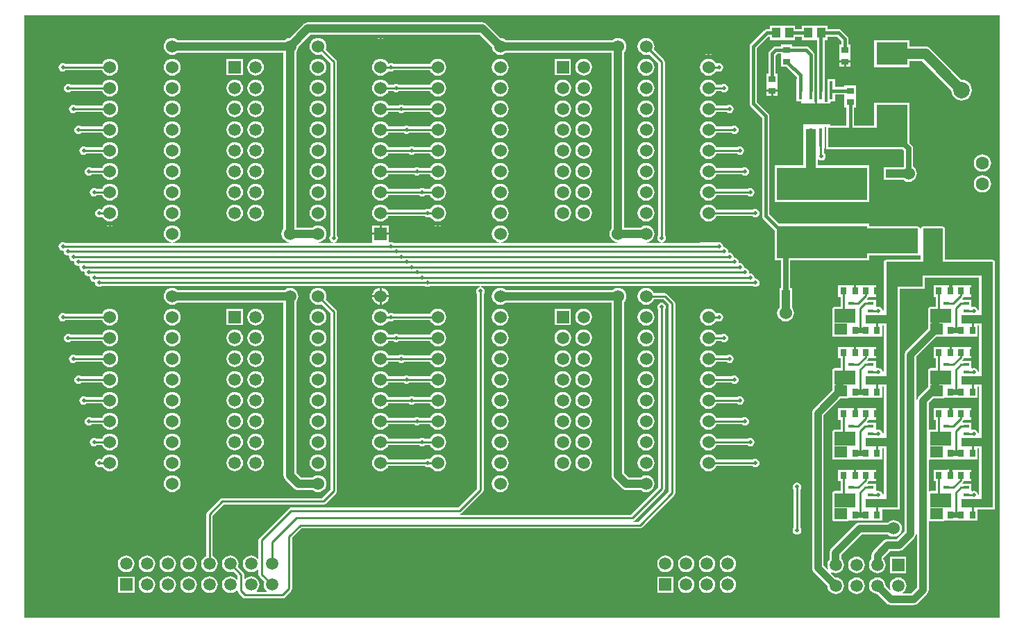
<source format=gtl>
%FSAX43Y43*%
%MOMM*%
G71*
G01*
G75*
G04 Layer_Physical_Order=1*
G04 Layer_Color=255*
%ADD10R,1.016X2.540*%
%ADD11R,0.900X0.800*%
%ADD12R,1.000X1.300*%
%ADD13R,3.100X2.400*%
%ADD14R,0.450X2.200*%
%ADD15R,0.800X0.900*%
%ADD16R,0.800X0.350*%
%ADD17R,2.540X1.016*%
%ADD18R,3.810X2.794*%
%ADD19R,11.000X4.000*%
%ADD20C,0.889*%
%ADD21C,0.254*%
%ADD22C,0.381*%
%ADD23C,0.635*%
%ADD24C,1.016*%
%ADD25C,1.270*%
%ADD26R,1.265X3.340*%
%ADD27R,4.445X2.667*%
%ADD28R,0.782X1.737*%
%ADD29R,3.937X3.429*%
%ADD30R,5.207X4.826*%
%ADD31R,5.080X5.207*%
%ADD32R,5.461X5.334*%
%ADD33R,5.080X5.334*%
%ADD34R,1.270X4.953*%
%ADD35R,2.413X4.699*%
%ADD36R,7.620X3.048*%
%ADD37R,2.286X4.699*%
%ADD38R,3.810X0.762*%
%ADD39R,9.652X2.413*%
%ADD40R,1.524X1.397*%
%ADD41R,2.540X1.778*%
%ADD42R,0.635X0.762*%
%ADD43R,2.540X1.016*%
%ADD44R,1.397X29.972*%
%ADD45R,1.473X29.972*%
%ADD46R,1.575X1.397*%
%ADD47R,2.591X1.778*%
%ADD48R,10.287X1.651*%
%ADD49R,2.257X2.180*%
%ADD50R,2.032X2.159*%
%ADD51R,2.032X2.032*%
%ADD52R,2.024X2.159*%
%ADD53R,3.810X2.540*%
%ADD54R,3.302X2.159*%
%ADD55R,1.143X1.074*%
%ADD56R,1.001X1.074*%
%ADD57R,1.143X1.074*%
%ADD58R,1.016X1.016*%
%ADD59R,1.172X0.820*%
%ADD60C,0.508*%
%ADD61C,1.500*%
%ADD62R,1.500X1.500*%
%ADD63C,1.524*%
%ADD64C,1.778*%
%ADD65C,1.600*%
%ADD66C,2.000*%
%ADD67R,2.000X2.000*%
%ADD68C,4.000*%
%ADD69R,1.524X1.524*%
%ADD70R,1.500X1.500*%
%ADD71C,1.016*%
G36*
X0144773Y0046108D02*
X0025788D01*
Y0119627D01*
X0144773D01*
Y0046108D01*
D02*
G37*
%LPC*%
G36*
X0091440Y0076222D02*
X0091178Y0076188D01*
X0090934Y0076086D01*
X0090724Y0075925D01*
X0090563Y0075716D01*
X0090462Y0075471D01*
X0090427Y0075209D01*
X0090462Y0074947D01*
X0090563Y0074703D01*
X0090724Y0074493D01*
X0090934Y0074332D01*
X0091178Y0074231D01*
X0091440Y0074197D01*
X0091702Y0074231D01*
X0091946Y0074332D01*
X0092156Y0074493D01*
X0092317Y0074703D01*
X0092418Y0074947D01*
X0092453Y0075209D01*
X0092418Y0075471D01*
X0092317Y0075716D01*
X0092156Y0075925D01*
X0091946Y0076086D01*
X0091702Y0076188D01*
X0091440Y0076222D01*
D02*
G37*
G36*
X0053975D02*
X0053713Y0076188D01*
X0053469Y0076086D01*
X0053259Y0075925D01*
X0053098Y0075716D01*
X0052997Y0075471D01*
X0052962Y0075209D01*
X0052997Y0074947D01*
X0053098Y0074703D01*
X0053259Y0074493D01*
X0053469Y0074332D01*
X0053713Y0074231D01*
X0053975Y0074197D01*
X0054237Y0074231D01*
X0054481Y0074332D01*
X0054691Y0074493D01*
X0054852Y0074703D01*
X0054953Y0074947D01*
X0054988Y0075209D01*
X0054953Y0075471D01*
X0054852Y0075716D01*
X0054691Y0075925D01*
X0054481Y0076086D01*
X0054237Y0076188D01*
X0053975Y0076222D01*
D02*
G37*
G36*
X0109220Y0076209D02*
X0108955Y0076174D01*
X0108708Y0076071D01*
X0108495Y0075909D01*
X0108333Y0075696D01*
X0108230Y0075449D01*
X0108195Y0075184D01*
X0108230Y0074919D01*
X0108333Y0074672D01*
X0108495Y0074459D01*
X0108708Y0074297D01*
X0108955Y0074194D01*
X0109220Y0074159D01*
X0109485Y0074194D01*
X0109732Y0074297D01*
X0109945Y0074459D01*
X0110107Y0074672D01*
X0110159Y0074796D01*
X0112062D01*
X0112197Y0074705D01*
X0112395Y0074666D01*
X0112593Y0074705D01*
X0112761Y0074818D01*
X0112874Y0074986D01*
X0112913Y0075184D01*
X0112874Y0075382D01*
X0112761Y0075550D01*
X0112593Y0075663D01*
X0112395Y0075702D01*
X0112197Y0075663D01*
X0112062Y0075572D01*
X0110159D01*
X0110107Y0075696D01*
X0109945Y0075909D01*
X0109732Y0076071D01*
X0109485Y0076174D01*
X0109220Y0076209D01*
D02*
G37*
G36*
X0093980Y0076222D02*
X0093718Y0076188D01*
X0093474Y0076086D01*
X0093264Y0075925D01*
X0093103Y0075716D01*
X0093002Y0075471D01*
X0092967Y0075209D01*
X0093002Y0074947D01*
X0093103Y0074703D01*
X0093264Y0074493D01*
X0093474Y0074332D01*
X0093718Y0074231D01*
X0093980Y0074197D01*
X0094242Y0074231D01*
X0094486Y0074332D01*
X0094696Y0074493D01*
X0094857Y0074703D01*
X0094958Y0074947D01*
X0094993Y0075209D01*
X0094958Y0075471D01*
X0094857Y0075716D01*
X0094696Y0075925D01*
X0094486Y0076086D01*
X0094242Y0076188D01*
X0093980Y0076222D01*
D02*
G37*
G36*
X0051435D02*
X0051173Y0076188D01*
X0050929Y0076086D01*
X0050719Y0075925D01*
X0050558Y0075716D01*
X0050457Y0075471D01*
X0050422Y0075209D01*
X0050457Y0074947D01*
X0050558Y0074703D01*
X0050719Y0074493D01*
X0050929Y0074332D01*
X0051173Y0074231D01*
X0051435Y0074197D01*
X0051697Y0074231D01*
X0051941Y0074332D01*
X0052151Y0074493D01*
X0052312Y0074703D01*
X0052413Y0074947D01*
X0052448Y0075209D01*
X0052413Y0075471D01*
X0052312Y0075716D01*
X0052151Y0075925D01*
X0051941Y0076086D01*
X0051697Y0076188D01*
X0051435Y0076222D01*
D02*
G37*
G36*
X0061595Y0076209D02*
X0061330Y0076174D01*
X0061083Y0076071D01*
X0060870Y0075909D01*
X0060708Y0075696D01*
X0060605Y0075449D01*
X0060570Y0075184D01*
X0060605Y0074919D01*
X0060708Y0074672D01*
X0060870Y0074459D01*
X0061083Y0074297D01*
X0061330Y0074194D01*
X0061595Y0074159D01*
X0061860Y0074194D01*
X0062107Y0074297D01*
X0062320Y0074459D01*
X0062482Y0074672D01*
X0062585Y0074919D01*
X0062620Y0075184D01*
X0062585Y0075449D01*
X0062482Y0075696D01*
X0062320Y0075909D01*
X0062107Y0076071D01*
X0061860Y0076174D01*
X0061595Y0076209D01*
D02*
G37*
G36*
X0043815D02*
X0043550Y0076174D01*
X0043303Y0076071D01*
X0043090Y0075909D01*
X0042928Y0075696D01*
X0042825Y0075449D01*
X0042790Y0075184D01*
X0042825Y0074919D01*
X0042928Y0074672D01*
X0043090Y0074459D01*
X0043303Y0074297D01*
X0043550Y0074194D01*
X0043815Y0074159D01*
X0044080Y0074194D01*
X0044327Y0074297D01*
X0044540Y0074459D01*
X0044702Y0074672D01*
X0044805Y0074919D01*
X0044840Y0075184D01*
X0044805Y0075449D01*
X0044702Y0075696D01*
X0044540Y0075909D01*
X0044327Y0076071D01*
X0044080Y0076174D01*
X0043815Y0076209D01*
D02*
G37*
G36*
X0101600D02*
X0101335Y0076174D01*
X0101088Y0076071D01*
X0100875Y0075909D01*
X0100713Y0075696D01*
X0100610Y0075449D01*
X0100575Y0075184D01*
X0100610Y0074919D01*
X0100713Y0074672D01*
X0100875Y0074459D01*
X0101088Y0074297D01*
X0101335Y0074194D01*
X0101600Y0074159D01*
X0101865Y0074194D01*
X0102112Y0074297D01*
X0102325Y0074459D01*
X0102487Y0074672D01*
X0102590Y0074919D01*
X0102625Y0075184D01*
X0102590Y0075449D01*
X0102487Y0075696D01*
X0102325Y0075909D01*
X0102112Y0076071D01*
X0101865Y0076174D01*
X0101600Y0076209D01*
D02*
G37*
G36*
X0083820D02*
X0083555Y0076174D01*
X0083308Y0076071D01*
X0083095Y0075909D01*
X0082933Y0075696D01*
X0082830Y0075449D01*
X0082795Y0075184D01*
X0082830Y0074919D01*
X0082933Y0074672D01*
X0083095Y0074459D01*
X0083308Y0074297D01*
X0083555Y0074194D01*
X0083820Y0074159D01*
X0084085Y0074194D01*
X0084332Y0074297D01*
X0084545Y0074459D01*
X0084707Y0074672D01*
X0084810Y0074919D01*
X0084845Y0075184D01*
X0084810Y0075449D01*
X0084707Y0075696D01*
X0084545Y0075909D01*
X0084332Y0076071D01*
X0084085Y0076174D01*
X0083820Y0076209D01*
D02*
G37*
G36*
X0036195D02*
X0035930Y0076174D01*
X0035683Y0076071D01*
X0035470Y0075909D01*
X0035308Y0075696D01*
X0035256Y0075572D01*
X0032718D01*
X0032583Y0075663D01*
X0032385Y0075702D01*
X0032187Y0075663D01*
X0032019Y0075550D01*
X0031906Y0075382D01*
X0031867Y0075184D01*
X0031906Y0074986D01*
X0032019Y0074818D01*
X0032187Y0074705D01*
X0032385Y0074666D01*
X0032583Y0074705D01*
X0032718Y0074796D01*
X0035256D01*
X0035308Y0074672D01*
X0035470Y0074459D01*
X0035683Y0074297D01*
X0035930Y0074194D01*
X0036195Y0074159D01*
X0036460Y0074194D01*
X0036707Y0074297D01*
X0036920Y0074459D01*
X0037082Y0074672D01*
X0037185Y0074919D01*
X0037220Y0075184D01*
X0037185Y0075449D01*
X0037082Y0075696D01*
X0036920Y0075909D01*
X0036707Y0076071D01*
X0036460Y0076174D01*
X0036195Y0076209D01*
D02*
G37*
G36*
X0053975Y0078762D02*
X0053713Y0078728D01*
X0053469Y0078626D01*
X0053259Y0078465D01*
X0053098Y0078256D01*
X0052997Y0078011D01*
X0052962Y0077749D01*
X0052997Y0077487D01*
X0053098Y0077243D01*
X0053259Y0077033D01*
X0053469Y0076872D01*
X0053713Y0076771D01*
X0053975Y0076737D01*
X0054237Y0076771D01*
X0054481Y0076872D01*
X0054691Y0077033D01*
X0054852Y0077243D01*
X0054953Y0077487D01*
X0054988Y0077749D01*
X0054953Y0078011D01*
X0054852Y0078256D01*
X0054691Y0078465D01*
X0054481Y0078626D01*
X0054237Y0078728D01*
X0053975Y0078762D01*
D02*
G37*
G36*
X0051435D02*
X0051173Y0078728D01*
X0050929Y0078626D01*
X0050719Y0078465D01*
X0050558Y0078256D01*
X0050457Y0078011D01*
X0050422Y0077749D01*
X0050457Y0077487D01*
X0050558Y0077243D01*
X0050719Y0077033D01*
X0050929Y0076872D01*
X0051173Y0076771D01*
X0051435Y0076737D01*
X0051697Y0076771D01*
X0051941Y0076872D01*
X0052151Y0077033D01*
X0052312Y0077243D01*
X0052413Y0077487D01*
X0052448Y0077749D01*
X0052413Y0078011D01*
X0052312Y0078256D01*
X0052151Y0078465D01*
X0051941Y0078626D01*
X0051697Y0078728D01*
X0051435Y0078762D01*
D02*
G37*
G36*
X0093980D02*
X0093718Y0078728D01*
X0093474Y0078626D01*
X0093264Y0078465D01*
X0093103Y0078256D01*
X0093002Y0078011D01*
X0092967Y0077749D01*
X0093002Y0077487D01*
X0093103Y0077243D01*
X0093264Y0077033D01*
X0093474Y0076872D01*
X0093718Y0076771D01*
X0093980Y0076737D01*
X0094242Y0076771D01*
X0094486Y0076872D01*
X0094696Y0077033D01*
X0094857Y0077243D01*
X0094958Y0077487D01*
X0094993Y0077749D01*
X0094958Y0078011D01*
X0094857Y0078256D01*
X0094696Y0078465D01*
X0094486Y0078626D01*
X0094242Y0078728D01*
X0093980Y0078762D01*
D02*
G37*
G36*
X0091440D02*
X0091178Y0078728D01*
X0090934Y0078626D01*
X0090724Y0078465D01*
X0090563Y0078256D01*
X0090462Y0078011D01*
X0090427Y0077749D01*
X0090462Y0077487D01*
X0090563Y0077243D01*
X0090724Y0077033D01*
X0090934Y0076872D01*
X0091178Y0076771D01*
X0091440Y0076737D01*
X0091702Y0076771D01*
X0091946Y0076872D01*
X0092156Y0077033D01*
X0092317Y0077243D01*
X0092418Y0077487D01*
X0092453Y0077749D01*
X0092418Y0078011D01*
X0092317Y0078256D01*
X0092156Y0078465D01*
X0091946Y0078626D01*
X0091702Y0078728D01*
X0091440Y0078762D01*
D02*
G37*
G36*
X0101600Y0078749D02*
X0101335Y0078714D01*
X0101088Y0078611D01*
X0100875Y0078449D01*
X0100713Y0078236D01*
X0100610Y0077989D01*
X0100575Y0077724D01*
X0100610Y0077459D01*
X0100713Y0077212D01*
X0100875Y0076999D01*
X0101088Y0076837D01*
X0101335Y0076734D01*
X0101600Y0076699D01*
X0101865Y0076734D01*
X0102112Y0076837D01*
X0102325Y0076999D01*
X0102487Y0077212D01*
X0102590Y0077459D01*
X0102625Y0077724D01*
X0102590Y0077989D01*
X0102487Y0078236D01*
X0102325Y0078449D01*
X0102112Y0078611D01*
X0101865Y0078714D01*
X0101600Y0078749D01*
D02*
G37*
G36*
X0043815D02*
X0043550Y0078714D01*
X0043303Y0078611D01*
X0043090Y0078449D01*
X0042928Y0078236D01*
X0042825Y0077989D01*
X0042790Y0077724D01*
X0042825Y0077459D01*
X0042928Y0077212D01*
X0043090Y0076999D01*
X0043303Y0076837D01*
X0043550Y0076734D01*
X0043815Y0076699D01*
X0044080Y0076734D01*
X0044327Y0076837D01*
X0044540Y0076999D01*
X0044702Y0077212D01*
X0044805Y0077459D01*
X0044840Y0077724D01*
X0044805Y0077989D01*
X0044702Y0078236D01*
X0044540Y0078449D01*
X0044327Y0078611D01*
X0044080Y0078714D01*
X0043815Y0078749D01*
D02*
G37*
G36*
X0076200Y0076209D02*
X0075935Y0076174D01*
X0075688Y0076071D01*
X0075475Y0075909D01*
X0075313Y0075696D01*
X0075261Y0075572D01*
X0072723D01*
X0072588Y0075663D01*
X0072390Y0075702D01*
X0072192Y0075663D01*
X0072057Y0075572D01*
X0070154D01*
X0070102Y0075696D01*
X0069940Y0075909D01*
X0069727Y0076071D01*
X0069480Y0076174D01*
X0069215Y0076209D01*
X0068950Y0076174D01*
X0068703Y0076071D01*
X0068490Y0075909D01*
X0068328Y0075696D01*
X0068225Y0075449D01*
X0068190Y0075184D01*
X0068225Y0074919D01*
X0068328Y0074672D01*
X0068490Y0074459D01*
X0068703Y0074297D01*
X0068950Y0074194D01*
X0069215Y0074159D01*
X0069480Y0074194D01*
X0069727Y0074297D01*
X0069940Y0074459D01*
X0070102Y0074672D01*
X0070154Y0074796D01*
X0072057D01*
X0072192Y0074705D01*
X0072390Y0074666D01*
X0072588Y0074705D01*
X0072723Y0074796D01*
X0075261D01*
X0075313Y0074672D01*
X0075475Y0074459D01*
X0075688Y0074297D01*
X0075935Y0074194D01*
X0076200Y0074159D01*
X0076465Y0074194D01*
X0076712Y0074297D01*
X0076925Y0074459D01*
X0077087Y0074672D01*
X0077190Y0074919D01*
X0077225Y0075184D01*
X0077190Y0075449D01*
X0077087Y0075696D01*
X0076925Y0075909D01*
X0076712Y0076071D01*
X0076465Y0076174D01*
X0076200Y0076209D01*
D02*
G37*
G36*
X0083820Y0078749D02*
X0083555Y0078714D01*
X0083308Y0078611D01*
X0083095Y0078449D01*
X0082933Y0078236D01*
X0082830Y0077989D01*
X0082795Y0077724D01*
X0082830Y0077459D01*
X0082933Y0077212D01*
X0083095Y0076999D01*
X0083308Y0076837D01*
X0083555Y0076734D01*
X0083820Y0076699D01*
X0084085Y0076734D01*
X0084332Y0076837D01*
X0084545Y0076999D01*
X0084707Y0077212D01*
X0084810Y0077459D01*
X0084845Y0077724D01*
X0084810Y0077989D01*
X0084707Y0078236D01*
X0084545Y0078449D01*
X0084332Y0078611D01*
X0084085Y0078714D01*
X0083820Y0078749D01*
D02*
G37*
G36*
X0061595D02*
X0061330Y0078714D01*
X0061083Y0078611D01*
X0060870Y0078449D01*
X0060708Y0078236D01*
X0060605Y0077989D01*
X0060570Y0077724D01*
X0060605Y0077459D01*
X0060708Y0077212D01*
X0060870Y0076999D01*
X0061083Y0076837D01*
X0061330Y0076734D01*
X0061595Y0076699D01*
X0061860Y0076734D01*
X0062107Y0076837D01*
X0062320Y0076999D01*
X0062482Y0077212D01*
X0062585Y0077459D01*
X0062620Y0077724D01*
X0062585Y0077989D01*
X0062482Y0078236D01*
X0062320Y0078449D01*
X0062107Y0078611D01*
X0061860Y0078714D01*
X0061595Y0078749D01*
D02*
G37*
G36*
X0076200Y0073669D02*
X0075935Y0073634D01*
X0075688Y0073531D01*
X0075475Y0073369D01*
X0075313Y0073156D01*
X0075261Y0073032D01*
X0073358D01*
X0073223Y0073123D01*
X0073025Y0073162D01*
X0072827Y0073123D01*
X0072692Y0073032D01*
X0070154D01*
X0070102Y0073156D01*
X0069940Y0073369D01*
X0069727Y0073531D01*
X0069480Y0073634D01*
X0069215Y0073669D01*
X0068950Y0073634D01*
X0068703Y0073531D01*
X0068490Y0073369D01*
X0068328Y0073156D01*
X0068225Y0072909D01*
X0068190Y0072644D01*
X0068225Y0072379D01*
X0068328Y0072132D01*
X0068490Y0071919D01*
X0068703Y0071757D01*
X0068950Y0071654D01*
X0069215Y0071619D01*
X0069480Y0071654D01*
X0069727Y0071757D01*
X0069940Y0071919D01*
X0070102Y0072132D01*
X0070154Y0072256D01*
X0072692D01*
X0072827Y0072165D01*
X0073025Y0072126D01*
X0073223Y0072165D01*
X0073358Y0072256D01*
X0075261D01*
X0075313Y0072132D01*
X0075475Y0071919D01*
X0075688Y0071757D01*
X0075935Y0071654D01*
X0076200Y0071619D01*
X0076465Y0071654D01*
X0076712Y0071757D01*
X0076925Y0071919D01*
X0077087Y0072132D01*
X0077190Y0072379D01*
X0077225Y0072644D01*
X0077190Y0072909D01*
X0077087Y0073156D01*
X0076925Y0073369D01*
X0076712Y0073531D01*
X0076465Y0073634D01*
X0076200Y0073669D01*
D02*
G37*
G36*
X0130411Y0071697D02*
X0129884D01*
Y0071120D01*
X0130411D01*
Y0071697D01*
D02*
G37*
G36*
X0076200Y0071129D02*
X0075935Y0071094D01*
X0075688Y0070991D01*
X0075475Y0070829D01*
X0075313Y0070616D01*
X0075261Y0070492D01*
X0073993D01*
X0073858Y0070583D01*
X0073660Y0070622D01*
X0073462Y0070583D01*
X0073327Y0070492D01*
X0070154D01*
X0070102Y0070616D01*
X0069940Y0070829D01*
X0069727Y0070991D01*
X0069480Y0071094D01*
X0069215Y0071129D01*
X0068950Y0071094D01*
X0068703Y0070991D01*
X0068490Y0070829D01*
X0068328Y0070616D01*
X0068225Y0070369D01*
X0068190Y0070104D01*
X0068225Y0069839D01*
X0068328Y0069592D01*
X0068490Y0069379D01*
X0068703Y0069217D01*
X0068950Y0069114D01*
X0069215Y0069079D01*
X0069480Y0069114D01*
X0069727Y0069217D01*
X0069940Y0069379D01*
X0070102Y0069592D01*
X0070154Y0069716D01*
X0073327D01*
X0073462Y0069625D01*
X0073660Y0069586D01*
X0073858Y0069625D01*
X0073993Y0069716D01*
X0075261D01*
X0075313Y0069592D01*
X0075475Y0069379D01*
X0075688Y0069217D01*
X0075935Y0069114D01*
X0076200Y0069079D01*
X0076465Y0069114D01*
X0076712Y0069217D01*
X0076925Y0069379D01*
X0077087Y0069592D01*
X0077190Y0069839D01*
X0077225Y0070104D01*
X0077190Y0070369D01*
X0077087Y0070616D01*
X0076925Y0070829D01*
X0076712Y0070991D01*
X0076465Y0071094D01*
X0076200Y0071129D01*
D02*
G37*
G36*
X0061595Y0073669D02*
X0061330Y0073634D01*
X0061083Y0073531D01*
X0060870Y0073369D01*
X0060708Y0073156D01*
X0060605Y0072909D01*
X0060570Y0072644D01*
X0060605Y0072379D01*
X0060708Y0072132D01*
X0060870Y0071919D01*
X0061083Y0071757D01*
X0061330Y0071654D01*
X0061595Y0071619D01*
X0061860Y0071654D01*
X0062107Y0071757D01*
X0062320Y0071919D01*
X0062482Y0072132D01*
X0062585Y0072379D01*
X0062620Y0072644D01*
X0062585Y0072909D01*
X0062482Y0073156D01*
X0062320Y0073369D01*
X0062107Y0073531D01*
X0061860Y0073634D01*
X0061595Y0073669D01*
D02*
G37*
G36*
X0043815D02*
X0043550Y0073634D01*
X0043303Y0073531D01*
X0043090Y0073369D01*
X0042928Y0073156D01*
X0042825Y0072909D01*
X0042790Y0072644D01*
X0042825Y0072379D01*
X0042928Y0072132D01*
X0043090Y0071919D01*
X0043303Y0071757D01*
X0043550Y0071654D01*
X0043815Y0071619D01*
X0044080Y0071654D01*
X0044327Y0071757D01*
X0044540Y0071919D01*
X0044702Y0072132D01*
X0044805Y0072379D01*
X0044840Y0072644D01*
X0044805Y0072909D01*
X0044702Y0073156D01*
X0044540Y0073369D01*
X0044327Y0073531D01*
X0044080Y0073634D01*
X0043815Y0073669D01*
D02*
G37*
G36*
X0036195Y0071129D02*
X0035930Y0071094D01*
X0035683Y0070991D01*
X0035470Y0070829D01*
X0035308Y0070616D01*
X0035256Y0070492D01*
X0033988D01*
X0033853Y0070583D01*
X0033655Y0070622D01*
X0033457Y0070583D01*
X0033289Y0070470D01*
X0033176Y0070302D01*
X0033137Y0070104D01*
X0033176Y0069906D01*
X0033289Y0069738D01*
X0033457Y0069625D01*
X0033655Y0069586D01*
X0033853Y0069625D01*
X0033988Y0069716D01*
X0035256D01*
X0035308Y0069592D01*
X0035470Y0069379D01*
X0035683Y0069217D01*
X0035930Y0069114D01*
X0036195Y0069079D01*
X0036460Y0069114D01*
X0036707Y0069217D01*
X0036920Y0069379D01*
X0037082Y0069592D01*
X0037185Y0069839D01*
X0037220Y0070104D01*
X0037185Y0070369D01*
X0037082Y0070616D01*
X0036920Y0070829D01*
X0036707Y0070991D01*
X0036460Y0071094D01*
X0036195Y0071129D01*
D02*
G37*
G36*
X0093980Y0071142D02*
X0093718Y0071108D01*
X0093474Y0071006D01*
X0093264Y0070845D01*
X0093103Y0070636D01*
X0093002Y0070392D01*
X0092967Y0070129D01*
X0093002Y0069867D01*
X0093103Y0069623D01*
X0093264Y0069413D01*
X0093474Y0069252D01*
X0093718Y0069151D01*
X0093980Y0069117D01*
X0094242Y0069151D01*
X0094486Y0069252D01*
X0094696Y0069413D01*
X0094857Y0069623D01*
X0094958Y0069867D01*
X0094993Y0070129D01*
X0094958Y0070392D01*
X0094857Y0070636D01*
X0094696Y0070845D01*
X0094486Y0071006D01*
X0094242Y0071108D01*
X0093980Y0071142D01*
D02*
G37*
G36*
X0091440D02*
X0091178Y0071108D01*
X0090934Y0071006D01*
X0090724Y0070845D01*
X0090563Y0070636D01*
X0090462Y0070392D01*
X0090427Y0070129D01*
X0090462Y0069867D01*
X0090563Y0069623D01*
X0090724Y0069413D01*
X0090934Y0069252D01*
X0091178Y0069151D01*
X0091440Y0069117D01*
X0091702Y0069151D01*
X0091946Y0069252D01*
X0092156Y0069413D01*
X0092317Y0069623D01*
X0092418Y0069867D01*
X0092453Y0070129D01*
X0092418Y0070392D01*
X0092317Y0070636D01*
X0092156Y0070845D01*
X0091946Y0071006D01*
X0091702Y0071108D01*
X0091440Y0071142D01*
D02*
G37*
G36*
X0130411Y0070866D02*
X0129884D01*
Y0070289D01*
X0130411D01*
Y0070866D01*
D02*
G37*
G36*
X0109220Y0071129D02*
X0108955Y0071094D01*
X0108708Y0070991D01*
X0108495Y0070829D01*
X0108333Y0070616D01*
X0108230Y0070369D01*
X0108195Y0070104D01*
X0108230Y0069839D01*
X0108333Y0069592D01*
X0108495Y0069379D01*
X0108708Y0069217D01*
X0108955Y0069114D01*
X0109220Y0069079D01*
X0109485Y0069114D01*
X0109732Y0069217D01*
X0109945Y0069379D01*
X0110107Y0069592D01*
X0110159Y0069716D01*
X0113332D01*
X0113467Y0069625D01*
X0113665Y0069586D01*
X0113863Y0069625D01*
X0114031Y0069738D01*
X0114144Y0069906D01*
X0114183Y0070104D01*
X0114144Y0070302D01*
X0114031Y0070470D01*
X0113863Y0070583D01*
X0113665Y0070622D01*
X0113467Y0070583D01*
X0113332Y0070492D01*
X0110159D01*
X0110107Y0070616D01*
X0109945Y0070829D01*
X0109732Y0070991D01*
X0109485Y0071094D01*
X0109220Y0071129D01*
D02*
G37*
G36*
X0083820Y0073669D02*
X0083555Y0073634D01*
X0083308Y0073531D01*
X0083095Y0073369D01*
X0082933Y0073156D01*
X0082830Y0072909D01*
X0082795Y0072644D01*
X0082830Y0072379D01*
X0082933Y0072132D01*
X0083095Y0071919D01*
X0083308Y0071757D01*
X0083555Y0071654D01*
X0083820Y0071619D01*
X0084085Y0071654D01*
X0084332Y0071757D01*
X0084545Y0071919D01*
X0084707Y0072132D01*
X0084810Y0072379D01*
X0084845Y0072644D01*
X0084810Y0072909D01*
X0084707Y0073156D01*
X0084545Y0073369D01*
X0084332Y0073531D01*
X0084085Y0073634D01*
X0083820Y0073669D01*
D02*
G37*
G36*
X0126975Y0072756D02*
X0126903Y0072742D01*
X0126735Y0072629D01*
X0126623Y0072461D01*
X0126609Y0072390D01*
X0126975D01*
Y0072756D01*
D02*
G37*
G36*
X0109220Y0073669D02*
X0108955Y0073634D01*
X0108708Y0073531D01*
X0108495Y0073369D01*
X0108333Y0073156D01*
X0108230Y0072909D01*
X0108195Y0072644D01*
X0108230Y0072379D01*
X0108333Y0072132D01*
X0108495Y0071919D01*
X0108708Y0071757D01*
X0108955Y0071654D01*
X0109220Y0071619D01*
X0109485Y0071654D01*
X0109732Y0071757D01*
X0109945Y0071919D01*
X0110107Y0072132D01*
X0110159Y0072256D01*
X0112697D01*
X0112832Y0072165D01*
X0113030Y0072126D01*
X0113228Y0072165D01*
X0113396Y0072278D01*
X0113509Y0072446D01*
X0113548Y0072644D01*
X0113509Y0072842D01*
X0113396Y0073010D01*
X0113228Y0073123D01*
X0113030Y0073162D01*
X0112832Y0073123D01*
X0112697Y0073032D01*
X0110159D01*
X0110107Y0073156D01*
X0109945Y0073369D01*
X0109732Y0073531D01*
X0109485Y0073634D01*
X0109220Y0073669D01*
D02*
G37*
G36*
X0036195D02*
X0035930Y0073634D01*
X0035683Y0073531D01*
X0035470Y0073369D01*
X0035308Y0073156D01*
X0035256Y0073032D01*
X0033353D01*
X0033218Y0073123D01*
X0033020Y0073162D01*
X0032822Y0073123D01*
X0032654Y0073010D01*
X0032541Y0072842D01*
X0032502Y0072644D01*
X0032541Y0072446D01*
X0032654Y0072278D01*
X0032822Y0072165D01*
X0033020Y0072126D01*
X0033218Y0072165D01*
X0033353Y0072256D01*
X0035256D01*
X0035308Y0072132D01*
X0035470Y0071919D01*
X0035683Y0071757D01*
X0035930Y0071654D01*
X0036195Y0071619D01*
X0036460Y0071654D01*
X0036707Y0071757D01*
X0036920Y0071919D01*
X0037082Y0072132D01*
X0037185Y0072379D01*
X0037220Y0072644D01*
X0037185Y0072909D01*
X0037082Y0073156D01*
X0036920Y0073369D01*
X0036707Y0073531D01*
X0036460Y0073634D01*
X0036195Y0073669D01*
D02*
G37*
G36*
X0127229Y0072756D02*
Y0072390D01*
X0127594D01*
X0127580Y0072461D01*
X0127468Y0072629D01*
X0127300Y0072742D01*
X0127229Y0072756D01*
D02*
G37*
G36*
X0093980Y0073682D02*
X0093718Y0073648D01*
X0093474Y0073546D01*
X0093264Y0073385D01*
X0093103Y0073176D01*
X0093002Y0072932D01*
X0092967Y0072669D01*
X0093002Y0072407D01*
X0093103Y0072163D01*
X0093264Y0071953D01*
X0093474Y0071792D01*
X0093718Y0071691D01*
X0093980Y0071657D01*
X0094242Y0071691D01*
X0094486Y0071792D01*
X0094696Y0071953D01*
X0094857Y0072163D01*
X0094958Y0072407D01*
X0094993Y0072669D01*
X0094958Y0072932D01*
X0094857Y0073176D01*
X0094696Y0073385D01*
X0094486Y0073546D01*
X0094242Y0073648D01*
X0093980Y0073682D01*
D02*
G37*
G36*
X0051435D02*
X0051173Y0073648D01*
X0050929Y0073546D01*
X0050719Y0073385D01*
X0050558Y0073176D01*
X0050457Y0072932D01*
X0050422Y0072669D01*
X0050457Y0072407D01*
X0050558Y0072163D01*
X0050719Y0071953D01*
X0050929Y0071792D01*
X0051173Y0071691D01*
X0051435Y0071657D01*
X0051697Y0071691D01*
X0051941Y0071792D01*
X0052151Y0071953D01*
X0052312Y0072163D01*
X0052413Y0072407D01*
X0052448Y0072669D01*
X0052413Y0072932D01*
X0052312Y0073176D01*
X0052151Y0073385D01*
X0051941Y0073546D01*
X0051697Y0073648D01*
X0051435Y0073682D01*
D02*
G37*
G36*
X0101600Y0073669D02*
X0101335Y0073634D01*
X0101088Y0073531D01*
X0100875Y0073369D01*
X0100713Y0073156D01*
X0100610Y0072909D01*
X0100575Y0072644D01*
X0100610Y0072379D01*
X0100713Y0072132D01*
X0100875Y0071919D01*
X0101088Y0071757D01*
X0101335Y0071654D01*
X0101600Y0071619D01*
X0101865Y0071654D01*
X0102112Y0071757D01*
X0102325Y0071919D01*
X0102487Y0072132D01*
X0102590Y0072379D01*
X0102625Y0072644D01*
X0102590Y0072909D01*
X0102487Y0073156D01*
X0102325Y0073369D01*
X0102112Y0073531D01*
X0101865Y0073634D01*
X0101600Y0073669D01*
D02*
G37*
G36*
X0091440Y0073682D02*
X0091178Y0073648D01*
X0090934Y0073546D01*
X0090724Y0073385D01*
X0090563Y0073176D01*
X0090462Y0072932D01*
X0090427Y0072669D01*
X0090462Y0072407D01*
X0090563Y0072163D01*
X0090724Y0071953D01*
X0090934Y0071792D01*
X0091178Y0071691D01*
X0091440Y0071657D01*
X0091702Y0071691D01*
X0091946Y0071792D01*
X0092156Y0071953D01*
X0092317Y0072163D01*
X0092418Y0072407D01*
X0092453Y0072669D01*
X0092418Y0072932D01*
X0092317Y0073176D01*
X0092156Y0073385D01*
X0091946Y0073546D01*
X0091702Y0073648D01*
X0091440Y0073682D01*
D02*
G37*
G36*
X0053975D02*
X0053713Y0073648D01*
X0053469Y0073546D01*
X0053259Y0073385D01*
X0053098Y0073176D01*
X0052997Y0072932D01*
X0052962Y0072669D01*
X0052997Y0072407D01*
X0053098Y0072163D01*
X0053259Y0071953D01*
X0053469Y0071792D01*
X0053713Y0071691D01*
X0053975Y0071657D01*
X0054237Y0071691D01*
X0054481Y0071792D01*
X0054691Y0071953D01*
X0054852Y0072163D01*
X0054953Y0072407D01*
X0054988Y0072669D01*
X0054953Y0072932D01*
X0054852Y0073176D01*
X0054691Y0073385D01*
X0054481Y0073546D01*
X0054237Y0073648D01*
X0053975Y0073682D01*
D02*
G37*
G36*
X0093980Y0083842D02*
X0093718Y0083808D01*
X0093474Y0083706D01*
X0093264Y0083545D01*
X0093103Y0083336D01*
X0093002Y0083091D01*
X0092967Y0082829D01*
X0093002Y0082567D01*
X0093103Y0082323D01*
X0093264Y0082113D01*
X0093474Y0081952D01*
X0093718Y0081851D01*
X0093980Y0081817D01*
X0094242Y0081851D01*
X0094486Y0081952D01*
X0094696Y0082113D01*
X0094857Y0082323D01*
X0094958Y0082567D01*
X0094993Y0082829D01*
X0094958Y0083091D01*
X0094857Y0083336D01*
X0094696Y0083545D01*
X0094486Y0083706D01*
X0094242Y0083808D01*
X0093980Y0083842D01*
D02*
G37*
G36*
X0053975D02*
X0053713Y0083808D01*
X0053469Y0083706D01*
X0053259Y0083545D01*
X0053098Y0083336D01*
X0052997Y0083091D01*
X0052962Y0082829D01*
X0052997Y0082567D01*
X0053098Y0082323D01*
X0053259Y0082113D01*
X0053469Y0081952D01*
X0053713Y0081851D01*
X0053975Y0081817D01*
X0054237Y0081851D01*
X0054481Y0081952D01*
X0054691Y0082113D01*
X0054852Y0082323D01*
X0054953Y0082567D01*
X0054988Y0082829D01*
X0054953Y0083091D01*
X0054852Y0083336D01*
X0054691Y0083545D01*
X0054481Y0083706D01*
X0054237Y0083808D01*
X0053975Y0083842D01*
D02*
G37*
G36*
X0092444Y0083833D02*
X0090436D01*
Y0081825D01*
X0092444D01*
Y0083833D01*
D02*
G37*
G36*
X0052439D02*
X0050431D01*
Y0081825D01*
X0052439D01*
Y0083833D01*
D02*
G37*
G36*
X0101600Y0083829D02*
X0101335Y0083794D01*
X0101088Y0083691D01*
X0100875Y0083529D01*
X0100713Y0083316D01*
X0100610Y0083069D01*
X0100575Y0082804D01*
X0100610Y0082539D01*
X0100713Y0082292D01*
X0100875Y0082079D01*
X0101088Y0081917D01*
X0101335Y0081814D01*
X0101600Y0081779D01*
X0101865Y0081814D01*
X0102112Y0081917D01*
X0102325Y0082079D01*
X0102487Y0082292D01*
X0102590Y0082539D01*
X0102625Y0082804D01*
X0102590Y0083069D01*
X0102487Y0083316D01*
X0102325Y0083529D01*
X0102112Y0083691D01*
X0101865Y0083794D01*
X0101600Y0083829D01*
D02*
G37*
G36*
X0043815D02*
X0043550Y0083794D01*
X0043303Y0083691D01*
X0043090Y0083529D01*
X0042928Y0083316D01*
X0042825Y0083069D01*
X0042790Y0082804D01*
X0042825Y0082539D01*
X0042928Y0082292D01*
X0043090Y0082079D01*
X0043303Y0081917D01*
X0043550Y0081814D01*
X0043815Y0081779D01*
X0044080Y0081814D01*
X0044327Y0081917D01*
X0044540Y0082079D01*
X0044702Y0082292D01*
X0044805Y0082539D01*
X0044840Y0082804D01*
X0044805Y0083069D01*
X0044702Y0083316D01*
X0044540Y0083529D01*
X0044327Y0083691D01*
X0044080Y0083794D01*
X0043815Y0083829D01*
D02*
G37*
G36*
X0076200Y0081289D02*
X0075935Y0081254D01*
X0075688Y0081151D01*
X0075475Y0080989D01*
X0075313Y0080776D01*
X0075261Y0080652D01*
X0071453D01*
X0071318Y0080743D01*
X0071120Y0080782D01*
X0070922Y0080743D01*
X0070787Y0080652D01*
X0070154D01*
X0070102Y0080776D01*
X0069940Y0080989D01*
X0069727Y0081151D01*
X0069480Y0081254D01*
X0069215Y0081289D01*
X0068950Y0081254D01*
X0068703Y0081151D01*
X0068490Y0080989D01*
X0068328Y0080776D01*
X0068225Y0080529D01*
X0068190Y0080264D01*
X0068225Y0079999D01*
X0068328Y0079752D01*
X0068490Y0079539D01*
X0068703Y0079377D01*
X0068950Y0079274D01*
X0069215Y0079239D01*
X0069480Y0079274D01*
X0069727Y0079377D01*
X0069940Y0079539D01*
X0070102Y0079752D01*
X0070154Y0079876D01*
X0070787D01*
X0070922Y0079785D01*
X0071120Y0079746D01*
X0071318Y0079785D01*
X0071453Y0079876D01*
X0075261D01*
X0075313Y0079752D01*
X0075475Y0079539D01*
X0075688Y0079377D01*
X0075935Y0079274D01*
X0076200Y0079239D01*
X0076465Y0079274D01*
X0076712Y0079377D01*
X0076925Y0079539D01*
X0077087Y0079752D01*
X0077190Y0079999D01*
X0077225Y0080264D01*
X0077190Y0080529D01*
X0077087Y0080776D01*
X0076925Y0080989D01*
X0076712Y0081151D01*
X0076465Y0081254D01*
X0076200Y0081289D01*
D02*
G37*
G36*
X0083820Y0083829D02*
X0083555Y0083794D01*
X0083308Y0083691D01*
X0083095Y0083529D01*
X0082933Y0083316D01*
X0082830Y0083069D01*
X0082795Y0082804D01*
X0082830Y0082539D01*
X0082933Y0082292D01*
X0083095Y0082079D01*
X0083308Y0081917D01*
X0083555Y0081814D01*
X0083820Y0081779D01*
X0084085Y0081814D01*
X0084332Y0081917D01*
X0084545Y0082079D01*
X0084707Y0082292D01*
X0084810Y0082539D01*
X0084845Y0082804D01*
X0084810Y0083069D01*
X0084707Y0083316D01*
X0084545Y0083529D01*
X0084332Y0083691D01*
X0084085Y0083794D01*
X0083820Y0083829D01*
D02*
G37*
G36*
X0061595D02*
X0061330Y0083794D01*
X0061083Y0083691D01*
X0060870Y0083529D01*
X0060708Y0083316D01*
X0060605Y0083069D01*
X0060570Y0082804D01*
X0060605Y0082539D01*
X0060708Y0082292D01*
X0060870Y0082079D01*
X0061083Y0081917D01*
X0061330Y0081814D01*
X0061595Y0081779D01*
X0061860Y0081814D01*
X0062107Y0081917D01*
X0062320Y0082079D01*
X0062482Y0082292D01*
X0062585Y0082539D01*
X0062620Y0082804D01*
X0062585Y0083069D01*
X0062482Y0083316D01*
X0062320Y0083529D01*
X0062107Y0083691D01*
X0061860Y0083794D01*
X0061595Y0083829D01*
D02*
G37*
G36*
X0109220D02*
X0108955Y0083794D01*
X0108708Y0083691D01*
X0108495Y0083529D01*
X0108333Y0083316D01*
X0108230Y0083069D01*
X0108195Y0082804D01*
X0108230Y0082539D01*
X0108333Y0082292D01*
X0108495Y0082079D01*
X0108708Y0081917D01*
X0108955Y0081814D01*
X0109220Y0081779D01*
X0109485Y0081814D01*
X0109732Y0081917D01*
X0109945Y0082079D01*
X0110107Y0082292D01*
X0110120Y0082322D01*
X0110242Y0082359D01*
X0110292Y0082325D01*
X0110490Y0082286D01*
X0110688Y0082325D01*
X0110856Y0082438D01*
X0110969Y0082606D01*
X0111008Y0082804D01*
X0110969Y0083002D01*
X0110856Y0083170D01*
X0110688Y0083283D01*
X0110490Y0083322D01*
X0110292Y0083283D01*
X0110242Y0083249D01*
X0110120Y0083286D01*
X0110107Y0083316D01*
X0109945Y0083529D01*
X0109732Y0083691D01*
X0109485Y0083794D01*
X0109220Y0083829D01*
D02*
G37*
G36*
X0069088Y0085217D02*
X0068207D01*
X0068225Y0085079D01*
X0068328Y0084832D01*
X0068490Y0084619D01*
X0068703Y0084457D01*
X0068950Y0084354D01*
X0069088Y0084336D01*
Y0085217D01*
D02*
G37*
G36*
X0077216D02*
X0076327D01*
Y0084328D01*
X0077216D01*
Y0085217D01*
D02*
G37*
G36*
X0109093D02*
X0108212D01*
X0108230Y0085079D01*
X0108333Y0084832D01*
X0108495Y0084619D01*
X0108708Y0084457D01*
X0108955Y0084354D01*
X0109093Y0084336D01*
Y0085217D01*
D02*
G37*
G36*
X0070223D02*
X0069342D01*
Y0084336D01*
X0069480Y0084354D01*
X0069727Y0084457D01*
X0069940Y0084619D01*
X0070102Y0084832D01*
X0070205Y0085079D01*
X0070223Y0085217D01*
D02*
G37*
G36*
X0076073D02*
X0075184D01*
Y0084328D01*
X0076073D01*
Y0085217D01*
D02*
G37*
G36*
X0076200Y0083829D02*
X0075935Y0083794D01*
X0075688Y0083691D01*
X0075475Y0083529D01*
X0075313Y0083316D01*
X0075261Y0083192D01*
X0070818D01*
X0070683Y0083283D01*
X0070485Y0083322D01*
X0070287Y0083283D01*
X0070237Y0083249D01*
X0070115Y0083286D01*
X0070102Y0083316D01*
X0069940Y0083529D01*
X0069727Y0083691D01*
X0069480Y0083794D01*
X0069215Y0083829D01*
X0068950Y0083794D01*
X0068703Y0083691D01*
X0068490Y0083529D01*
X0068328Y0083316D01*
X0068225Y0083069D01*
X0068190Y0082804D01*
X0068225Y0082539D01*
X0068328Y0082292D01*
X0068490Y0082079D01*
X0068703Y0081917D01*
X0068950Y0081814D01*
X0069215Y0081779D01*
X0069480Y0081814D01*
X0069727Y0081917D01*
X0069940Y0082079D01*
X0070102Y0082292D01*
X0070115Y0082322D01*
X0070237Y0082359D01*
X0070287Y0082325D01*
X0070485Y0082286D01*
X0070683Y0082325D01*
X0070818Y0082416D01*
X0075261D01*
X0075313Y0082292D01*
X0075475Y0082079D01*
X0075688Y0081917D01*
X0075935Y0081814D01*
X0076200Y0081779D01*
X0076465Y0081814D01*
X0076712Y0081917D01*
X0076925Y0082079D01*
X0077087Y0082292D01*
X0077190Y0082539D01*
X0077225Y0082804D01*
X0077190Y0083069D01*
X0077087Y0083316D01*
X0076925Y0083529D01*
X0076712Y0083691D01*
X0076465Y0083794D01*
X0076200Y0083829D01*
D02*
G37*
G36*
X0036195D02*
X0035930Y0083794D01*
X0035683Y0083691D01*
X0035470Y0083529D01*
X0035308Y0083316D01*
X0035256Y0083192D01*
X0030813D01*
X0030678Y0083283D01*
X0030480Y0083322D01*
X0030282Y0083283D01*
X0030114Y0083170D01*
X0030001Y0083002D01*
X0029962Y0082804D01*
X0030001Y0082606D01*
X0030114Y0082438D01*
X0030282Y0082325D01*
X0030480Y0082286D01*
X0030678Y0082325D01*
X0030813Y0082416D01*
X0035256D01*
X0035308Y0082292D01*
X0035470Y0082079D01*
X0035683Y0081917D01*
X0035930Y0081814D01*
X0036195Y0081779D01*
X0036460Y0081814D01*
X0036707Y0081917D01*
X0036920Y0082079D01*
X0037082Y0082292D01*
X0037185Y0082539D01*
X0037220Y0082804D01*
X0037185Y0083069D01*
X0037082Y0083316D01*
X0036920Y0083529D01*
X0036707Y0083691D01*
X0036460Y0083794D01*
X0036195Y0083829D01*
D02*
G37*
G36*
X0037211Y0085217D02*
X0036322D01*
Y0084328D01*
X0037211D01*
Y0085217D01*
D02*
G37*
G36*
X0036068D02*
X0035179D01*
Y0084328D01*
X0036068D01*
Y0085217D01*
D02*
G37*
G36*
X0036195Y0081289D02*
X0035930Y0081254D01*
X0035683Y0081151D01*
X0035470Y0080989D01*
X0035308Y0080776D01*
X0035256Y0080652D01*
X0031448D01*
X0031313Y0080743D01*
X0031115Y0080782D01*
X0030917Y0080743D01*
X0030749Y0080630D01*
X0030636Y0080462D01*
X0030597Y0080264D01*
X0030636Y0080066D01*
X0030749Y0079898D01*
X0030917Y0079785D01*
X0031115Y0079746D01*
X0031313Y0079785D01*
X0031448Y0079876D01*
X0035256D01*
X0035308Y0079752D01*
X0035470Y0079539D01*
X0035683Y0079377D01*
X0035930Y0079274D01*
X0036195Y0079239D01*
X0036460Y0079274D01*
X0036707Y0079377D01*
X0036920Y0079539D01*
X0037082Y0079752D01*
X0037185Y0079999D01*
X0037220Y0080264D01*
X0037185Y0080529D01*
X0037082Y0080776D01*
X0036920Y0080989D01*
X0036707Y0081151D01*
X0036460Y0081254D01*
X0036195Y0081289D01*
D02*
G37*
G36*
X0130411Y0079190D02*
X0129884D01*
Y0078613D01*
X0130411D01*
Y0079190D01*
D02*
G37*
G36*
X0076200Y0078749D02*
X0075935Y0078714D01*
X0075688Y0078611D01*
X0075475Y0078449D01*
X0075313Y0078236D01*
X0075261Y0078112D01*
X0072088D01*
X0071953Y0078203D01*
X0071755Y0078242D01*
X0071557Y0078203D01*
X0071422Y0078112D01*
X0070154D01*
X0070102Y0078236D01*
X0069940Y0078449D01*
X0069727Y0078611D01*
X0069480Y0078714D01*
X0069215Y0078749D01*
X0068950Y0078714D01*
X0068703Y0078611D01*
X0068490Y0078449D01*
X0068328Y0078236D01*
X0068225Y0077989D01*
X0068190Y0077724D01*
X0068225Y0077459D01*
X0068328Y0077212D01*
X0068490Y0076999D01*
X0068703Y0076837D01*
X0068950Y0076734D01*
X0069215Y0076699D01*
X0069480Y0076734D01*
X0069727Y0076837D01*
X0069940Y0076999D01*
X0070102Y0077212D01*
X0070154Y0077336D01*
X0071422D01*
X0071557Y0077245D01*
X0071755Y0077206D01*
X0071953Y0077245D01*
X0072088Y0077336D01*
X0075261D01*
X0075313Y0077212D01*
X0075475Y0076999D01*
X0075688Y0076837D01*
X0075935Y0076734D01*
X0076200Y0076699D01*
X0076465Y0076734D01*
X0076712Y0076837D01*
X0076925Y0076999D01*
X0077087Y0077212D01*
X0077190Y0077459D01*
X0077225Y0077724D01*
X0077190Y0077989D01*
X0077087Y0078236D01*
X0076925Y0078449D01*
X0076712Y0078611D01*
X0076465Y0078714D01*
X0076200Y0078749D01*
D02*
G37*
G36*
X0043815Y0081289D02*
X0043550Y0081254D01*
X0043303Y0081151D01*
X0043090Y0080989D01*
X0042928Y0080776D01*
X0042825Y0080529D01*
X0042790Y0080264D01*
X0042825Y0079999D01*
X0042928Y0079752D01*
X0043090Y0079539D01*
X0043303Y0079377D01*
X0043550Y0079274D01*
X0043815Y0079239D01*
X0044080Y0079274D01*
X0044327Y0079377D01*
X0044540Y0079539D01*
X0044702Y0079752D01*
X0044805Y0079999D01*
X0044840Y0080264D01*
X0044805Y0080529D01*
X0044702Y0080776D01*
X0044540Y0080989D01*
X0044327Y0081151D01*
X0044080Y0081254D01*
X0043815Y0081289D01*
D02*
G37*
G36*
X0119626Y0080391D02*
X0117610D01*
X0117628Y0080253D01*
X0117731Y0080006D01*
X0117856Y0079842D01*
Y0079121D01*
X0119380D01*
Y0079842D01*
X0119505Y0080006D01*
X0119608Y0080253D01*
X0119626Y0080391D01*
D02*
G37*
G36*
X0036195Y0078749D02*
X0035930Y0078714D01*
X0035683Y0078611D01*
X0035470Y0078449D01*
X0035308Y0078236D01*
X0035256Y0078112D01*
X0032083D01*
X0031948Y0078203D01*
X0031750Y0078242D01*
X0031552Y0078203D01*
X0031384Y0078090D01*
X0031271Y0077922D01*
X0031232Y0077724D01*
X0031271Y0077526D01*
X0031384Y0077358D01*
X0031552Y0077245D01*
X0031750Y0077206D01*
X0031948Y0077245D01*
X0032083Y0077336D01*
X0035256D01*
X0035308Y0077212D01*
X0035470Y0076999D01*
X0035683Y0076837D01*
X0035930Y0076734D01*
X0036195Y0076699D01*
X0036460Y0076734D01*
X0036707Y0076837D01*
X0036920Y0076999D01*
X0037082Y0077212D01*
X0037185Y0077459D01*
X0037220Y0077724D01*
X0037185Y0077989D01*
X0037082Y0078236D01*
X0036920Y0078449D01*
X0036707Y0078611D01*
X0036460Y0078714D01*
X0036195Y0078749D01*
D02*
G37*
G36*
X0118491Y0078867D02*
X0117856D01*
Y0077470D01*
X0118491D01*
Y0078867D01*
D02*
G37*
G36*
X0109220Y0078749D02*
X0108955Y0078714D01*
X0108708Y0078611D01*
X0108495Y0078449D01*
X0108333Y0078236D01*
X0108230Y0077989D01*
X0108195Y0077724D01*
X0108230Y0077459D01*
X0108333Y0077212D01*
X0108495Y0076999D01*
X0108708Y0076837D01*
X0108955Y0076734D01*
X0109220Y0076699D01*
X0109485Y0076734D01*
X0109732Y0076837D01*
X0109945Y0076999D01*
X0110107Y0077212D01*
X0110159Y0077336D01*
X0111427D01*
X0111562Y0077245D01*
X0111760Y0077206D01*
X0111958Y0077245D01*
X0112126Y0077358D01*
X0112239Y0077526D01*
X0112278Y0077724D01*
X0112239Y0077922D01*
X0112126Y0078090D01*
X0111958Y0078203D01*
X0111760Y0078242D01*
X0111562Y0078203D01*
X0111427Y0078112D01*
X0110159D01*
X0110107Y0078236D01*
X0109945Y0078449D01*
X0109732Y0078611D01*
X0109485Y0078714D01*
X0109220Y0078749D01*
D02*
G37*
G36*
X0130411Y0078359D02*
X0129884D01*
Y0077782D01*
X0130411D01*
Y0078359D01*
D02*
G37*
G36*
X0119380Y0078867D02*
X0118745D01*
Y0077470D01*
X0119380D01*
Y0078867D01*
D02*
G37*
G36*
X0061595Y0081289D02*
X0061330Y0081254D01*
X0061083Y0081151D01*
X0060870Y0080989D01*
X0060708Y0080776D01*
X0060605Y0080529D01*
X0060570Y0080264D01*
X0060605Y0079999D01*
X0060708Y0079752D01*
X0060870Y0079539D01*
X0061083Y0079377D01*
X0061330Y0079274D01*
X0061595Y0079239D01*
X0061860Y0079274D01*
X0062107Y0079377D01*
X0062320Y0079539D01*
X0062482Y0079752D01*
X0062585Y0079999D01*
X0062620Y0080264D01*
X0062585Y0080529D01*
X0062482Y0080776D01*
X0062320Y0080989D01*
X0062107Y0081151D01*
X0061860Y0081254D01*
X0061595Y0081289D01*
D02*
G37*
G36*
X0109220D02*
X0108955Y0081254D01*
X0108708Y0081151D01*
X0108495Y0080989D01*
X0108333Y0080776D01*
X0108230Y0080529D01*
X0108195Y0080264D01*
X0108230Y0079999D01*
X0108333Y0079752D01*
X0108495Y0079539D01*
X0108708Y0079377D01*
X0108955Y0079274D01*
X0109220Y0079239D01*
X0109485Y0079274D01*
X0109732Y0079377D01*
X0109945Y0079539D01*
X0110107Y0079752D01*
X0110159Y0079876D01*
X0110792D01*
X0110927Y0079785D01*
X0111125Y0079746D01*
X0111323Y0079785D01*
X0111491Y0079898D01*
X0111604Y0080066D01*
X0111643Y0080264D01*
X0111604Y0080462D01*
X0111491Y0080630D01*
X0111323Y0080743D01*
X0111125Y0080782D01*
X0110927Y0080743D01*
X0110792Y0080652D01*
X0110159D01*
X0110107Y0080776D01*
X0109945Y0080989D01*
X0109732Y0081151D01*
X0109485Y0081254D01*
X0109220Y0081289D01*
D02*
G37*
G36*
X0093980Y0081302D02*
X0093718Y0081268D01*
X0093474Y0081166D01*
X0093264Y0081005D01*
X0093103Y0080796D01*
X0093002Y0080551D01*
X0092967Y0080289D01*
X0093002Y0080027D01*
X0093103Y0079783D01*
X0093264Y0079573D01*
X0093474Y0079412D01*
X0093718Y0079311D01*
X0093980Y0079277D01*
X0094242Y0079311D01*
X0094486Y0079412D01*
X0094696Y0079573D01*
X0094857Y0079783D01*
X0094958Y0080027D01*
X0094993Y0080289D01*
X0094958Y0080551D01*
X0094857Y0080796D01*
X0094696Y0081005D01*
X0094486Y0081166D01*
X0094242Y0081268D01*
X0093980Y0081302D01*
D02*
G37*
G36*
X0118745Y0081526D02*
Y0080645D01*
X0119626D01*
X0119608Y0080783D01*
X0119505Y0081030D01*
X0119343Y0081243D01*
X0119130Y0081405D01*
X0118883Y0081508D01*
X0118745Y0081526D01*
D02*
G37*
G36*
X0118491D02*
X0118353Y0081508D01*
X0118106Y0081405D01*
X0117893Y0081243D01*
X0117731Y0081030D01*
X0117628Y0080783D01*
X0117610Y0080645D01*
X0118491D01*
Y0081526D01*
D02*
G37*
G36*
X0091440Y0081302D02*
X0091178Y0081268D01*
X0090934Y0081166D01*
X0090724Y0081005D01*
X0090563Y0080796D01*
X0090462Y0080551D01*
X0090427Y0080289D01*
X0090462Y0080027D01*
X0090563Y0079783D01*
X0090724Y0079573D01*
X0090934Y0079412D01*
X0091178Y0079311D01*
X0091440Y0079277D01*
X0091702Y0079311D01*
X0091946Y0079412D01*
X0092156Y0079573D01*
X0092317Y0079783D01*
X0092418Y0080027D01*
X0092453Y0080289D01*
X0092418Y0080551D01*
X0092317Y0080796D01*
X0092156Y0081005D01*
X0091946Y0081166D01*
X0091702Y0081268D01*
X0091440Y0081302D01*
D02*
G37*
G36*
X0101600Y0081289D02*
X0101335Y0081254D01*
X0101088Y0081151D01*
X0100875Y0080989D01*
X0100713Y0080776D01*
X0100610Y0080529D01*
X0100575Y0080264D01*
X0100610Y0079999D01*
X0100713Y0079752D01*
X0100875Y0079539D01*
X0101088Y0079377D01*
X0101335Y0079274D01*
X0101600Y0079239D01*
X0101865Y0079274D01*
X0102112Y0079377D01*
X0102325Y0079539D01*
X0102487Y0079752D01*
X0102590Y0079999D01*
X0102625Y0080264D01*
X0102590Y0080529D01*
X0102487Y0080776D01*
X0102325Y0080989D01*
X0102112Y0081151D01*
X0101865Y0081254D01*
X0101600Y0081289D01*
D02*
G37*
G36*
X0083820D02*
X0083555Y0081254D01*
X0083308Y0081151D01*
X0083095Y0080989D01*
X0082933Y0080776D01*
X0082830Y0080529D01*
X0082795Y0080264D01*
X0082830Y0079999D01*
X0082933Y0079752D01*
X0083095Y0079539D01*
X0083308Y0079377D01*
X0083555Y0079274D01*
X0083820Y0079239D01*
X0084085Y0079274D01*
X0084332Y0079377D01*
X0084545Y0079539D01*
X0084707Y0079752D01*
X0084810Y0079999D01*
X0084845Y0080264D01*
X0084810Y0080529D01*
X0084707Y0080776D01*
X0084545Y0080989D01*
X0084332Y0081151D01*
X0084085Y0081254D01*
X0083820Y0081289D01*
D02*
G37*
G36*
X0053975Y0081302D02*
X0053713Y0081268D01*
X0053469Y0081166D01*
X0053259Y0081005D01*
X0053098Y0080796D01*
X0052997Y0080551D01*
X0052962Y0080289D01*
X0052997Y0080027D01*
X0053098Y0079783D01*
X0053259Y0079573D01*
X0053469Y0079412D01*
X0053713Y0079311D01*
X0053975Y0079277D01*
X0054237Y0079311D01*
X0054481Y0079412D01*
X0054691Y0079573D01*
X0054852Y0079783D01*
X0054953Y0080027D01*
X0054988Y0080289D01*
X0054953Y0080551D01*
X0054852Y0080796D01*
X0054691Y0081005D01*
X0054481Y0081166D01*
X0054237Y0081268D01*
X0053975Y0081302D01*
D02*
G37*
G36*
X0051435D02*
X0051173Y0081268D01*
X0050929Y0081166D01*
X0050719Y0081005D01*
X0050558Y0080796D01*
X0050457Y0080551D01*
X0050422Y0080289D01*
X0050457Y0080027D01*
X0050558Y0079783D01*
X0050719Y0079573D01*
X0050929Y0079412D01*
X0051173Y0079311D01*
X0051435Y0079277D01*
X0051697Y0079311D01*
X0051941Y0079412D01*
X0052151Y0079573D01*
X0052312Y0079783D01*
X0052413Y0080027D01*
X0052448Y0080289D01*
X0052413Y0080551D01*
X0052312Y0080796D01*
X0052151Y0081005D01*
X0051941Y0081166D01*
X0051697Y0081268D01*
X0051435Y0081302D01*
D02*
G37*
G36*
X0109042Y0053718D02*
X0108780Y0053683D01*
X0108536Y0053582D01*
X0108326Y0053421D01*
X0108165Y0053211D01*
X0108064Y0052967D01*
X0108030Y0052705D01*
X0108064Y0052443D01*
X0108165Y0052199D01*
X0108326Y0051989D01*
X0108536Y0051828D01*
X0108780Y0051727D01*
X0109042Y0051692D01*
X0109304Y0051727D01*
X0109549Y0051828D01*
X0109758Y0051989D01*
X0109919Y0052199D01*
X0110020Y0052443D01*
X0110055Y0052705D01*
X0110020Y0052967D01*
X0109919Y0053211D01*
X0109758Y0053421D01*
X0109549Y0053582D01*
X0109304Y0053683D01*
X0109042Y0053718D01*
D02*
G37*
G36*
X0106502D02*
X0106240Y0053683D01*
X0105996Y0053582D01*
X0105786Y0053421D01*
X0105625Y0053211D01*
X0105524Y0052967D01*
X0105490Y0052705D01*
X0105524Y0052443D01*
X0105625Y0052199D01*
X0105786Y0051989D01*
X0105996Y0051828D01*
X0106240Y0051727D01*
X0106502Y0051692D01*
X0106764Y0051727D01*
X0107009Y0051828D01*
X0107218Y0051989D01*
X0107379Y0052199D01*
X0107480Y0052443D01*
X0107515Y0052705D01*
X0107480Y0052967D01*
X0107379Y0053211D01*
X0107218Y0053421D01*
X0107009Y0053582D01*
X0106764Y0053683D01*
X0106502Y0053718D01*
D02*
G37*
G36*
X0120015Y0062631D02*
X0119817Y0062591D01*
X0119649Y0062479D01*
X0119536Y0062311D01*
X0119497Y0062113D01*
X0119536Y0061915D01*
X0119627Y0061780D01*
Y0057102D01*
X0119536Y0056967D01*
X0119497Y0056769D01*
X0119536Y0056571D01*
X0119649Y0056403D01*
X0119817Y0056290D01*
X0120015Y0056251D01*
X0120213Y0056290D01*
X0120381Y0056403D01*
X0120494Y0056571D01*
X0120533Y0056769D01*
X0120494Y0056967D01*
X0120403Y0057102D01*
Y0061780D01*
X0120494Y0061915D01*
X0120533Y0062113D01*
X0120494Y0062311D01*
X0120381Y0062479D01*
X0120213Y0062591D01*
X0120015Y0062631D01*
D02*
G37*
G36*
X0111582Y0053718D02*
X0111320Y0053683D01*
X0111076Y0053582D01*
X0110866Y0053421D01*
X0110705Y0053211D01*
X0110604Y0052967D01*
X0110570Y0052705D01*
X0110604Y0052443D01*
X0110705Y0052199D01*
X0110866Y0051989D01*
X0111076Y0051828D01*
X0111320Y0051727D01*
X0111582Y0051692D01*
X0111844Y0051727D01*
X0112089Y0051828D01*
X0112298Y0051989D01*
X0112459Y0052199D01*
X0112560Y0052443D01*
X0112595Y0052705D01*
X0112560Y0052967D01*
X0112459Y0053211D01*
X0112298Y0053421D01*
X0112089Y0053582D01*
X0111844Y0053683D01*
X0111582Y0053718D01*
D02*
G37*
G36*
X0103962D02*
X0103700Y0053683D01*
X0103456Y0053582D01*
X0103246Y0053421D01*
X0103085Y0053211D01*
X0102984Y0052967D01*
X0102950Y0052705D01*
X0102984Y0052443D01*
X0103085Y0052199D01*
X0103246Y0051989D01*
X0103456Y0051828D01*
X0103700Y0051727D01*
X0103962Y0051692D01*
X0104224Y0051727D01*
X0104469Y0051828D01*
X0104678Y0051989D01*
X0104839Y0052199D01*
X0104940Y0052443D01*
X0104975Y0052705D01*
X0104940Y0052967D01*
X0104839Y0053211D01*
X0104678Y0053421D01*
X0104469Y0053582D01*
X0104224Y0053683D01*
X0103962Y0053718D01*
D02*
G37*
G36*
X0040742D02*
X0040479Y0053683D01*
X0040235Y0053582D01*
X0040026Y0053421D01*
X0039865Y0053211D01*
X0039763Y0052967D01*
X0039729Y0052705D01*
X0039763Y0052443D01*
X0039865Y0052199D01*
X0040026Y0051989D01*
X0040235Y0051828D01*
X0040479Y0051727D01*
X0040742Y0051692D01*
X0041004Y0051727D01*
X0041248Y0051828D01*
X0041458Y0051989D01*
X0041619Y0052199D01*
X0041720Y0052443D01*
X0041754Y0052705D01*
X0041720Y0052967D01*
X0041619Y0053211D01*
X0041458Y0053421D01*
X0041248Y0053582D01*
X0041004Y0053683D01*
X0040742Y0053718D01*
D02*
G37*
G36*
X0038202D02*
X0037939Y0053683D01*
X0037695Y0053582D01*
X0037486Y0053421D01*
X0037325Y0053211D01*
X0037223Y0052967D01*
X0037189Y0052705D01*
X0037223Y0052443D01*
X0037325Y0052199D01*
X0037486Y0051989D01*
X0037695Y0051828D01*
X0037939Y0051727D01*
X0038202Y0051692D01*
X0038464Y0051727D01*
X0038708Y0051828D01*
X0038918Y0051989D01*
X0039079Y0052199D01*
X0039180Y0052443D01*
X0039214Y0052705D01*
X0039180Y0052967D01*
X0039079Y0053211D01*
X0038918Y0053421D01*
X0038708Y0053582D01*
X0038464Y0053683D01*
X0038202Y0053718D01*
D02*
G37*
G36*
X0045822D02*
X0045560Y0053683D01*
X0045315Y0053582D01*
X0045106Y0053421D01*
X0044945Y0053211D01*
X0044843Y0052967D01*
X0044809Y0052705D01*
X0044843Y0052443D01*
X0044945Y0052199D01*
X0045106Y0051989D01*
X0045315Y0051828D01*
X0045560Y0051727D01*
X0045822Y0051692D01*
X0046084Y0051727D01*
X0046328Y0051828D01*
X0046538Y0051989D01*
X0046699Y0052199D01*
X0046800Y0052443D01*
X0046834Y0052705D01*
X0046800Y0052967D01*
X0046699Y0053211D01*
X0046538Y0053421D01*
X0046328Y0053582D01*
X0046084Y0053683D01*
X0045822Y0053718D01*
D02*
G37*
G36*
X0043282D02*
X0043020Y0053683D01*
X0042775Y0053582D01*
X0042566Y0053421D01*
X0042405Y0053211D01*
X0042303Y0052967D01*
X0042269Y0052705D01*
X0042303Y0052443D01*
X0042405Y0052199D01*
X0042566Y0051989D01*
X0042775Y0051828D01*
X0043020Y0051727D01*
X0043282Y0051692D01*
X0043544Y0051727D01*
X0043788Y0051828D01*
X0043998Y0051989D01*
X0044159Y0052199D01*
X0044260Y0052443D01*
X0044294Y0052705D01*
X0044260Y0052967D01*
X0044159Y0053211D01*
X0043998Y0053421D01*
X0043788Y0053582D01*
X0043544Y0053683D01*
X0043282Y0053718D01*
D02*
G37*
G36*
X0061595Y0086369D02*
X0061330Y0086334D01*
X0061083Y0086231D01*
X0060870Y0086069D01*
X0060708Y0085856D01*
X0060605Y0085609D01*
X0060570Y0085344D01*
X0060605Y0085079D01*
X0060708Y0084832D01*
X0060870Y0084619D01*
X0061083Y0084457D01*
X0061330Y0084354D01*
X0061595Y0084319D01*
X0061860Y0084354D01*
X0061984Y0084405D01*
X0063112Y0083278D01*
Y0061756D01*
X0062069Y0060713D01*
X0049911D01*
X0049762Y0060684D01*
X0049636Y0060600D01*
X0048087Y0059050D01*
X0048003Y0058924D01*
X0047973Y0058776D01*
Y0053631D01*
X0047855Y0053582D01*
X0047646Y0053421D01*
X0047485Y0053211D01*
X0047383Y0052967D01*
X0047349Y0052705D01*
X0047383Y0052443D01*
X0047485Y0052199D01*
X0047646Y0051989D01*
X0047855Y0051828D01*
X0048099Y0051727D01*
X0048362Y0051692D01*
X0048624Y0051727D01*
X0048868Y0051828D01*
X0049078Y0051989D01*
X0049239Y0052199D01*
X0049340Y0052443D01*
X0049374Y0052705D01*
X0049340Y0052967D01*
X0049239Y0053211D01*
X0049078Y0053421D01*
X0048868Y0053582D01*
X0048750Y0053631D01*
Y0058615D01*
X0050072Y0059937D01*
X0062230D01*
X0062379Y0059966D01*
X0062505Y0060050D01*
X0062505Y0060050D01*
X0062505Y0060050D01*
X0063775Y0061320D01*
X0063859Y0061446D01*
X0063888Y0061595D01*
X0063888Y0061595D01*
X0063888Y0061595D01*
Y0061595D01*
Y0083439D01*
X0063859Y0083588D01*
X0063775Y0083714D01*
X0062534Y0084955D01*
X0062585Y0085079D01*
X0062620Y0085344D01*
X0062585Y0085609D01*
X0062482Y0085856D01*
X0062320Y0086069D01*
X0062107Y0086231D01*
X0061860Y0086334D01*
X0061595Y0086369D01*
D02*
G37*
G36*
X0036068Y0062357D02*
X0035187D01*
X0035205Y0062219D01*
X0035308Y0061972D01*
X0035470Y0061759D01*
X0035683Y0061597D01*
X0035930Y0061494D01*
X0036068Y0061476D01*
Y0062357D01*
D02*
G37*
G36*
X0110236D02*
X0109347D01*
Y0061468D01*
X0110236D01*
Y0062357D01*
D02*
G37*
G36*
X0076073D02*
X0075192D01*
X0075210Y0062219D01*
X0075313Y0061972D01*
X0075475Y0061759D01*
X0075688Y0061597D01*
X0075935Y0061494D01*
X0076073Y0061476D01*
Y0062357D01*
D02*
G37*
G36*
X0037203D02*
X0036322D01*
Y0061476D01*
X0036460Y0061494D01*
X0036707Y0061597D01*
X0036920Y0061759D01*
X0037082Y0061972D01*
X0037185Y0062219D01*
X0037203Y0062357D01*
D02*
G37*
G36*
X0109093D02*
X0108204D01*
Y0061468D01*
X0109093D01*
Y0062357D01*
D02*
G37*
G36*
X0083820Y0063509D02*
X0083555Y0063474D01*
X0083308Y0063371D01*
X0083095Y0063209D01*
X0082933Y0062996D01*
X0082830Y0062749D01*
X0082795Y0062484D01*
X0082830Y0062219D01*
X0082933Y0061972D01*
X0083095Y0061759D01*
X0083308Y0061597D01*
X0083555Y0061494D01*
X0083820Y0061459D01*
X0084085Y0061494D01*
X0084332Y0061597D01*
X0084545Y0061759D01*
X0084707Y0061972D01*
X0084810Y0062219D01*
X0084845Y0062484D01*
X0084810Y0062749D01*
X0084707Y0062996D01*
X0084545Y0063209D01*
X0084332Y0063371D01*
X0084085Y0063474D01*
X0083820Y0063509D01*
D02*
G37*
G36*
X0043815D02*
X0043550Y0063474D01*
X0043303Y0063371D01*
X0043090Y0063209D01*
X0042928Y0062996D01*
X0042825Y0062749D01*
X0042790Y0062484D01*
X0042825Y0062219D01*
X0042928Y0061972D01*
X0043090Y0061759D01*
X0043303Y0061597D01*
X0043550Y0061494D01*
X0043815Y0061459D01*
X0044080Y0061494D01*
X0044327Y0061597D01*
X0044540Y0061759D01*
X0044702Y0061972D01*
X0044805Y0062219D01*
X0044840Y0062484D01*
X0044805Y0062749D01*
X0044702Y0062996D01*
X0044540Y0063209D01*
X0044327Y0063371D01*
X0044080Y0063474D01*
X0043815Y0063509D01*
D02*
G37*
G36*
X0070231Y0062357D02*
X0069342D01*
Y0061468D01*
X0070231D01*
Y0062357D01*
D02*
G37*
G36*
X0069088D02*
X0068199D01*
Y0061468D01*
X0069088D01*
Y0062357D01*
D02*
G37*
G36*
X0133338Y0053582D02*
X0131330D01*
Y0051574D01*
X0133338D01*
Y0053582D01*
D02*
G37*
G36*
X0043282Y0051178D02*
X0043020Y0051143D01*
X0042775Y0051042D01*
X0042566Y0050881D01*
X0042405Y0050671D01*
X0042303Y0050427D01*
X0042269Y0050165D01*
X0042303Y0049903D01*
X0042405Y0049659D01*
X0042566Y0049449D01*
X0042775Y0049288D01*
X0043020Y0049187D01*
X0043282Y0049152D01*
X0043544Y0049187D01*
X0043788Y0049288D01*
X0043998Y0049449D01*
X0044159Y0049659D01*
X0044260Y0049903D01*
X0044294Y0050165D01*
X0044260Y0050427D01*
X0044159Y0050671D01*
X0043998Y0050881D01*
X0043788Y0051042D01*
X0043544Y0051143D01*
X0043282Y0051178D01*
D02*
G37*
G36*
X0040742D02*
X0040479Y0051143D01*
X0040235Y0051042D01*
X0040026Y0050881D01*
X0039865Y0050671D01*
X0039763Y0050427D01*
X0039729Y0050165D01*
X0039763Y0049903D01*
X0039865Y0049659D01*
X0040026Y0049449D01*
X0040235Y0049288D01*
X0040479Y0049187D01*
X0040742Y0049152D01*
X0041004Y0049187D01*
X0041248Y0049288D01*
X0041458Y0049449D01*
X0041619Y0049659D01*
X0041720Y0049903D01*
X0041754Y0050165D01*
X0041720Y0050427D01*
X0041619Y0050671D01*
X0041458Y0050881D01*
X0041248Y0051042D01*
X0041004Y0051143D01*
X0040742Y0051178D01*
D02*
G37*
G36*
X0048362D02*
X0048099Y0051143D01*
X0047855Y0051042D01*
X0047646Y0050881D01*
X0047485Y0050671D01*
X0047383Y0050427D01*
X0047349Y0050165D01*
X0047383Y0049903D01*
X0047485Y0049659D01*
X0047646Y0049449D01*
X0047855Y0049288D01*
X0048099Y0049187D01*
X0048362Y0049152D01*
X0048624Y0049187D01*
X0048868Y0049288D01*
X0049078Y0049449D01*
X0049239Y0049659D01*
X0049340Y0049903D01*
X0049374Y0050165D01*
X0049340Y0050427D01*
X0049239Y0050671D01*
X0049078Y0050881D01*
X0048868Y0051042D01*
X0048624Y0051143D01*
X0048362Y0051178D01*
D02*
G37*
G36*
X0045822D02*
X0045560Y0051143D01*
X0045315Y0051042D01*
X0045106Y0050881D01*
X0044945Y0050671D01*
X0044843Y0050427D01*
X0044809Y0050165D01*
X0044843Y0049903D01*
X0044945Y0049659D01*
X0045106Y0049449D01*
X0045315Y0049288D01*
X0045560Y0049187D01*
X0045822Y0049152D01*
X0046084Y0049187D01*
X0046328Y0049288D01*
X0046538Y0049449D01*
X0046699Y0049659D01*
X0046800Y0049903D01*
X0046834Y0050165D01*
X0046800Y0050427D01*
X0046699Y0050671D01*
X0046538Y0050881D01*
X0046328Y0051042D01*
X0046084Y0051143D01*
X0045822Y0051178D01*
D02*
G37*
G36*
X0127254Y0051051D02*
X0126992Y0051016D01*
X0126748Y0050915D01*
X0126538Y0050754D01*
X0126377Y0050544D01*
X0126276Y0050300D01*
X0126241Y0050038D01*
X0126276Y0049776D01*
X0126377Y0049532D01*
X0126538Y0049322D01*
X0126748Y0049161D01*
X0126992Y0049060D01*
X0127254Y0049025D01*
X0127516Y0049060D01*
X0127760Y0049161D01*
X0127970Y0049322D01*
X0128131Y0049532D01*
X0128232Y0049776D01*
X0128267Y0050038D01*
X0128232Y0050300D01*
X0128131Y0050544D01*
X0127970Y0050754D01*
X0127760Y0050915D01*
X0127516Y0051016D01*
X0127254Y0051051D01*
D02*
G37*
G36*
X0031462Y0049403D02*
X0029337D01*
Y0047278D01*
X0029652Y0047309D01*
X0030077Y0047438D01*
X0030468Y0047647D01*
X0030812Y0047928D01*
X0031093Y0048272D01*
X0031302Y0048663D01*
X0031431Y0049088D01*
X0031462Y0049403D01*
D02*
G37*
G36*
X0029083D02*
X0026958D01*
X0026989Y0049088D01*
X0027118Y0048663D01*
X0027327Y0048272D01*
X0027608Y0047928D01*
X0027952Y0047647D01*
X0028343Y0047438D01*
X0028768Y0047309D01*
X0029083Y0047278D01*
Y0049403D01*
D02*
G37*
G36*
X0143603D02*
X0141478D01*
Y0047278D01*
X0141793Y0047309D01*
X0142218Y0047438D01*
X0142609Y0047647D01*
X0142953Y0047928D01*
X0143234Y0048272D01*
X0143443Y0048663D01*
X0143572Y0049088D01*
X0143603Y0049403D01*
D02*
G37*
G36*
X0141224D02*
X0139099D01*
X0139130Y0049088D01*
X0139258Y0048663D01*
X0139468Y0048272D01*
X0139749Y0047928D01*
X0140093Y0047647D01*
X0140484Y0047438D01*
X0140909Y0047309D01*
X0141224Y0047278D01*
Y0049403D01*
D02*
G37*
G36*
X0106502Y0051178D02*
X0106240Y0051143D01*
X0105996Y0051042D01*
X0105786Y0050881D01*
X0105625Y0050671D01*
X0105524Y0050427D01*
X0105490Y0050165D01*
X0105524Y0049903D01*
X0105625Y0049659D01*
X0105786Y0049449D01*
X0105996Y0049288D01*
X0106240Y0049187D01*
X0106502Y0049152D01*
X0106764Y0049187D01*
X0107009Y0049288D01*
X0107218Y0049449D01*
X0107379Y0049659D01*
X0107480Y0049903D01*
X0107515Y0050165D01*
X0107480Y0050427D01*
X0107379Y0050671D01*
X0107218Y0050881D01*
X0107009Y0051042D01*
X0106764Y0051143D01*
X0106502Y0051178D01*
D02*
G37*
G36*
X0141224Y0051782D02*
X0140909Y0051751D01*
X0140484Y0051623D01*
X0140093Y0051413D01*
X0139749Y0051132D01*
X0139468Y0050788D01*
X0139258Y0050397D01*
X0139130Y0049972D01*
X0139099Y0049657D01*
X0141224D01*
Y0051782D01*
D02*
G37*
G36*
X0029337D02*
Y0049657D01*
X0031462D01*
X0031431Y0049972D01*
X0031302Y0050397D01*
X0031093Y0050788D01*
X0030812Y0051132D01*
X0030468Y0051413D01*
X0030077Y0051623D01*
X0029652Y0051751D01*
X0029337Y0051782D01*
D02*
G37*
G36*
X0127254Y0053591D02*
X0126992Y0053556D01*
X0126748Y0053455D01*
X0126538Y0053294D01*
X0126377Y0053084D01*
X0126276Y0052840D01*
X0126241Y0052578D01*
X0126276Y0052316D01*
X0126377Y0052072D01*
X0126538Y0051862D01*
X0126748Y0051701D01*
X0126992Y0051600D01*
X0127254Y0051565D01*
X0127516Y0051600D01*
X0127760Y0051701D01*
X0127970Y0051862D01*
X0128131Y0052072D01*
X0128232Y0052316D01*
X0128267Y0052578D01*
X0128232Y0052840D01*
X0128131Y0053084D01*
X0127970Y0053294D01*
X0127760Y0053455D01*
X0127516Y0053556D01*
X0127254Y0053591D01*
D02*
G37*
G36*
X0141478Y0051782D02*
Y0049657D01*
X0143603D01*
X0143572Y0049972D01*
X0143443Y0050397D01*
X0143234Y0050788D01*
X0142953Y0051132D01*
X0142609Y0051413D01*
X0142218Y0051623D01*
X0141793Y0051751D01*
X0141478Y0051782D01*
D02*
G37*
G36*
X0029083D02*
X0028768Y0051751D01*
X0028343Y0051623D01*
X0027952Y0051413D01*
X0027608Y0051132D01*
X0027327Y0050788D01*
X0027118Y0050397D01*
X0026989Y0049972D01*
X0026958Y0049657D01*
X0029083D01*
Y0051782D01*
D02*
G37*
G36*
X0111582Y0051178D02*
X0111320Y0051143D01*
X0111076Y0051042D01*
X0110866Y0050881D01*
X0110705Y0050671D01*
X0110604Y0050427D01*
X0110570Y0050165D01*
X0110604Y0049903D01*
X0110705Y0049659D01*
X0110866Y0049449D01*
X0111076Y0049288D01*
X0111320Y0049187D01*
X0111582Y0049152D01*
X0111844Y0049187D01*
X0112089Y0049288D01*
X0112298Y0049449D01*
X0112459Y0049659D01*
X0112560Y0049903D01*
X0112595Y0050165D01*
X0112560Y0050427D01*
X0112459Y0050671D01*
X0112298Y0050881D01*
X0112089Y0051042D01*
X0111844Y0051143D01*
X0111582Y0051178D01*
D02*
G37*
G36*
X0109042D02*
X0108780Y0051143D01*
X0108536Y0051042D01*
X0108326Y0050881D01*
X0108165Y0050671D01*
X0108064Y0050427D01*
X0108030Y0050165D01*
X0108064Y0049903D01*
X0108165Y0049659D01*
X0108326Y0049449D01*
X0108536Y0049288D01*
X0108780Y0049187D01*
X0109042Y0049152D01*
X0109304Y0049187D01*
X0109549Y0049288D01*
X0109758Y0049449D01*
X0109919Y0049659D01*
X0110020Y0049903D01*
X0110055Y0050165D01*
X0110020Y0050427D01*
X0109919Y0050671D01*
X0109758Y0050881D01*
X0109549Y0051042D01*
X0109304Y0051143D01*
X0109042Y0051178D01*
D02*
G37*
G36*
X0104966Y0051169D02*
X0102958D01*
Y0049161D01*
X0104966D01*
Y0051169D01*
D02*
G37*
G36*
X0039206D02*
X0037198D01*
Y0049161D01*
X0039206D01*
Y0051169D01*
D02*
G37*
G36*
X0051435Y0068602D02*
X0051173Y0068568D01*
X0050929Y0068466D01*
X0050719Y0068305D01*
X0050558Y0068096D01*
X0050457Y0067852D01*
X0050422Y0067589D01*
X0050457Y0067327D01*
X0050558Y0067083D01*
X0050719Y0066873D01*
X0050929Y0066712D01*
X0051173Y0066611D01*
X0051435Y0066577D01*
X0051697Y0066611D01*
X0051941Y0066712D01*
X0052151Y0066873D01*
X0052312Y0067083D01*
X0052413Y0067327D01*
X0052448Y0067589D01*
X0052413Y0067852D01*
X0052312Y0068096D01*
X0052151Y0068305D01*
X0051941Y0068466D01*
X0051697Y0068568D01*
X0051435Y0068602D01*
D02*
G37*
G36*
X0101600Y0068589D02*
X0101335Y0068554D01*
X0101088Y0068451D01*
X0100875Y0068289D01*
X0100713Y0068076D01*
X0100610Y0067829D01*
X0100575Y0067564D01*
X0100610Y0067299D01*
X0100713Y0067052D01*
X0100875Y0066839D01*
X0101088Y0066677D01*
X0101335Y0066574D01*
X0101600Y0066539D01*
X0101865Y0066574D01*
X0102112Y0066677D01*
X0102325Y0066839D01*
X0102487Y0067052D01*
X0102590Y0067299D01*
X0102625Y0067564D01*
X0102590Y0067829D01*
X0102487Y0068076D01*
X0102325Y0068289D01*
X0102112Y0068451D01*
X0101865Y0068554D01*
X0101600Y0068589D01*
D02*
G37*
G36*
X0091440Y0068602D02*
X0091178Y0068568D01*
X0090934Y0068466D01*
X0090724Y0068305D01*
X0090563Y0068096D01*
X0090462Y0067852D01*
X0090427Y0067589D01*
X0090462Y0067327D01*
X0090563Y0067083D01*
X0090724Y0066873D01*
X0090934Y0066712D01*
X0091178Y0066611D01*
X0091440Y0066577D01*
X0091702Y0066611D01*
X0091946Y0066712D01*
X0092156Y0066873D01*
X0092317Y0067083D01*
X0092418Y0067327D01*
X0092453Y0067589D01*
X0092418Y0067852D01*
X0092317Y0068096D01*
X0092156Y0068305D01*
X0091946Y0068466D01*
X0091702Y0068568D01*
X0091440Y0068602D01*
D02*
G37*
G36*
X0053975D02*
X0053713Y0068568D01*
X0053469Y0068466D01*
X0053259Y0068305D01*
X0053098Y0068096D01*
X0052997Y0067852D01*
X0052962Y0067589D01*
X0052997Y0067327D01*
X0053098Y0067083D01*
X0053259Y0066873D01*
X0053469Y0066712D01*
X0053713Y0066611D01*
X0053975Y0066577D01*
X0054237Y0066611D01*
X0054481Y0066712D01*
X0054691Y0066873D01*
X0054852Y0067083D01*
X0054953Y0067327D01*
X0054988Y0067589D01*
X0054953Y0067852D01*
X0054852Y0068096D01*
X0054691Y0068305D01*
X0054481Y0068466D01*
X0054237Y0068568D01*
X0053975Y0068602D01*
D02*
G37*
G36*
X0083820Y0068589D02*
X0083555Y0068554D01*
X0083308Y0068451D01*
X0083095Y0068289D01*
X0082933Y0068076D01*
X0082830Y0067829D01*
X0082795Y0067564D01*
X0082830Y0067299D01*
X0082933Y0067052D01*
X0083095Y0066839D01*
X0083308Y0066677D01*
X0083555Y0066574D01*
X0083820Y0066539D01*
X0084085Y0066574D01*
X0084332Y0066677D01*
X0084545Y0066839D01*
X0084707Y0067052D01*
X0084810Y0067299D01*
X0084845Y0067564D01*
X0084810Y0067829D01*
X0084707Y0068076D01*
X0084545Y0068289D01*
X0084332Y0068451D01*
X0084085Y0068554D01*
X0083820Y0068589D01*
D02*
G37*
G36*
X0076200Y0066049D02*
X0075935Y0066014D01*
X0075688Y0065911D01*
X0075475Y0065749D01*
X0075313Y0065536D01*
X0075300Y0065506D01*
X0075178Y0065469D01*
X0075128Y0065503D01*
X0074930Y0065542D01*
X0074732Y0065503D01*
X0074597Y0065412D01*
X0070154D01*
X0070102Y0065536D01*
X0069940Y0065749D01*
X0069727Y0065911D01*
X0069480Y0066014D01*
X0069215Y0066049D01*
X0068950Y0066014D01*
X0068703Y0065911D01*
X0068490Y0065749D01*
X0068328Y0065536D01*
X0068225Y0065289D01*
X0068190Y0065024D01*
X0068225Y0064759D01*
X0068328Y0064512D01*
X0068490Y0064299D01*
X0068703Y0064137D01*
X0068950Y0064034D01*
X0069215Y0063999D01*
X0069480Y0064034D01*
X0069727Y0064137D01*
X0069940Y0064299D01*
X0070102Y0064512D01*
X0070154Y0064636D01*
X0074597D01*
X0074732Y0064545D01*
X0074930Y0064506D01*
X0075128Y0064545D01*
X0075178Y0064579D01*
X0075300Y0064542D01*
X0075313Y0064512D01*
X0075475Y0064299D01*
X0075688Y0064137D01*
X0075935Y0064034D01*
X0076200Y0063999D01*
X0076465Y0064034D01*
X0076712Y0064137D01*
X0076925Y0064299D01*
X0077087Y0064512D01*
X0077190Y0064759D01*
X0077225Y0065024D01*
X0077190Y0065289D01*
X0077087Y0065536D01*
X0076925Y0065749D01*
X0076712Y0065911D01*
X0076465Y0066014D01*
X0076200Y0066049D01*
D02*
G37*
G36*
X0036195D02*
X0035930Y0066014D01*
X0035683Y0065911D01*
X0035470Y0065749D01*
X0035308Y0065536D01*
X0035295Y0065506D01*
X0035173Y0065469D01*
X0035123Y0065503D01*
X0034925Y0065542D01*
X0034727Y0065503D01*
X0034559Y0065390D01*
X0034446Y0065222D01*
X0034407Y0065024D01*
X0034446Y0064826D01*
X0034559Y0064658D01*
X0034727Y0064545D01*
X0034925Y0064506D01*
X0035123Y0064545D01*
X0035173Y0064579D01*
X0035295Y0064542D01*
X0035308Y0064512D01*
X0035470Y0064299D01*
X0035683Y0064137D01*
X0035930Y0064034D01*
X0036195Y0063999D01*
X0036460Y0064034D01*
X0036707Y0064137D01*
X0036920Y0064299D01*
X0037082Y0064512D01*
X0037185Y0064759D01*
X0037220Y0065024D01*
X0037185Y0065289D01*
X0037082Y0065536D01*
X0036920Y0065749D01*
X0036707Y0065911D01*
X0036460Y0066014D01*
X0036195Y0066049D01*
D02*
G37*
G36*
X0061595Y0068589D02*
X0061330Y0068554D01*
X0061083Y0068451D01*
X0060870Y0068289D01*
X0060708Y0068076D01*
X0060605Y0067829D01*
X0060570Y0067564D01*
X0060605Y0067299D01*
X0060708Y0067052D01*
X0060870Y0066839D01*
X0061083Y0066677D01*
X0061330Y0066574D01*
X0061595Y0066539D01*
X0061860Y0066574D01*
X0062107Y0066677D01*
X0062320Y0066839D01*
X0062482Y0067052D01*
X0062585Y0067299D01*
X0062620Y0067564D01*
X0062585Y0067829D01*
X0062482Y0068076D01*
X0062320Y0068289D01*
X0062107Y0068451D01*
X0061860Y0068554D01*
X0061595Y0068589D01*
D02*
G37*
G36*
X0043815D02*
X0043550Y0068554D01*
X0043303Y0068451D01*
X0043090Y0068289D01*
X0042928Y0068076D01*
X0042825Y0067829D01*
X0042790Y0067564D01*
X0042825Y0067299D01*
X0042928Y0067052D01*
X0043090Y0066839D01*
X0043303Y0066677D01*
X0043550Y0066574D01*
X0043815Y0066539D01*
X0044080Y0066574D01*
X0044327Y0066677D01*
X0044540Y0066839D01*
X0044702Y0067052D01*
X0044805Y0067299D01*
X0044840Y0067564D01*
X0044805Y0067829D01*
X0044702Y0068076D01*
X0044540Y0068289D01*
X0044327Y0068451D01*
X0044080Y0068554D01*
X0043815Y0068589D01*
D02*
G37*
G36*
X0093980Y0068602D02*
X0093718Y0068568D01*
X0093474Y0068466D01*
X0093264Y0068305D01*
X0093103Y0068096D01*
X0093002Y0067852D01*
X0092967Y0067589D01*
X0093002Y0067327D01*
X0093103Y0067083D01*
X0093264Y0066873D01*
X0093474Y0066712D01*
X0093718Y0066611D01*
X0093980Y0066577D01*
X0094242Y0066611D01*
X0094486Y0066712D01*
X0094696Y0066873D01*
X0094857Y0067083D01*
X0094958Y0067327D01*
X0094993Y0067589D01*
X0094958Y0067852D01*
X0094857Y0068096D01*
X0094696Y0068305D01*
X0094486Y0068466D01*
X0094242Y0068568D01*
X0093980Y0068602D01*
D02*
G37*
G36*
X0101600Y0071129D02*
X0101335Y0071094D01*
X0101088Y0070991D01*
X0100875Y0070829D01*
X0100713Y0070616D01*
X0100610Y0070369D01*
X0100575Y0070104D01*
X0100610Y0069839D01*
X0100713Y0069592D01*
X0100875Y0069379D01*
X0101088Y0069217D01*
X0101335Y0069114D01*
X0101600Y0069079D01*
X0101865Y0069114D01*
X0102112Y0069217D01*
X0102325Y0069379D01*
X0102487Y0069592D01*
X0102590Y0069839D01*
X0102625Y0070104D01*
X0102590Y0070369D01*
X0102487Y0070616D01*
X0102325Y0070829D01*
X0102112Y0070991D01*
X0101865Y0071094D01*
X0101600Y0071129D01*
D02*
G37*
G36*
X0083820D02*
X0083555Y0071094D01*
X0083308Y0070991D01*
X0083095Y0070829D01*
X0082933Y0070616D01*
X0082830Y0070369D01*
X0082795Y0070104D01*
X0082830Y0069839D01*
X0082933Y0069592D01*
X0083095Y0069379D01*
X0083308Y0069217D01*
X0083555Y0069114D01*
X0083820Y0069079D01*
X0084085Y0069114D01*
X0084332Y0069217D01*
X0084545Y0069379D01*
X0084707Y0069592D01*
X0084810Y0069839D01*
X0084845Y0070104D01*
X0084810Y0070369D01*
X0084707Y0070616D01*
X0084545Y0070829D01*
X0084332Y0070991D01*
X0084085Y0071094D01*
X0083820Y0071129D01*
D02*
G37*
G36*
X0053975Y0071142D02*
X0053713Y0071108D01*
X0053469Y0071006D01*
X0053259Y0070845D01*
X0053098Y0070636D01*
X0052997Y0070392D01*
X0052962Y0070129D01*
X0052997Y0069867D01*
X0053098Y0069623D01*
X0053259Y0069413D01*
X0053469Y0069252D01*
X0053713Y0069151D01*
X0053975Y0069117D01*
X0054237Y0069151D01*
X0054481Y0069252D01*
X0054691Y0069413D01*
X0054852Y0069623D01*
X0054953Y0069867D01*
X0054988Y0070129D01*
X0054953Y0070392D01*
X0054852Y0070636D01*
X0054691Y0070845D01*
X0054481Y0071006D01*
X0054237Y0071108D01*
X0053975Y0071142D01*
D02*
G37*
G36*
X0051435D02*
X0051173Y0071108D01*
X0050929Y0071006D01*
X0050719Y0070845D01*
X0050558Y0070636D01*
X0050457Y0070392D01*
X0050422Y0070129D01*
X0050457Y0069867D01*
X0050558Y0069623D01*
X0050719Y0069413D01*
X0050929Y0069252D01*
X0051173Y0069151D01*
X0051435Y0069117D01*
X0051697Y0069151D01*
X0051941Y0069252D01*
X0052151Y0069413D01*
X0052312Y0069623D01*
X0052413Y0069867D01*
X0052448Y0070129D01*
X0052413Y0070392D01*
X0052312Y0070636D01*
X0052151Y0070845D01*
X0051941Y0071006D01*
X0051697Y0071108D01*
X0051435Y0071142D01*
D02*
G37*
G36*
X0061595Y0071129D02*
X0061330Y0071094D01*
X0061083Y0070991D01*
X0060870Y0070829D01*
X0060708Y0070616D01*
X0060605Y0070369D01*
X0060570Y0070104D01*
X0060605Y0069839D01*
X0060708Y0069592D01*
X0060870Y0069379D01*
X0061083Y0069217D01*
X0061330Y0069114D01*
X0061595Y0069079D01*
X0061860Y0069114D01*
X0062107Y0069217D01*
X0062320Y0069379D01*
X0062482Y0069592D01*
X0062585Y0069839D01*
X0062620Y0070104D01*
X0062585Y0070369D01*
X0062482Y0070616D01*
X0062320Y0070829D01*
X0062107Y0070991D01*
X0061860Y0071094D01*
X0061595Y0071129D01*
D02*
G37*
G36*
X0036195Y0068589D02*
X0035930Y0068554D01*
X0035683Y0068451D01*
X0035470Y0068289D01*
X0035308Y0068076D01*
X0035256Y0067952D01*
X0034623D01*
X0034488Y0068043D01*
X0034290Y0068082D01*
X0034092Y0068043D01*
X0033924Y0067930D01*
X0033811Y0067762D01*
X0033772Y0067564D01*
X0033811Y0067366D01*
X0033924Y0067198D01*
X0034092Y0067085D01*
X0034290Y0067046D01*
X0034488Y0067085D01*
X0034623Y0067176D01*
X0035256D01*
X0035308Y0067052D01*
X0035470Y0066839D01*
X0035683Y0066677D01*
X0035930Y0066574D01*
X0036195Y0066539D01*
X0036460Y0066574D01*
X0036707Y0066677D01*
X0036920Y0066839D01*
X0037082Y0067052D01*
X0037185Y0067299D01*
X0037220Y0067564D01*
X0037185Y0067829D01*
X0037082Y0068076D01*
X0036920Y0068289D01*
X0036707Y0068451D01*
X0036460Y0068554D01*
X0036195Y0068589D01*
D02*
G37*
G36*
X0109220D02*
X0108955Y0068554D01*
X0108708Y0068451D01*
X0108495Y0068289D01*
X0108333Y0068076D01*
X0108230Y0067829D01*
X0108195Y0067564D01*
X0108230Y0067299D01*
X0108333Y0067052D01*
X0108495Y0066839D01*
X0108708Y0066677D01*
X0108955Y0066574D01*
X0109220Y0066539D01*
X0109485Y0066574D01*
X0109732Y0066677D01*
X0109945Y0066839D01*
X0110107Y0067052D01*
X0110159Y0067176D01*
X0113967D01*
X0114102Y0067085D01*
X0114300Y0067046D01*
X0114498Y0067085D01*
X0114666Y0067198D01*
X0114779Y0067366D01*
X0114818Y0067564D01*
X0114779Y0067762D01*
X0114666Y0067930D01*
X0114498Y0068043D01*
X0114300Y0068082D01*
X0114102Y0068043D01*
X0113967Y0067952D01*
X0110159D01*
X0110107Y0068076D01*
X0109945Y0068289D01*
X0109732Y0068451D01*
X0109485Y0068554D01*
X0109220Y0068589D01*
D02*
G37*
G36*
X0043815Y0071129D02*
X0043550Y0071094D01*
X0043303Y0070991D01*
X0043090Y0070829D01*
X0042928Y0070616D01*
X0042825Y0070369D01*
X0042790Y0070104D01*
X0042825Y0069839D01*
X0042928Y0069592D01*
X0043090Y0069379D01*
X0043303Y0069217D01*
X0043550Y0069114D01*
X0043815Y0069079D01*
X0044080Y0069114D01*
X0044327Y0069217D01*
X0044540Y0069379D01*
X0044702Y0069592D01*
X0044805Y0069839D01*
X0044840Y0070104D01*
X0044805Y0070369D01*
X0044702Y0070616D01*
X0044540Y0070829D01*
X0044327Y0070991D01*
X0044080Y0071094D01*
X0043815Y0071129D01*
D02*
G37*
G36*
X0076200Y0068589D02*
X0075935Y0068554D01*
X0075688Y0068451D01*
X0075475Y0068289D01*
X0075313Y0068076D01*
X0075261Y0067952D01*
X0074628D01*
X0074493Y0068043D01*
X0074295Y0068082D01*
X0074097Y0068043D01*
X0073962Y0067952D01*
X0070154D01*
X0070102Y0068076D01*
X0069940Y0068289D01*
X0069727Y0068451D01*
X0069480Y0068554D01*
X0069215Y0068589D01*
X0068950Y0068554D01*
X0068703Y0068451D01*
X0068490Y0068289D01*
X0068328Y0068076D01*
X0068225Y0067829D01*
X0068190Y0067564D01*
X0068225Y0067299D01*
X0068328Y0067052D01*
X0068490Y0066839D01*
X0068703Y0066677D01*
X0068950Y0066574D01*
X0069215Y0066539D01*
X0069480Y0066574D01*
X0069727Y0066677D01*
X0069940Y0066839D01*
X0070102Y0067052D01*
X0070154Y0067176D01*
X0073962D01*
X0074097Y0067085D01*
X0074295Y0067046D01*
X0074493Y0067085D01*
X0074628Y0067176D01*
X0075261D01*
X0075313Y0067052D01*
X0075475Y0066839D01*
X0075688Y0066677D01*
X0075935Y0066574D01*
X0076200Y0066539D01*
X0076465Y0066574D01*
X0076712Y0066677D01*
X0076925Y0066839D01*
X0077087Y0067052D01*
X0077190Y0067299D01*
X0077225Y0067564D01*
X0077190Y0067829D01*
X0077087Y0068076D01*
X0076925Y0068289D01*
X0076712Y0068451D01*
X0076465Y0068554D01*
X0076200Y0068589D01*
D02*
G37*
G36*
X0109220Y0066049D02*
X0108955Y0066014D01*
X0108708Y0065911D01*
X0108495Y0065749D01*
X0108333Y0065536D01*
X0108230Y0065289D01*
X0108195Y0065024D01*
X0108230Y0064759D01*
X0108333Y0064512D01*
X0108495Y0064299D01*
X0108708Y0064137D01*
X0108955Y0064034D01*
X0109220Y0063999D01*
X0109485Y0064034D01*
X0109732Y0064137D01*
X0109945Y0064299D01*
X0110107Y0064512D01*
X0110159Y0064636D01*
X0114602D01*
X0114737Y0064545D01*
X0114935Y0064506D01*
X0115133Y0064545D01*
X0115301Y0064658D01*
X0115414Y0064826D01*
X0115453Y0065024D01*
X0115414Y0065222D01*
X0115301Y0065390D01*
X0115133Y0065503D01*
X0114935Y0065542D01*
X0114737Y0065503D01*
X0114602Y0065412D01*
X0110159D01*
X0110107Y0065536D01*
X0109945Y0065749D01*
X0109732Y0065911D01*
X0109485Y0066014D01*
X0109220Y0066049D01*
D02*
G37*
G36*
X0076327Y0063492D02*
Y0062611D01*
X0077208D01*
X0077190Y0062749D01*
X0077087Y0062996D01*
X0076925Y0063209D01*
X0076712Y0063371D01*
X0076465Y0063474D01*
X0076327Y0063492D01*
D02*
G37*
G36*
X0076073D02*
X0075935Y0063474D01*
X0075688Y0063371D01*
X0075475Y0063209D01*
X0075313Y0062996D01*
X0075210Y0062749D01*
X0075192Y0062611D01*
X0076073D01*
Y0063492D01*
D02*
G37*
G36*
X0110236Y0063500D02*
X0109347D01*
Y0062611D01*
X0110236D01*
Y0063500D01*
D02*
G37*
G36*
X0109093D02*
X0108204D01*
Y0062611D01*
X0109093D01*
Y0063500D01*
D02*
G37*
G36*
X0070231D02*
X0069342D01*
Y0062611D01*
X0070231D01*
Y0063500D01*
D02*
G37*
G36*
X0036068Y0063492D02*
X0035930Y0063474D01*
X0035683Y0063371D01*
X0035470Y0063209D01*
X0035308Y0062996D01*
X0035205Y0062749D01*
X0035187Y0062611D01*
X0036068D01*
Y0063492D01*
D02*
G37*
G36*
X0077208Y0062357D02*
X0076327D01*
Y0061476D01*
X0076465Y0061494D01*
X0076712Y0061597D01*
X0076925Y0061759D01*
X0077087Y0061972D01*
X0077190Y0062219D01*
X0077208Y0062357D01*
D02*
G37*
G36*
X0069088Y0063500D02*
X0068199D01*
Y0062611D01*
X0069088D01*
Y0063500D01*
D02*
G37*
G36*
X0036322Y0063492D02*
Y0062611D01*
X0037203D01*
X0037185Y0062749D01*
X0037082Y0062996D01*
X0036920Y0063209D01*
X0036707Y0063371D01*
X0036460Y0063474D01*
X0036322Y0063492D01*
D02*
G37*
G36*
X0130411Y0063373D02*
X0129884D01*
Y0062796D01*
X0130411D01*
Y0063373D01*
D02*
G37*
G36*
X0053975Y0066062D02*
X0053713Y0066028D01*
X0053469Y0065926D01*
X0053259Y0065765D01*
X0053098Y0065556D01*
X0052997Y0065312D01*
X0052962Y0065049D01*
X0052997Y0064787D01*
X0053098Y0064543D01*
X0053259Y0064333D01*
X0053469Y0064172D01*
X0053713Y0064071D01*
X0053975Y0064037D01*
X0054237Y0064071D01*
X0054481Y0064172D01*
X0054691Y0064333D01*
X0054852Y0064543D01*
X0054953Y0064787D01*
X0054988Y0065049D01*
X0054953Y0065312D01*
X0054852Y0065556D01*
X0054691Y0065765D01*
X0054481Y0065926D01*
X0054237Y0066028D01*
X0053975Y0066062D01*
D02*
G37*
G36*
X0051435D02*
X0051173Y0066028D01*
X0050929Y0065926D01*
X0050719Y0065765D01*
X0050558Y0065556D01*
X0050457Y0065312D01*
X0050422Y0065049D01*
X0050457Y0064787D01*
X0050558Y0064543D01*
X0050719Y0064333D01*
X0050929Y0064172D01*
X0051173Y0064071D01*
X0051435Y0064037D01*
X0051697Y0064071D01*
X0051941Y0064172D01*
X0052151Y0064333D01*
X0052312Y0064543D01*
X0052413Y0064787D01*
X0052448Y0065049D01*
X0052413Y0065312D01*
X0052312Y0065556D01*
X0052151Y0065765D01*
X0051941Y0065926D01*
X0051697Y0066028D01*
X0051435Y0066062D01*
D02*
G37*
G36*
X0093980D02*
X0093718Y0066028D01*
X0093474Y0065926D01*
X0093264Y0065765D01*
X0093103Y0065556D01*
X0093002Y0065312D01*
X0092967Y0065049D01*
X0093002Y0064787D01*
X0093103Y0064543D01*
X0093264Y0064333D01*
X0093474Y0064172D01*
X0093718Y0064071D01*
X0093980Y0064037D01*
X0094242Y0064071D01*
X0094486Y0064172D01*
X0094696Y0064333D01*
X0094857Y0064543D01*
X0094958Y0064787D01*
X0094993Y0065049D01*
X0094958Y0065312D01*
X0094857Y0065556D01*
X0094696Y0065765D01*
X0094486Y0065926D01*
X0094242Y0066028D01*
X0093980Y0066062D01*
D02*
G37*
G36*
X0091440D02*
X0091178Y0066028D01*
X0090934Y0065926D01*
X0090724Y0065765D01*
X0090563Y0065556D01*
X0090462Y0065312D01*
X0090427Y0065049D01*
X0090462Y0064787D01*
X0090563Y0064543D01*
X0090724Y0064333D01*
X0090934Y0064172D01*
X0091178Y0064071D01*
X0091440Y0064037D01*
X0091702Y0064071D01*
X0091946Y0064172D01*
X0092156Y0064333D01*
X0092317Y0064543D01*
X0092418Y0064787D01*
X0092453Y0065049D01*
X0092418Y0065312D01*
X0092317Y0065556D01*
X0092156Y0065765D01*
X0091946Y0065926D01*
X0091702Y0066028D01*
X0091440Y0066062D01*
D02*
G37*
G36*
X0101600Y0066049D02*
X0101335Y0066014D01*
X0101088Y0065911D01*
X0100875Y0065749D01*
X0100713Y0065536D01*
X0100610Y0065289D01*
X0100575Y0065024D01*
X0100610Y0064759D01*
X0100713Y0064512D01*
X0100875Y0064299D01*
X0101088Y0064137D01*
X0101335Y0064034D01*
X0101600Y0063999D01*
X0101865Y0064034D01*
X0102112Y0064137D01*
X0102325Y0064299D01*
X0102487Y0064512D01*
X0102590Y0064759D01*
X0102625Y0065024D01*
X0102590Y0065289D01*
X0102487Y0065536D01*
X0102325Y0065749D01*
X0102112Y0065911D01*
X0101865Y0066014D01*
X0101600Y0066049D01*
D02*
G37*
G36*
X0043815D02*
X0043550Y0066014D01*
X0043303Y0065911D01*
X0043090Y0065749D01*
X0042928Y0065536D01*
X0042825Y0065289D01*
X0042790Y0065024D01*
X0042825Y0064759D01*
X0042928Y0064512D01*
X0043090Y0064299D01*
X0043303Y0064137D01*
X0043550Y0064034D01*
X0043815Y0063999D01*
X0044080Y0064034D01*
X0044327Y0064137D01*
X0044540Y0064299D01*
X0044702Y0064512D01*
X0044805Y0064759D01*
X0044840Y0065024D01*
X0044805Y0065289D01*
X0044702Y0065536D01*
X0044540Y0065749D01*
X0044327Y0065911D01*
X0044080Y0066014D01*
X0043815Y0066049D01*
D02*
G37*
G36*
X0130411Y0064204D02*
X0129884D01*
Y0063627D01*
X0130411D01*
Y0064204D01*
D02*
G37*
G36*
X0083820Y0066049D02*
X0083555Y0066014D01*
X0083308Y0065911D01*
X0083095Y0065749D01*
X0082933Y0065536D01*
X0082830Y0065289D01*
X0082795Y0065024D01*
X0082830Y0064759D01*
X0082933Y0064512D01*
X0083095Y0064299D01*
X0083308Y0064137D01*
X0083555Y0064034D01*
X0083820Y0063999D01*
X0084085Y0064034D01*
X0084332Y0064137D01*
X0084545Y0064299D01*
X0084707Y0064512D01*
X0084810Y0064759D01*
X0084845Y0065024D01*
X0084810Y0065289D01*
X0084707Y0065536D01*
X0084545Y0065749D01*
X0084332Y0065911D01*
X0084085Y0066014D01*
X0083820Y0066049D01*
D02*
G37*
G36*
X0061595D02*
X0061330Y0066014D01*
X0061083Y0065911D01*
X0060870Y0065749D01*
X0060708Y0065536D01*
X0060605Y0065289D01*
X0060570Y0065024D01*
X0060605Y0064759D01*
X0060708Y0064512D01*
X0060870Y0064299D01*
X0061083Y0064137D01*
X0061330Y0064034D01*
X0061595Y0063999D01*
X0061860Y0064034D01*
X0062107Y0064137D01*
X0062320Y0064299D01*
X0062482Y0064512D01*
X0062585Y0064759D01*
X0062620Y0065024D01*
X0062585Y0065289D01*
X0062482Y0065536D01*
X0062320Y0065749D01*
X0062107Y0065911D01*
X0061860Y0066014D01*
X0061595Y0066049D01*
D02*
G37*
G36*
X0110228Y0085217D02*
X0109347D01*
Y0084336D01*
X0109485Y0084354D01*
X0109732Y0084457D01*
X0109945Y0084619D01*
X0110107Y0084832D01*
X0110210Y0085079D01*
X0110228Y0085217D01*
D02*
G37*
G36*
X0141335Y0107934D02*
X0140208D01*
Y0106807D01*
X0141335D01*
Y0107934D01*
D02*
G37*
G36*
X0139954D02*
X0138827D01*
Y0106807D01*
X0139954D01*
Y0107934D01*
D02*
G37*
G36*
X0101600Y0109229D02*
X0101335Y0109194D01*
X0101088Y0109091D01*
X0100875Y0108929D01*
X0100713Y0108716D01*
X0100610Y0108469D01*
X0100575Y0108204D01*
X0100610Y0107939D01*
X0100713Y0107692D01*
X0100875Y0107479D01*
X0101088Y0107317D01*
X0101335Y0107214D01*
X0101600Y0107179D01*
X0101865Y0107214D01*
X0102112Y0107317D01*
X0102325Y0107479D01*
X0102487Y0107692D01*
X0102590Y0107939D01*
X0102625Y0108204D01*
X0102590Y0108469D01*
X0102487Y0108716D01*
X0102325Y0108929D01*
X0102112Y0109091D01*
X0101865Y0109194D01*
X0101600Y0109229D01*
D02*
G37*
G36*
X0043815D02*
X0043550Y0109194D01*
X0043303Y0109091D01*
X0043090Y0108929D01*
X0042928Y0108716D01*
X0042825Y0108469D01*
X0042790Y0108204D01*
X0042825Y0107939D01*
X0042928Y0107692D01*
X0043090Y0107479D01*
X0043303Y0107317D01*
X0043550Y0107214D01*
X0043815Y0107179D01*
X0044080Y0107214D01*
X0044327Y0107317D01*
X0044540Y0107479D01*
X0044702Y0107692D01*
X0044805Y0107939D01*
X0044840Y0108204D01*
X0044805Y0108469D01*
X0044702Y0108716D01*
X0044540Y0108929D01*
X0044327Y0109091D01*
X0044080Y0109194D01*
X0043815Y0109229D01*
D02*
G37*
G36*
X0139954Y0106553D02*
X0138827D01*
Y0105426D01*
X0139954D01*
Y0106553D01*
D02*
G37*
G36*
X0109220Y0106689D02*
X0108955Y0106654D01*
X0108708Y0106551D01*
X0108495Y0106389D01*
X0108333Y0106176D01*
X0108230Y0105929D01*
X0108195Y0105664D01*
X0108230Y0105399D01*
X0108333Y0105152D01*
X0108495Y0104939D01*
X0108708Y0104777D01*
X0108955Y0104674D01*
X0109220Y0104639D01*
X0109485Y0104674D01*
X0109732Y0104777D01*
X0109945Y0104939D01*
X0110107Y0105152D01*
X0110159Y0105276D01*
X0112062D01*
X0112197Y0105185D01*
X0112395Y0105146D01*
X0112593Y0105185D01*
X0112761Y0105298D01*
X0112874Y0105466D01*
X0112913Y0105664D01*
X0112874Y0105862D01*
X0112761Y0106030D01*
X0112593Y0106143D01*
X0112395Y0106182D01*
X0112197Y0106143D01*
X0112062Y0106052D01*
X0110159D01*
X0110107Y0106176D01*
X0109945Y0106389D01*
X0109732Y0106551D01*
X0109485Y0106654D01*
X0109220Y0106689D01*
D02*
G37*
G36*
X0036195D02*
X0035930Y0106654D01*
X0035683Y0106551D01*
X0035470Y0106389D01*
X0035308Y0106176D01*
X0035256Y0106052D01*
X0032718D01*
X0032583Y0106143D01*
X0032385Y0106182D01*
X0032187Y0106143D01*
X0032019Y0106030D01*
X0031906Y0105862D01*
X0031867Y0105664D01*
X0031906Y0105466D01*
X0032019Y0105298D01*
X0032187Y0105185D01*
X0032385Y0105146D01*
X0032583Y0105185D01*
X0032718Y0105276D01*
X0035256D01*
X0035308Y0105152D01*
X0035470Y0104939D01*
X0035683Y0104777D01*
X0035930Y0104674D01*
X0036195Y0104639D01*
X0036460Y0104674D01*
X0036707Y0104777D01*
X0036920Y0104939D01*
X0037082Y0105152D01*
X0037185Y0105399D01*
X0037220Y0105664D01*
X0037185Y0105929D01*
X0037082Y0106176D01*
X0036920Y0106389D01*
X0036707Y0106551D01*
X0036460Y0106654D01*
X0036195Y0106689D01*
D02*
G37*
G36*
X0141335Y0106553D02*
X0140208D01*
Y0105426D01*
X0141335D01*
Y0106553D01*
D02*
G37*
G36*
X0043815Y0111769D02*
X0043550Y0111734D01*
X0043303Y0111631D01*
X0043090Y0111469D01*
X0042928Y0111256D01*
X0042825Y0111009D01*
X0042790Y0110744D01*
X0042825Y0110479D01*
X0042928Y0110232D01*
X0043090Y0110019D01*
X0043303Y0109857D01*
X0043550Y0109754D01*
X0043815Y0109719D01*
X0044080Y0109754D01*
X0044327Y0109857D01*
X0044540Y0110019D01*
X0044702Y0110232D01*
X0044805Y0110479D01*
X0044840Y0110744D01*
X0044805Y0111009D01*
X0044702Y0111256D01*
X0044540Y0111469D01*
X0044327Y0111631D01*
X0044080Y0111734D01*
X0043815Y0111769D01*
D02*
G37*
G36*
X0133731Y0116586D02*
X0129413D01*
Y0113284D01*
X0133731D01*
Y0114038D01*
X0135265D01*
X0138817Y0110486D01*
X0138859Y0110163D01*
X0138986Y0109858D01*
X0139187Y0109596D01*
X0139449Y0109395D01*
X0139754Y0109268D01*
X0140081Y0109225D01*
X0140408Y0109268D01*
X0140713Y0109395D01*
X0140975Y0109596D01*
X0141176Y0109858D01*
X0141303Y0110163D01*
X0141346Y0110490D01*
X0141303Y0110817D01*
X0141176Y0111122D01*
X0140975Y0111384D01*
X0140713Y0111585D01*
X0140408Y0111712D01*
X0140085Y0111754D01*
X0136270Y0115569D01*
X0136084Y0115712D01*
X0135868Y0115801D01*
X0135636Y0115832D01*
X0133731D01*
Y0116586D01*
D02*
G37*
G36*
X0051435Y0111782D02*
X0051173Y0111748D01*
X0050929Y0111646D01*
X0050719Y0111485D01*
X0050558Y0111276D01*
X0050457Y0111032D01*
X0050422Y0110769D01*
X0050457Y0110507D01*
X0050558Y0110263D01*
X0050719Y0110053D01*
X0050929Y0109892D01*
X0051173Y0109791D01*
X0051435Y0109757D01*
X0051697Y0109791D01*
X0051941Y0109892D01*
X0052151Y0110053D01*
X0052312Y0110263D01*
X0052413Y0110507D01*
X0052448Y0110769D01*
X0052413Y0111032D01*
X0052312Y0111276D01*
X0052151Y0111485D01*
X0051941Y0111646D01*
X0051697Y0111748D01*
X0051435Y0111782D01*
D02*
G37*
G36*
X0101600Y0111769D02*
X0101335Y0111734D01*
X0101088Y0111631D01*
X0100875Y0111469D01*
X0100713Y0111256D01*
X0100610Y0111009D01*
X0100575Y0110744D01*
X0100610Y0110479D01*
X0100713Y0110232D01*
X0100875Y0110019D01*
X0101088Y0109857D01*
X0101335Y0109754D01*
X0101600Y0109719D01*
X0101865Y0109754D01*
X0102112Y0109857D01*
X0102325Y0110019D01*
X0102487Y0110232D01*
X0102590Y0110479D01*
X0102625Y0110744D01*
X0102590Y0111009D01*
X0102487Y0111256D01*
X0102325Y0111469D01*
X0102112Y0111631D01*
X0101865Y0111734D01*
X0101600Y0111769D01*
D02*
G37*
G36*
X0053975Y0109242D02*
X0053713Y0109208D01*
X0053469Y0109106D01*
X0053259Y0108945D01*
X0053098Y0108736D01*
X0052997Y0108492D01*
X0052962Y0108229D01*
X0052997Y0107967D01*
X0053098Y0107723D01*
X0053259Y0107513D01*
X0053469Y0107352D01*
X0053713Y0107251D01*
X0053975Y0107217D01*
X0054237Y0107251D01*
X0054481Y0107352D01*
X0054691Y0107513D01*
X0054852Y0107723D01*
X0054953Y0107967D01*
X0054988Y0108229D01*
X0054953Y0108492D01*
X0054852Y0108736D01*
X0054691Y0108945D01*
X0054481Y0109106D01*
X0054237Y0109208D01*
X0053975Y0109242D01*
D02*
G37*
G36*
X0051435D02*
X0051173Y0109208D01*
X0050929Y0109106D01*
X0050719Y0108945D01*
X0050558Y0108736D01*
X0050457Y0108492D01*
X0050422Y0108229D01*
X0050457Y0107967D01*
X0050558Y0107723D01*
X0050719Y0107513D01*
X0050929Y0107352D01*
X0051173Y0107251D01*
X0051435Y0107217D01*
X0051697Y0107251D01*
X0051941Y0107352D01*
X0052151Y0107513D01*
X0052312Y0107723D01*
X0052413Y0107967D01*
X0052448Y0108229D01*
X0052413Y0108492D01*
X0052312Y0108736D01*
X0052151Y0108945D01*
X0051941Y0109106D01*
X0051697Y0109208D01*
X0051435Y0109242D01*
D02*
G37*
G36*
X0036195Y0109229D02*
X0035930Y0109194D01*
X0035683Y0109091D01*
X0035470Y0108929D01*
X0035308Y0108716D01*
X0035256Y0108592D01*
X0032083D01*
X0031948Y0108683D01*
X0031750Y0108722D01*
X0031552Y0108683D01*
X0031384Y0108570D01*
X0031271Y0108402D01*
X0031232Y0108204D01*
X0031271Y0108006D01*
X0031384Y0107838D01*
X0031552Y0107725D01*
X0031750Y0107686D01*
X0031948Y0107725D01*
X0032083Y0107816D01*
X0035256D01*
X0035308Y0107692D01*
X0035470Y0107479D01*
X0035683Y0107317D01*
X0035930Y0107214D01*
X0036195Y0107179D01*
X0036460Y0107214D01*
X0036707Y0107317D01*
X0036920Y0107479D01*
X0037082Y0107692D01*
X0037185Y0107939D01*
X0037220Y0108204D01*
X0037185Y0108469D01*
X0037082Y0108716D01*
X0036920Y0108929D01*
X0036707Y0109091D01*
X0036460Y0109194D01*
X0036195Y0109229D01*
D02*
G37*
G36*
X0109220D02*
X0108955Y0109194D01*
X0108708Y0109091D01*
X0108495Y0108929D01*
X0108333Y0108716D01*
X0108230Y0108469D01*
X0108195Y0108204D01*
X0108230Y0107939D01*
X0108333Y0107692D01*
X0108495Y0107479D01*
X0108708Y0107317D01*
X0108955Y0107214D01*
X0109220Y0107179D01*
X0109485Y0107214D01*
X0109732Y0107317D01*
X0109945Y0107479D01*
X0110107Y0107692D01*
X0110159Y0107816D01*
X0111427D01*
X0111562Y0107725D01*
X0111760Y0107686D01*
X0111958Y0107725D01*
X0112126Y0107838D01*
X0112239Y0108006D01*
X0112278Y0108204D01*
X0112239Y0108402D01*
X0112126Y0108570D01*
X0111958Y0108683D01*
X0111760Y0108722D01*
X0111562Y0108683D01*
X0111427Y0108592D01*
X0110159D01*
X0110107Y0108716D01*
X0109945Y0108929D01*
X0109732Y0109091D01*
X0109485Y0109194D01*
X0109220Y0109229D01*
D02*
G37*
G36*
X0043815Y0104149D02*
X0043550Y0104114D01*
X0043303Y0104011D01*
X0043090Y0103849D01*
X0042928Y0103636D01*
X0042825Y0103389D01*
X0042790Y0103124D01*
X0042825Y0102859D01*
X0042928Y0102612D01*
X0043090Y0102399D01*
X0043303Y0102237D01*
X0043550Y0102134D01*
X0043815Y0102099D01*
X0044080Y0102134D01*
X0044327Y0102237D01*
X0044540Y0102399D01*
X0044702Y0102612D01*
X0044805Y0102859D01*
X0044840Y0103124D01*
X0044805Y0103389D01*
X0044702Y0103636D01*
X0044540Y0103849D01*
X0044327Y0104011D01*
X0044080Y0104114D01*
X0043815Y0104149D01*
D02*
G37*
G36*
X0036195Y0101609D02*
X0035930Y0101574D01*
X0035683Y0101471D01*
X0035470Y0101309D01*
X0035308Y0101096D01*
X0035256Y0100972D01*
X0033988D01*
X0033853Y0101063D01*
X0033655Y0101102D01*
X0033457Y0101063D01*
X0033289Y0100950D01*
X0033176Y0100782D01*
X0033137Y0100584D01*
X0033176Y0100386D01*
X0033289Y0100218D01*
X0033457Y0100105D01*
X0033655Y0100066D01*
X0033853Y0100105D01*
X0033988Y0100196D01*
X0035256D01*
X0035308Y0100072D01*
X0035470Y0099859D01*
X0035683Y0099697D01*
X0035930Y0099594D01*
X0036195Y0099559D01*
X0036460Y0099594D01*
X0036707Y0099697D01*
X0036920Y0099859D01*
X0037082Y0100072D01*
X0037185Y0100319D01*
X0037220Y0100584D01*
X0037185Y0100849D01*
X0037082Y0101096D01*
X0036920Y0101309D01*
X0036707Y0101471D01*
X0036460Y0101574D01*
X0036195Y0101609D01*
D02*
G37*
G36*
X0051435Y0104162D02*
X0051173Y0104128D01*
X0050929Y0104026D01*
X0050719Y0103865D01*
X0050558Y0103656D01*
X0050457Y0103411D01*
X0050422Y0103149D01*
X0050457Y0102887D01*
X0050558Y0102643D01*
X0050719Y0102433D01*
X0050929Y0102272D01*
X0051173Y0102171D01*
X0051435Y0102137D01*
X0051697Y0102171D01*
X0051941Y0102272D01*
X0052151Y0102433D01*
X0052312Y0102643D01*
X0052413Y0102887D01*
X0052448Y0103149D01*
X0052413Y0103411D01*
X0052312Y0103656D01*
X0052151Y0103865D01*
X0051941Y0104026D01*
X0051697Y0104128D01*
X0051435Y0104162D01*
D02*
G37*
G36*
X0101600Y0104149D02*
X0101335Y0104114D01*
X0101088Y0104011D01*
X0100875Y0103849D01*
X0100713Y0103636D01*
X0100610Y0103389D01*
X0100575Y0103124D01*
X0100610Y0102859D01*
X0100713Y0102612D01*
X0100875Y0102399D01*
X0101088Y0102237D01*
X0101335Y0102134D01*
X0101600Y0102099D01*
X0101865Y0102134D01*
X0102112Y0102237D01*
X0102325Y0102399D01*
X0102487Y0102612D01*
X0102590Y0102859D01*
X0102625Y0103124D01*
X0102590Y0103389D01*
X0102487Y0103636D01*
X0102325Y0103849D01*
X0102112Y0104011D01*
X0101865Y0104114D01*
X0101600Y0104149D01*
D02*
G37*
G36*
X0136271Y0101338D02*
X0136133Y0101320D01*
X0135886Y0101217D01*
X0135673Y0101055D01*
X0135511Y0100842D01*
X0135408Y0100595D01*
X0135390Y0100457D01*
X0136271D01*
Y0101338D01*
D02*
G37*
G36*
X0109220Y0101609D02*
X0108955Y0101574D01*
X0108708Y0101471D01*
X0108495Y0101309D01*
X0108333Y0101096D01*
X0108230Y0100849D01*
X0108195Y0100584D01*
X0108230Y0100319D01*
X0108333Y0100072D01*
X0108495Y0099859D01*
X0108708Y0099697D01*
X0108955Y0099594D01*
X0109220Y0099559D01*
X0109485Y0099594D01*
X0109732Y0099697D01*
X0109945Y0099859D01*
X0110107Y0100072D01*
X0110159Y0100196D01*
X0113332D01*
X0113467Y0100105D01*
X0113665Y0100066D01*
X0113863Y0100105D01*
X0114031Y0100218D01*
X0114144Y0100386D01*
X0114183Y0100584D01*
X0114144Y0100782D01*
X0114031Y0100950D01*
X0113863Y0101063D01*
X0113665Y0101102D01*
X0113467Y0101063D01*
X0113332Y0100972D01*
X0110159D01*
X0110107Y0101096D01*
X0109945Y0101309D01*
X0109732Y0101471D01*
X0109485Y0101574D01*
X0109220Y0101609D01*
D02*
G37*
G36*
X0142621Y0102663D02*
X0142346Y0102627D01*
X0142089Y0102521D01*
X0141869Y0102352D01*
X0141700Y0102132D01*
X0141594Y0101875D01*
X0141558Y0101600D01*
X0141594Y0101325D01*
X0141700Y0101068D01*
X0141869Y0100848D01*
X0142089Y0100679D01*
X0142346Y0100573D01*
X0142621Y0100537D01*
X0142896Y0100573D01*
X0143153Y0100679D01*
X0143373Y0100848D01*
X0143542Y0101068D01*
X0143648Y0101325D01*
X0143684Y0101600D01*
X0143648Y0101875D01*
X0143542Y0102132D01*
X0143373Y0102352D01*
X0143153Y0102521D01*
X0142896Y0102627D01*
X0142621Y0102663D01*
D02*
G37*
G36*
X0139446Y0101092D02*
X0138049D01*
Y0100457D01*
X0139446D01*
Y0101092D01*
D02*
G37*
G36*
X0101600Y0106689D02*
X0101335Y0106654D01*
X0101088Y0106551D01*
X0100875Y0106389D01*
X0100713Y0106176D01*
X0100610Y0105929D01*
X0100575Y0105664D01*
X0100610Y0105399D01*
X0100713Y0105152D01*
X0100875Y0104939D01*
X0101088Y0104777D01*
X0101335Y0104674D01*
X0101600Y0104639D01*
X0101865Y0104674D01*
X0102112Y0104777D01*
X0102325Y0104939D01*
X0102487Y0105152D01*
X0102590Y0105399D01*
X0102625Y0105664D01*
X0102590Y0105929D01*
X0102487Y0106176D01*
X0102325Y0106389D01*
X0102112Y0106551D01*
X0101865Y0106654D01*
X0101600Y0106689D01*
D02*
G37*
G36*
X0043815D02*
X0043550Y0106654D01*
X0043303Y0106551D01*
X0043090Y0106389D01*
X0042928Y0106176D01*
X0042825Y0105929D01*
X0042790Y0105664D01*
X0042825Y0105399D01*
X0042928Y0105152D01*
X0043090Y0104939D01*
X0043303Y0104777D01*
X0043550Y0104674D01*
X0043815Y0104639D01*
X0044080Y0104674D01*
X0044327Y0104777D01*
X0044540Y0104939D01*
X0044702Y0105152D01*
X0044805Y0105399D01*
X0044840Y0105664D01*
X0044805Y0105929D01*
X0044702Y0106176D01*
X0044540Y0106389D01*
X0044327Y0106551D01*
X0044080Y0106654D01*
X0043815Y0106689D01*
D02*
G37*
G36*
X0053975Y0106702D02*
X0053713Y0106668D01*
X0053469Y0106566D01*
X0053259Y0106405D01*
X0053098Y0106196D01*
X0052997Y0105951D01*
X0052962Y0105689D01*
X0052997Y0105427D01*
X0053098Y0105183D01*
X0053259Y0104973D01*
X0053469Y0104812D01*
X0053713Y0104711D01*
X0053975Y0104677D01*
X0054237Y0104711D01*
X0054481Y0104812D01*
X0054691Y0104973D01*
X0054852Y0105183D01*
X0054953Y0105427D01*
X0054988Y0105689D01*
X0054953Y0105951D01*
X0054852Y0106196D01*
X0054691Y0106405D01*
X0054481Y0106566D01*
X0054237Y0106668D01*
X0053975Y0106702D01*
D02*
G37*
G36*
X0051435D02*
X0051173Y0106668D01*
X0050929Y0106566D01*
X0050719Y0106405D01*
X0050558Y0106196D01*
X0050457Y0105951D01*
X0050422Y0105689D01*
X0050457Y0105427D01*
X0050558Y0105183D01*
X0050719Y0104973D01*
X0050929Y0104812D01*
X0051173Y0104711D01*
X0051435Y0104677D01*
X0051697Y0104711D01*
X0051941Y0104812D01*
X0052151Y0104973D01*
X0052312Y0105183D01*
X0052413Y0105427D01*
X0052448Y0105689D01*
X0052413Y0105951D01*
X0052312Y0106196D01*
X0052151Y0106405D01*
X0051941Y0106566D01*
X0051697Y0106668D01*
X0051435Y0106702D01*
D02*
G37*
G36*
X0109220Y0104149D02*
X0108955Y0104114D01*
X0108708Y0104011D01*
X0108495Y0103849D01*
X0108333Y0103636D01*
X0108230Y0103389D01*
X0108195Y0103124D01*
X0108230Y0102859D01*
X0108333Y0102612D01*
X0108495Y0102399D01*
X0108708Y0102237D01*
X0108955Y0102134D01*
X0109220Y0102099D01*
X0109485Y0102134D01*
X0109732Y0102237D01*
X0109945Y0102399D01*
X0110107Y0102612D01*
X0110159Y0102736D01*
X0112697D01*
X0112832Y0102645D01*
X0113030Y0102606D01*
X0113228Y0102645D01*
X0113396Y0102758D01*
X0113509Y0102926D01*
X0113548Y0103124D01*
X0113509Y0103322D01*
X0113396Y0103490D01*
X0113228Y0103603D01*
X0113030Y0103642D01*
X0112832Y0103603D01*
X0112697Y0103512D01*
X0110159D01*
X0110107Y0103636D01*
X0109945Y0103849D01*
X0109732Y0104011D01*
X0109485Y0104114D01*
X0109220Y0104149D01*
D02*
G37*
G36*
X0053975Y0104162D02*
X0053713Y0104128D01*
X0053469Y0104026D01*
X0053259Y0103865D01*
X0053098Y0103656D01*
X0052997Y0103411D01*
X0052962Y0103149D01*
X0052997Y0102887D01*
X0053098Y0102643D01*
X0053259Y0102433D01*
X0053469Y0102272D01*
X0053713Y0102171D01*
X0053975Y0102137D01*
X0054237Y0102171D01*
X0054481Y0102272D01*
X0054691Y0102433D01*
X0054852Y0102643D01*
X0054953Y0102887D01*
X0054988Y0103149D01*
X0054953Y0103411D01*
X0054852Y0103656D01*
X0054691Y0103865D01*
X0054481Y0104026D01*
X0054237Y0104128D01*
X0053975Y0104162D01*
D02*
G37*
G36*
X0036195Y0104149D02*
X0035930Y0104114D01*
X0035683Y0104011D01*
X0035470Y0103849D01*
X0035308Y0103636D01*
X0035256Y0103512D01*
X0033353D01*
X0033218Y0103603D01*
X0033020Y0103642D01*
X0032822Y0103603D01*
X0032654Y0103490D01*
X0032541Y0103322D01*
X0032502Y0103124D01*
X0032541Y0102926D01*
X0032654Y0102758D01*
X0032822Y0102645D01*
X0033020Y0102606D01*
X0033218Y0102645D01*
X0033353Y0102736D01*
X0035256D01*
X0035308Y0102612D01*
X0035470Y0102399D01*
X0035683Y0102237D01*
X0035930Y0102134D01*
X0036195Y0102099D01*
X0036460Y0102134D01*
X0036707Y0102237D01*
X0036920Y0102399D01*
X0037082Y0102612D01*
X0037185Y0102859D01*
X0037220Y0103124D01*
X0037185Y0103389D01*
X0037082Y0103636D01*
X0036920Y0103849D01*
X0036707Y0104011D01*
X0036460Y0104114D01*
X0036195Y0104149D01*
D02*
G37*
G36*
X0120299Y0104567D02*
X0119947D01*
Y0103340D01*
X0120299D01*
Y0104567D01*
D02*
G37*
G36*
X0119449Y0116035D02*
X0118041D01*
Y0115834D01*
X0117413D01*
X0117413Y0115834D01*
X0117240Y0115800D01*
X0117093Y0115701D01*
X0116647Y0115255D01*
X0116548Y0115108D01*
X0116514Y0114935D01*
Y0112479D01*
X0116263D01*
Y0111171D01*
X0116263Y0111171D01*
X0116263Y0111079D01*
X0116263D01*
Y0110552D01*
X0117671D01*
Y0111079D01*
D01*
Y0111079D01*
X0117671Y0111079D01*
Y0111171D01*
X0117671D01*
Y0112479D01*
X0117420D01*
Y0114747D01*
X0117601Y0114928D01*
X0118041D01*
Y0114727D01*
X0118041Y0114727D01*
X0118041Y0114635D01*
X0118041D01*
Y0113327D01*
X0118758D01*
X0119973Y0112112D01*
Y0111798D01*
X0119947D01*
Y0109090D01*
X0120497D01*
Y0109090D01*
Y0109023D01*
X0120497Y0109000D01*
X0120497Y0109000D01*
X0120497D01*
Y0107696D01*
X0122174D01*
Y0109071D01*
X0122155Y0109090D01*
X0122155Y0109113D01*
X0122155Y0109113D01*
X0122155D01*
Y0111798D01*
X0122129D01*
Y0114798D01*
X0122129Y0114798D01*
X0122095Y0114971D01*
X0121996Y0115118D01*
X0121996Y0115118D01*
X0121413Y0115701D01*
X0121266Y0115800D01*
X0121093Y0115834D01*
X0119449D01*
Y0116035D01*
D02*
G37*
G36*
X0110228Y0115697D02*
X0109347D01*
Y0114816D01*
X0109485Y0114834D01*
X0109732Y0114937D01*
X0109945Y0115099D01*
X0110107Y0115312D01*
X0110210Y0115559D01*
X0110228Y0115697D01*
D02*
G37*
G36*
X0037211Y0116840D02*
X0036322D01*
Y0115951D01*
X0037211D01*
Y0116840D01*
D02*
G37*
G36*
X0036068D02*
X0035179D01*
Y0115951D01*
X0036068D01*
Y0116840D01*
D02*
G37*
G36*
Y0115697D02*
X0035179D01*
Y0114808D01*
X0036068D01*
Y0115697D01*
D02*
G37*
G36*
X0143603Y0116078D02*
X0141478D01*
Y0113953D01*
X0141793Y0113984D01*
X0142218Y0114113D01*
X0142609Y0114322D01*
X0142953Y0114603D01*
X0143234Y0114947D01*
X0143443Y0115338D01*
X0143572Y0115763D01*
X0143603Y0116078D01*
D02*
G37*
G36*
X0109093Y0115697D02*
X0108212D01*
X0108230Y0115559D01*
X0108333Y0115312D01*
X0108495Y0115099D01*
X0108708Y0114937D01*
X0108955Y0114834D01*
X0109093Y0114816D01*
Y0115697D01*
D02*
G37*
G36*
X0037211D02*
X0036322D01*
Y0114808D01*
X0037211D01*
Y0115697D01*
D02*
G37*
G36*
X0141478Y0118457D02*
Y0116332D01*
X0143603D01*
X0143572Y0116647D01*
X0143443Y0117072D01*
X0143234Y0117463D01*
X0142953Y0117807D01*
X0142609Y0118088D01*
X0142218Y0118298D01*
X0141793Y0118426D01*
X0141478Y0118457D01*
D02*
G37*
G36*
X0141224D02*
X0140909Y0118426D01*
X0140484Y0118298D01*
X0140093Y0118088D01*
X0139749Y0117807D01*
X0139468Y0117463D01*
X0139258Y0117072D01*
X0139130Y0116647D01*
X0139099Y0116332D01*
X0141224D01*
Y0118457D01*
D02*
G37*
G36*
X0118283Y0118379D02*
X0118212Y0118379D01*
X0118191D01*
Y0118379D01*
X0118191D01*
X0118191D01*
X0116683D01*
Y0117928D01*
X0116332D01*
X0116332Y0117928D01*
X0116159Y0117894D01*
X0116012Y0117795D01*
X0114361Y0116144D01*
X0114262Y0115997D01*
X0114228Y0115824D01*
Y0108839D01*
X0114228Y0108839D01*
X0114228D01*
X0114262Y0108666D01*
X0114361Y0108519D01*
X0115752Y0107127D01*
Y0095123D01*
X0115752Y0095123D01*
X0115752D01*
X0115786Y0094950D01*
X0115885Y0094803D01*
X0117309Y0093378D01*
Y0089694D01*
X0118035D01*
Y0086360D01*
X0117856D01*
Y0083988D01*
X0117731Y0083824D01*
X0117628Y0083577D01*
X0117593Y0083312D01*
X0117628Y0083047D01*
X0117731Y0082800D01*
X0117893Y0082587D01*
X0118106Y0082425D01*
X0118353Y0082322D01*
X0118618Y0082287D01*
X0118883Y0082322D01*
X0119130Y0082425D01*
X0119343Y0082587D01*
X0119505Y0082800D01*
X0119608Y0083047D01*
X0119643Y0083312D01*
X0119608Y0083577D01*
X0119505Y0083824D01*
X0119380Y0083988D01*
Y0086360D01*
X0119201D01*
Y0089694D01*
X0128817D01*
Y0090292D01*
X0134747D01*
X0134846Y0090312D01*
X0134930Y0090368D01*
X0134986Y0090452D01*
X0134997Y0090504D01*
X0135123Y0090492D01*
Y0089794D01*
X0130835D01*
X0130736Y0089774D01*
X0130652Y0089718D01*
X0130596Y0089634D01*
X0130576Y0089535D01*
Y0083650D01*
X0130450Y0083638D01*
X0130425Y0083764D01*
X0130313Y0083932D01*
X0130145Y0084045D01*
X0129946Y0084084D01*
X0129759Y0084047D01*
X0129732Y0084068D01*
X0129661Y0084176D01*
Y0084935D01*
X0128601D01*
X0128553Y0085052D01*
X0128632Y0085131D01*
X0128674Y0085194D01*
X0128716Y0085257D01*
Y0085257D01*
X0128716Y0085257D01*
X0128720Y0085275D01*
X0129011D01*
Y0085275D01*
X0129011D01*
X0129011Y0085275D01*
X0129103D01*
Y0085275D01*
X0129630D01*
Y0085979D01*
Y0086683D01*
X0129103D01*
D01*
D01*
X0129103Y0086683D01*
X0129011D01*
Y0086683D01*
X0127217D01*
Y0085979D01*
X0126963D01*
Y0086683D01*
X0126436D01*
D01*
D01*
X0126436Y0086683D01*
X0126344D01*
Y0086683D01*
X0125036D01*
Y0085275D01*
X0125302D01*
Y0084079D01*
X0124562D01*
X0124462Y0084059D01*
X0124378Y0084003D01*
X0124322Y0083919D01*
X0124303Y0083820D01*
Y0082042D01*
Y0080645D01*
X0124322Y0080546D01*
X0124378Y0080462D01*
X0124462Y0080406D01*
X0124562Y0080386D01*
X0126136D01*
X0126236Y0080406D01*
X0126300Y0080449D01*
X0126344D01*
Y0080449D01*
X0126344D01*
X0126344Y0080449D01*
X0126436D01*
Y0080449D01*
X0129011D01*
Y0080449D01*
X0129011D01*
X0129011Y0080449D01*
X0129103D01*
Y0080449D01*
X0130411D01*
Y0081783D01*
X0130576D01*
Y0076157D01*
X0130450Y0076145D01*
X0130425Y0076271D01*
X0130313Y0076439D01*
X0130145Y0076552D01*
X0129946Y0076591D01*
X0129759Y0076554D01*
X0129732Y0076575D01*
X0129661Y0076683D01*
Y0077442D01*
X0128601D01*
X0128553Y0077559D01*
X0128632Y0077638D01*
X0128674Y0077701D01*
X0128716Y0077764D01*
Y0077764D01*
X0128716Y0077764D01*
X0128720Y0077782D01*
X0129011D01*
Y0077782D01*
X0129011D01*
X0129011Y0077782D01*
X0129103D01*
Y0077782D01*
X0129630D01*
Y0078486D01*
Y0079190D01*
X0129103D01*
D01*
D01*
X0129103Y0079190D01*
X0129011D01*
Y0079190D01*
X0127217D01*
Y0078486D01*
X0126963D01*
Y0079190D01*
X0126436D01*
D01*
D01*
X0126436Y0079190D01*
X0126344D01*
Y0079190D01*
X0125036D01*
Y0077782D01*
X0125302D01*
Y0076586D01*
X0124562D01*
X0124462Y0076566D01*
X0124378Y0076510D01*
X0124322Y0076426D01*
X0124303Y0076327D01*
Y0074549D01*
Y0073889D01*
X0122057Y0071644D01*
X0121945Y0071498D01*
X0121916Y0071427D01*
X0121874Y0071328D01*
X0121850Y0071145D01*
Y0052197D01*
X0121874Y0052015D01*
X0121916Y0051915D01*
X0121945Y0051845D01*
X0122057Y0051699D01*
X0123703Y0050052D01*
X0123701Y0050038D01*
X0123736Y0049776D01*
X0123837Y0049532D01*
X0123998Y0049322D01*
X0124208Y0049161D01*
X0124452Y0049060D01*
X0124714Y0049025D01*
X0124976Y0049060D01*
X0125220Y0049161D01*
X0125430Y0049322D01*
X0125591Y0049532D01*
X0125692Y0049776D01*
X0125727Y0050038D01*
X0125692Y0050300D01*
X0125591Y0050544D01*
X0125430Y0050754D01*
X0125220Y0050915D01*
X0124976Y0051016D01*
X0124714Y0051051D01*
X0124700Y0051049D01*
X0124164Y0051584D01*
X0124235Y0051690D01*
X0124452Y0051600D01*
X0124714Y0051565D01*
X0124976Y0051600D01*
X0125220Y0051701D01*
X0125430Y0051862D01*
X0125591Y0052072D01*
X0125692Y0052316D01*
X0125727Y0052578D01*
X0125692Y0052840D01*
X0125591Y0053084D01*
X0125430Y0053294D01*
X0125393Y0053322D01*
Y0053810D01*
X0127901Y0056318D01*
X0131061D01*
X0131076Y0056298D01*
X0131288Y0056136D01*
X0131535Y0056033D01*
X0131801Y0055998D01*
X0132066Y0056033D01*
X0132313Y0056136D01*
X0132525Y0056298D01*
X0132688Y0056511D01*
X0132790Y0056758D01*
X0132825Y0057023D01*
X0132790Y0057288D01*
X0132688Y0057535D01*
X0132525Y0057748D01*
X0132313Y0057910D01*
X0132066Y0058013D01*
X0131801Y0058048D01*
X0131535Y0058013D01*
X0131288Y0057910D01*
X0131076Y0057748D01*
X0131061Y0057728D01*
X0127610D01*
X0127427Y0057704D01*
X0127257Y0057633D01*
X0127111Y0057521D01*
X0124190Y0054600D01*
X0124078Y0054454D01*
X0124049Y0054384D01*
X0124008Y0054284D01*
X0123984Y0054102D01*
Y0053276D01*
X0123837Y0053084D01*
X0123736Y0052840D01*
X0123701Y0052578D01*
X0123736Y0052316D01*
X0123826Y0052099D01*
X0123720Y0052028D01*
X0123260Y0052489D01*
Y0070854D01*
X0125299Y0072893D01*
X0126136D01*
X0126236Y0072913D01*
X0126300Y0072956D01*
X0126344D01*
Y0072956D01*
X0126344D01*
X0126344Y0072956D01*
X0126436D01*
Y0072956D01*
X0129011D01*
Y0072956D01*
X0129011D01*
X0129011Y0072956D01*
X0129103D01*
Y0072956D01*
X0130411D01*
Y0074290D01*
X0130576D01*
Y0068664D01*
X0130450Y0068652D01*
X0130425Y0068778D01*
X0130313Y0068946D01*
X0130145Y0069059D01*
X0129946Y0069098D01*
X0129759Y0069061D01*
X0129732Y0069082D01*
X0129661Y0069190D01*
Y0069949D01*
X0128601D01*
X0128553Y0070066D01*
X0128632Y0070145D01*
X0128674Y0070208D01*
X0128716Y0070271D01*
Y0070271D01*
X0128716Y0070271D01*
X0128720Y0070289D01*
X0129011D01*
Y0070289D01*
X0129011D01*
X0129011Y0070289D01*
X0129103D01*
Y0070289D01*
X0129630D01*
Y0070993D01*
Y0071697D01*
X0129103D01*
D01*
D01*
X0129103Y0071697D01*
X0129011D01*
Y0071697D01*
X0127388D01*
X0127351Y0071819D01*
X0127468Y0071897D01*
X0127580Y0072065D01*
X0127594Y0072136D01*
X0126609D01*
X0126623Y0072065D01*
X0126735Y0071897D01*
X0126852Y0071819D01*
X0126816Y0071697D01*
X0126436D01*
D01*
D01*
X0126436Y0071697D01*
X0126344D01*
Y0071697D01*
X0125036D01*
Y0070289D01*
X0125302D01*
Y0069093D01*
X0124562D01*
X0124462Y0069073D01*
X0124378Y0069017D01*
X0124322Y0068933D01*
X0124303Y0068834D01*
Y0067056D01*
Y0065659D01*
X0124322Y0065560D01*
X0124378Y0065476D01*
X0124462Y0065420D01*
X0124562Y0065400D01*
X0126136D01*
X0126236Y0065420D01*
X0126300Y0065463D01*
X0126344D01*
Y0065463D01*
X0126344D01*
X0126344Y0065463D01*
X0126436D01*
Y0065463D01*
X0129011D01*
Y0065463D01*
X0129011D01*
X0129011Y0065463D01*
X0129103D01*
Y0065463D01*
X0130411D01*
Y0066797D01*
X0130576D01*
Y0061171D01*
X0130450Y0061159D01*
X0130425Y0061285D01*
X0130313Y0061453D01*
X0130145Y0061566D01*
X0129946Y0061605D01*
X0129759Y0061568D01*
X0129732Y0061589D01*
X0129661Y0061697D01*
Y0062456D01*
X0128601D01*
X0128553Y0062573D01*
X0128632Y0062652D01*
X0128674Y0062715D01*
X0128716Y0062778D01*
Y0062778D01*
X0128716Y0062778D01*
X0128720Y0062796D01*
X0129011D01*
Y0062796D01*
X0129011D01*
X0129011Y0062796D01*
X0129103D01*
Y0062796D01*
X0129630D01*
Y0063500D01*
Y0064204D01*
X0129103D01*
D01*
D01*
X0129103Y0064204D01*
X0129011D01*
Y0064204D01*
X0127217D01*
Y0063500D01*
X0126963D01*
Y0064204D01*
X0126436D01*
D01*
D01*
X0126436Y0064204D01*
X0126344D01*
Y0064204D01*
X0125036D01*
Y0062796D01*
X0125302D01*
Y0061600D01*
X0124562D01*
X0124462Y0061580D01*
X0124378Y0061524D01*
X0124322Y0061440D01*
X0124303Y0061341D01*
Y0059563D01*
Y0058166D01*
X0124322Y0058067D01*
X0124378Y0057983D01*
X0124462Y0057927D01*
X0124562Y0057907D01*
X0126136D01*
X0126236Y0057927D01*
X0126300Y0057970D01*
X0126344D01*
Y0057970D01*
X0126344D01*
X0126344Y0057970D01*
X0126436D01*
Y0057970D01*
X0129011D01*
Y0057970D01*
X0129011D01*
X0129011Y0057970D01*
X0129103D01*
Y0057970D01*
X0130411D01*
Y0059304D01*
X0132309D01*
X0132408Y0059324D01*
X0132492Y0059380D01*
X0132548Y0059464D01*
X0132568Y0059563D01*
Y0086228D01*
X0135357D01*
X0135456Y0086248D01*
X0135540Y0086304D01*
X0135596Y0086388D01*
X0135616Y0086487D01*
Y0087625D01*
X0138701D01*
X0138702Y0087617D01*
X0138869D01*
X0138870Y0087625D01*
X0142210D01*
Y0083650D01*
X0142083Y0083638D01*
X0142058Y0083764D01*
X0141946Y0083932D01*
X0141778Y0084045D01*
X0141580Y0084084D01*
X0141392Y0084047D01*
X0141365Y0084068D01*
X0141294Y0084176D01*
Y0084935D01*
X0140235D01*
X0140186Y0085052D01*
X0140265Y0085131D01*
X0140307Y0085194D01*
X0140349Y0085257D01*
Y0085257D01*
X0140349Y0085257D01*
X0140353Y0085275D01*
X0140645D01*
Y0085275D01*
X0140645D01*
X0140645Y0085275D01*
X0140737D01*
Y0085275D01*
X0141264D01*
Y0085979D01*
Y0086683D01*
X0140737D01*
D01*
D01*
X0140737Y0086683D01*
X0140645D01*
Y0086683D01*
X0139323D01*
X0139263Y0086795D01*
X0139264Y0086797D01*
X0139278Y0086868D01*
X0138293D01*
X0138307Y0086797D01*
X0138308Y0086795D01*
X0138248Y0086683D01*
X0138070D01*
D01*
D01*
X0138070Y0086683D01*
X0137978D01*
Y0086683D01*
X0136670D01*
Y0085275D01*
X0136935D01*
Y0084079D01*
X0136246D01*
X0136146Y0084059D01*
X0136062Y0084003D01*
X0136006Y0083919D01*
X0135987Y0083820D01*
Y0082042D01*
Y0081382D01*
X0133334Y0078730D01*
X0133222Y0078584D01*
X0133193Y0078514D01*
X0133152Y0078414D01*
X0133128Y0078232D01*
Y0056680D01*
X0132144Y0055696D01*
X0131039D01*
X0130856Y0055672D01*
X0130686Y0055601D01*
X0130540Y0055489D01*
X0129296Y0054245D01*
X0129184Y0054099D01*
X0129155Y0054028D01*
X0129113Y0053929D01*
X0129089Y0053746D01*
Y0053303D01*
X0129078Y0053294D01*
X0128917Y0053084D01*
X0128816Y0052840D01*
X0128781Y0052578D01*
X0128816Y0052316D01*
X0128917Y0052072D01*
X0129078Y0051862D01*
X0129288Y0051701D01*
X0129532Y0051600D01*
X0129794Y0051565D01*
X0130056Y0051600D01*
X0130300Y0051701D01*
X0130510Y0051862D01*
X0130671Y0052072D01*
X0130772Y0052316D01*
X0130807Y0052578D01*
X0130772Y0052840D01*
X0130671Y0053084D01*
X0130510Y0053294D01*
X0130499Y0053303D01*
Y0053455D01*
X0131330Y0054286D01*
X0132436D01*
X0132618Y0054310D01*
X0132717Y0054352D01*
X0132788Y0054381D01*
X0132934Y0054493D01*
X0134331Y0055890D01*
X0134443Y0056036D01*
X0134513Y0056206D01*
X0134513Y0056206D01*
Y0056206D01*
Y0056206D01*
X0134513D01*
D01*
X0134525Y0056299D01*
D01*
X0134652Y0056290D01*
Y0049822D01*
X0133922Y0049092D01*
X0132947D01*
X0132907Y0049212D01*
X0133050Y0049322D01*
X0133211Y0049532D01*
X0133312Y0049776D01*
X0133347Y0050038D01*
X0133312Y0050300D01*
X0133211Y0050544D01*
X0133050Y0050754D01*
X0132840Y0050915D01*
X0132596Y0051016D01*
X0132334Y0051051D01*
X0132072Y0051016D01*
X0131828Y0050915D01*
X0131618Y0050754D01*
X0131457Y0050544D01*
X0131356Y0050300D01*
X0131321Y0050038D01*
X0131356Y0049776D01*
X0131446Y0049559D01*
X0131340Y0049488D01*
X0130805Y0050024D01*
X0130807Y0050038D01*
X0130772Y0050300D01*
X0130671Y0050544D01*
X0130510Y0050754D01*
X0130300Y0050915D01*
X0130056Y0051016D01*
X0129794Y0051051D01*
X0129532Y0051016D01*
X0129288Y0050915D01*
X0129078Y0050754D01*
X0128917Y0050544D01*
X0128816Y0050300D01*
X0128781Y0050038D01*
X0128816Y0049776D01*
X0128917Y0049532D01*
X0129078Y0049322D01*
X0129288Y0049161D01*
X0129532Y0049060D01*
X0129794Y0049025D01*
X0129808Y0049027D01*
X0130947Y0047889D01*
X0131093Y0047777D01*
X0131263Y0047706D01*
X0131445Y0047682D01*
X0134214D01*
X0134396Y0047706D01*
X0134495Y0047748D01*
X0134566Y0047777D01*
X0134712Y0047889D01*
X0135855Y0049032D01*
X0135967Y0049178D01*
X0135996Y0049248D01*
X0136037Y0049348D01*
X0136061Y0049530D01*
Y0057799D01*
X0136127Y0057898D01*
X0136159Y0057924D01*
X0136246Y0057907D01*
X0137770D01*
X0137869Y0057927D01*
X0137933Y0057970D01*
X0137978D01*
Y0057970D01*
X0137978D01*
X0137978Y0057970D01*
X0138070D01*
Y0057970D01*
X0140645D01*
Y0057970D01*
X0140645D01*
X0140645Y0057970D01*
X0140737D01*
Y0057970D01*
X0142045D01*
Y0059304D01*
X0143866D01*
X0143965Y0059324D01*
X0144049Y0059380D01*
X0144105Y0059464D01*
X0144125Y0059563D01*
Y0089535D01*
X0144105Y0089634D01*
X0144049Y0089718D01*
X0143965Y0089774D01*
X0143866Y0089794D01*
X0138054D01*
Y0093599D01*
X0138034Y0093698D01*
X0137978Y0093782D01*
X0137894Y0093838D01*
X0137795Y0093858D01*
X0135382D01*
X0135283Y0093838D01*
X0135199Y0093782D01*
X0135143Y0093698D01*
X0135128Y0093624D01*
X0135001D01*
X0134986Y0093698D01*
X0134930Y0093782D01*
X0134846Y0093838D01*
X0134747Y0093858D01*
X0128817D01*
Y0094202D01*
X0117767D01*
X0116658Y0095311D01*
Y0107315D01*
X0116624Y0107488D01*
X0116525Y0107635D01*
X0115134Y0109027D01*
Y0115636D01*
X0116520Y0117022D01*
X0116683D01*
Y0116571D01*
X0118191D01*
Y0116571D01*
X0118191D01*
X0118191Y0116571D01*
X0118283D01*
Y0116571D01*
X0119791D01*
Y0117022D01*
X0120620D01*
Y0116571D01*
X0122128D01*
Y0116571D01*
X0122128D01*
X0122128Y0116571D01*
X0122220D01*
Y0116571D01*
X0122473D01*
Y0111798D01*
X0122447D01*
Y0109113D01*
X0122447Y0109113D01*
X0122447D01*
X0122447Y0109090D01*
X0122428Y0109071D01*
Y0107696D01*
X0124105D01*
Y0109000D01*
X0124105Y0109000D01*
D01*
D01*
X0124105Y0109023D01*
D01*
X0124172Y0109090D01*
X0124655D01*
Y0109975D01*
X0125788D01*
Y0109774D01*
X0125788Y0109774D01*
X0125788Y0109682D01*
X0125788D01*
Y0108374D01*
X0126039D01*
Y0106177D01*
X0124105D01*
Y0107442D01*
X0120497D01*
Y0106138D01*
X0120497Y0106138D01*
X0120497D01*
X0120497Y0106115D01*
X0120430Y0106048D01*
X0119947D01*
Y0104821D01*
X0120426D01*
Y0104694D01*
X0120553D01*
Y0103340D01*
X0120772D01*
Y0101314D01*
X0117309D01*
Y0096806D01*
X0128817D01*
Y0101314D01*
X0122560D01*
Y0101971D01*
X0122672Y0102031D01*
X0122800Y0101945D01*
X0122998Y0101906D01*
X0123196Y0101945D01*
X0123364Y0102058D01*
X0123477Y0102226D01*
X0123516Y0102424D01*
X0123477Y0102622D01*
X0123364Y0102790D01*
X0123314Y0102823D01*
Y0103340D01*
X0123405D01*
Y0106003D01*
X0123446Y0106025D01*
X0123574Y0106025D01*
X0123586Y0106017D01*
X0123586Y0106017D01*
D01*
D01*
X0123566Y0105918D01*
Y0103505D01*
X0123586Y0103406D01*
X0123642Y0103322D01*
X0123726Y0103266D01*
X0123825Y0103246D01*
X0132912D01*
X0133021Y0103137D01*
Y0101164D01*
X0132928Y0101092D01*
X0130556D01*
Y0099568D01*
X0132928D01*
X0133092Y0099443D01*
X0133339Y0099340D01*
X0133604Y0099305D01*
X0133869Y0099340D01*
X0134116Y0099443D01*
X0134329Y0099605D01*
X0134491Y0099818D01*
X0134594Y0100065D01*
X0134629Y0100330D01*
X0134594Y0100595D01*
X0134491Y0100842D01*
X0134329Y0101055D01*
X0134187Y0101164D01*
Y0103378D01*
X0134142Y0103601D01*
X0134016Y0103790D01*
X0133736Y0104070D01*
Y0105918D01*
Y0106172D01*
X0133731Y0106197D01*
Y0108966D01*
X0129413D01*
Y0106197D01*
X0129409Y0106177D01*
X0126945D01*
Y0108374D01*
X0127196D01*
Y0109682D01*
D01*
Y0109682D01*
X0127196Y0109682D01*
Y0109774D01*
X0127196D01*
Y0111082D01*
X0125788D01*
Y0110881D01*
X0124655D01*
Y0111798D01*
X0123697D01*
Y0109113D01*
X0123697Y0109113D01*
X0123697D01*
X0123697Y0109090D01*
X0123630Y0109023D01*
X0123472D01*
X0123405Y0109090D01*
X0123405Y0109113D01*
X0123405Y0109113D01*
X0123405D01*
Y0111798D01*
X0123379D01*
Y0116571D01*
X0123728D01*
Y0117022D01*
X0124907D01*
X0125404Y0116525D01*
Y0116035D01*
X0125153D01*
Y0114727D01*
X0125153Y0114727D01*
X0125153Y0114635D01*
X0125153D01*
Y0114108D01*
X0126561D01*
Y0114635D01*
D01*
Y0114635D01*
X0126561Y0114635D01*
Y0114727D01*
X0126561D01*
Y0116035D01*
X0126310D01*
Y0116713D01*
X0126276Y0116886D01*
X0126177Y0117033D01*
X0125415Y0117795D01*
X0125268Y0117894D01*
X0125095Y0117928D01*
X0123728D01*
Y0118379D01*
X0122220D01*
D01*
D01*
X0122220Y0118379D01*
X0122128D01*
Y0118379D01*
X0120620D01*
Y0117928D01*
X0119791D01*
Y0118379D01*
X0118283D01*
Y0118379D01*
D02*
G37*
G36*
X0060325Y0118752D02*
X0060126Y0118725D01*
X0059941Y0118649D01*
X0059851Y0118579D01*
X0059782Y0118526D01*
X0059782Y0118526D01*
X0058094Y0116839D01*
X0057901Y0116814D01*
X0057654Y0116711D01*
X0057499Y0116593D01*
X0044482D01*
X0044327Y0116711D01*
X0044080Y0116814D01*
X0043815Y0116849D01*
X0043550Y0116814D01*
X0043303Y0116711D01*
X0043090Y0116549D01*
X0042928Y0116336D01*
X0042825Y0116089D01*
X0042790Y0115824D01*
X0042825Y0115559D01*
X0042928Y0115312D01*
X0043090Y0115099D01*
X0043303Y0114937D01*
X0043550Y0114834D01*
X0043815Y0114799D01*
X0044080Y0114834D01*
X0044327Y0114937D01*
X0044482Y0115055D01*
X0057397D01*
Y0093631D01*
X0057279Y0093476D01*
X0057176Y0093229D01*
X0057141Y0092964D01*
X0057176Y0092699D01*
X0057279Y0092452D01*
X0057441Y0092239D01*
X0057654Y0092077D01*
X0057901Y0091974D01*
X0058045Y0091955D01*
X0058036Y0091828D01*
X0043945D01*
X0043936Y0091955D01*
X0044080Y0091974D01*
X0044327Y0092077D01*
X0044540Y0092239D01*
X0044702Y0092452D01*
X0044805Y0092699D01*
X0044840Y0092964D01*
X0044805Y0093229D01*
X0044702Y0093476D01*
X0044540Y0093689D01*
X0044327Y0093851D01*
X0044080Y0093954D01*
X0043815Y0093989D01*
X0043550Y0093954D01*
X0043303Y0093851D01*
X0043090Y0093689D01*
X0042928Y0093476D01*
X0042825Y0093229D01*
X0042790Y0092964D01*
X0042825Y0092699D01*
X0042928Y0092452D01*
X0043090Y0092239D01*
X0043303Y0092077D01*
X0043550Y0091974D01*
X0043694Y0091955D01*
X0043685Y0091828D01*
X0036325D01*
X0036316Y0091955D01*
X0036460Y0091974D01*
X0036707Y0092077D01*
X0036920Y0092239D01*
X0037082Y0092452D01*
X0037185Y0092699D01*
X0037203Y0092837D01*
X0035187D01*
X0035205Y0092699D01*
X0035308Y0092452D01*
X0035470Y0092239D01*
X0035683Y0092077D01*
X0035930Y0091974D01*
X0036074Y0091955D01*
X0036065Y0091828D01*
X0030813D01*
X0030678Y0091919D01*
X0030480Y0091958D01*
X0030282Y0091919D01*
X0030114Y0091806D01*
X0030001Y0091638D01*
X0029962Y0091440D01*
X0030001Y0091242D01*
X0030114Y0091074D01*
X0030282Y0090961D01*
X0030480Y0090922D01*
X0030514Y0090929D01*
X0030604Y0090839D01*
X0030597Y0090805D01*
X0030636Y0090607D01*
X0030749Y0090439D01*
X0030917Y0090326D01*
X0031115Y0090287D01*
X0031149Y0090294D01*
X0031239Y0090204D01*
X0031232Y0090170D01*
X0031271Y0089972D01*
X0031384Y0089804D01*
X0031552Y0089691D01*
X0031750Y0089652D01*
X0031784Y0089659D01*
X0031874Y0089569D01*
X0031867Y0089535D01*
X0031906Y0089337D01*
X0032019Y0089169D01*
X0032187Y0089056D01*
X0032385Y0089017D01*
X0032419Y0089024D01*
X0032509Y0088934D01*
X0032502Y0088900D01*
X0032541Y0088702D01*
X0032654Y0088534D01*
X0032822Y0088421D01*
X0033020Y0088382D01*
X0033054Y0088389D01*
X0033144Y0088299D01*
X0033137Y0088265D01*
X0033176Y0088067D01*
X0033289Y0087899D01*
X0033457Y0087786D01*
X0033655Y0087747D01*
X0033689Y0087754D01*
X0033779Y0087664D01*
X0033772Y0087630D01*
X0033811Y0087432D01*
X0033924Y0087264D01*
X0034092Y0087151D01*
X0034290Y0087112D01*
X0034324Y0087119D01*
X0034414Y0087029D01*
X0034407Y0086995D01*
X0034446Y0086797D01*
X0034559Y0086629D01*
X0034727Y0086516D01*
X0034925Y0086477D01*
X0035123Y0086516D01*
X0035258Y0086607D01*
X0074597D01*
X0074732Y0086516D01*
X0074930Y0086477D01*
X0075128Y0086516D01*
X0075263Y0086607D01*
X0081310D01*
X0081323Y0086480D01*
X0081209Y0086458D01*
X0081041Y0086345D01*
X0080928Y0086177D01*
X0080889Y0085979D01*
X0080928Y0085781D01*
X0081019Y0085646D01*
Y0061883D01*
X0078706Y0059570D01*
X0058293D01*
X0058144Y0059541D01*
X0058018Y0059457D01*
X0054462Y0055901D01*
X0054378Y0055775D01*
X0054349Y0055626D01*
Y0053370D01*
X0054228Y0053329D01*
X0054158Y0053421D01*
X0053948Y0053582D01*
X0053704Y0053683D01*
X0053442Y0053718D01*
X0053180Y0053683D01*
X0052935Y0053582D01*
X0052726Y0053421D01*
X0052565Y0053211D01*
X0052463Y0052967D01*
X0052429Y0052705D01*
X0052463Y0052443D01*
X0052565Y0052199D01*
X0052726Y0051989D01*
X0052935Y0051828D01*
X0053180Y0051727D01*
X0053442Y0051692D01*
X0053704Y0051727D01*
X0053948Y0051828D01*
X0054158Y0051989D01*
X0054228Y0052081D01*
X0054349Y0052040D01*
Y0051410D01*
X0054378Y0051261D01*
X0054462Y0051135D01*
X0055052Y0050545D01*
X0055003Y0050427D01*
X0054969Y0050165D01*
X0055003Y0049903D01*
X0055105Y0049659D01*
X0055266Y0049449D01*
X0055324Y0049404D01*
X0055284Y0049283D01*
X0054140D01*
X0054099Y0049404D01*
X0054158Y0049449D01*
X0054319Y0049659D01*
X0054420Y0049903D01*
X0054454Y0050165D01*
X0054420Y0050427D01*
X0054319Y0050671D01*
X0054158Y0050881D01*
X0053948Y0051042D01*
X0053704Y0051143D01*
X0053442Y0051178D01*
X0053180Y0051143D01*
X0052935Y0051042D01*
X0052726Y0050881D01*
X0052706Y0050855D01*
X0052585Y0050896D01*
Y0051410D01*
X0052556Y0051558D01*
X0052472Y0051684D01*
X0051831Y0052325D01*
X0051880Y0052443D01*
X0051914Y0052705D01*
X0051880Y0052967D01*
X0051779Y0053211D01*
X0051618Y0053421D01*
X0051408Y0053582D01*
X0051164Y0053683D01*
X0050902Y0053718D01*
X0050639Y0053683D01*
X0050395Y0053582D01*
X0050186Y0053421D01*
X0050025Y0053211D01*
X0049923Y0052967D01*
X0049889Y0052705D01*
X0049923Y0052443D01*
X0050025Y0052199D01*
X0050186Y0051989D01*
X0050395Y0051828D01*
X0050639Y0051727D01*
X0050902Y0051692D01*
X0051164Y0051727D01*
X0051282Y0051776D01*
X0051809Y0051249D01*
Y0050830D01*
X0051688Y0050789D01*
X0051618Y0050881D01*
X0051408Y0051042D01*
X0051164Y0051143D01*
X0050902Y0051178D01*
X0050639Y0051143D01*
X0050395Y0051042D01*
X0050186Y0050881D01*
X0050025Y0050671D01*
X0049923Y0050427D01*
X0049889Y0050165D01*
X0049923Y0049903D01*
X0050025Y0049659D01*
X0050186Y0049449D01*
X0050395Y0049288D01*
X0050639Y0049187D01*
X0050902Y0049152D01*
X0051164Y0049187D01*
X0051408Y0049288D01*
X0051618Y0049449D01*
X0051688Y0049541D01*
X0051809Y0049500D01*
Y0049403D01*
X0051838Y0049254D01*
X0051922Y0049128D01*
X0052430Y0048620D01*
X0052556Y0048536D01*
X0052705Y0048507D01*
X0057277D01*
X0057426Y0048536D01*
X0057552Y0048620D01*
X0057552Y0048620D01*
X0057552Y0048620D01*
X0058314Y0049382D01*
X0058398Y0049508D01*
X0058427Y0049657D01*
X0058427Y0049657D01*
X0058427Y0049657D01*
Y0049657D01*
Y0055846D01*
X0059597Y0057016D01*
X0100838D01*
X0100987Y0057045D01*
X0101113Y0057129D01*
X0101113Y0057129D01*
X0101113Y0057129D01*
X0105050Y0061066D01*
X0105134Y0061192D01*
X0105163Y0061341D01*
X0105163Y0061341D01*
X0105163Y0061341D01*
Y0061341D01*
Y0084455D01*
X0105134Y0084604D01*
X0105050Y0084730D01*
X0104161Y0085619D01*
X0104035Y0085703D01*
X0103886Y0085732D01*
X0102539D01*
X0102487Y0085856D01*
X0102325Y0086069D01*
X0102112Y0086231D01*
X0101865Y0086334D01*
X0101600Y0086369D01*
X0101335Y0086334D01*
X0101088Y0086231D01*
X0100875Y0086069D01*
X0100713Y0085856D01*
X0100610Y0085609D01*
X0100575Y0085344D01*
X0100610Y0085079D01*
X0100713Y0084832D01*
X0100875Y0084619D01*
X0101088Y0084457D01*
X0101335Y0084354D01*
X0101600Y0084319D01*
X0101865Y0084354D01*
X0102112Y0084457D01*
X0102325Y0084619D01*
X0102487Y0084832D01*
X0102539Y0084956D01*
X0103725D01*
X0104387Y0084294D01*
Y0061502D01*
X0100677Y0057792D01*
X0100033D01*
X0100021Y0057919D01*
X0100098Y0057934D01*
X0100224Y0058018D01*
X0100224Y0058018D01*
X0100224Y0058018D01*
X0103780Y0061574D01*
X0103864Y0061700D01*
X0103893Y0061849D01*
X0103893Y0061849D01*
X0103893Y0061849D01*
Y0061849D01*
Y0083741D01*
X0103984Y0083876D01*
X0104023Y0084074D01*
X0103984Y0084272D01*
X0103871Y0084440D01*
X0103703Y0084553D01*
X0103505Y0084592D01*
X0103307Y0084553D01*
X0103139Y0084440D01*
X0103026Y0084272D01*
X0102987Y0084074D01*
X0103026Y0083876D01*
X0103117Y0083741D01*
Y0062010D01*
X0099788Y0058681D01*
X0078951D01*
X0078939Y0058808D01*
X0079016Y0058823D01*
X0079142Y0058907D01*
X0079142Y0058907D01*
X0079142Y0058907D01*
X0081682Y0061447D01*
X0081766Y0061573D01*
X0081795Y0061722D01*
X0081795Y0061722D01*
X0081795Y0061722D01*
Y0061722D01*
Y0085646D01*
X0081886Y0085781D01*
X0081925Y0085979D01*
X0081886Y0086177D01*
X0081773Y0086345D01*
X0081605Y0086458D01*
X0081491Y0086480D01*
X0081504Y0086607D01*
X0114602D01*
X0114737Y0086516D01*
X0114935Y0086477D01*
X0115133Y0086516D01*
X0115301Y0086629D01*
X0115414Y0086797D01*
X0115453Y0086995D01*
X0115414Y0087193D01*
X0115301Y0087361D01*
X0115133Y0087474D01*
X0114935Y0087513D01*
X0114901Y0087506D01*
X0114811Y0087596D01*
X0114818Y0087630D01*
X0114779Y0087828D01*
X0114666Y0087996D01*
X0114498Y0088109D01*
X0114300Y0088148D01*
X0114266Y0088141D01*
X0114176Y0088231D01*
X0114183Y0088265D01*
X0114144Y0088463D01*
X0114031Y0088631D01*
X0113863Y0088744D01*
X0113665Y0088783D01*
X0113631Y0088776D01*
X0113541Y0088866D01*
X0113548Y0088900D01*
X0113509Y0089098D01*
X0113396Y0089266D01*
X0113228Y0089379D01*
X0113030Y0089418D01*
X0112996Y0089411D01*
X0112906Y0089501D01*
X0112913Y0089535D01*
X0112874Y0089733D01*
X0112761Y0089901D01*
X0112593Y0090014D01*
X0112395Y0090053D01*
X0112361Y0090046D01*
X0112271Y0090136D01*
X0112278Y0090170D01*
X0112239Y0090368D01*
X0112126Y0090536D01*
X0111958Y0090649D01*
X0111760Y0090688D01*
X0111726Y0090681D01*
X0111636Y0090771D01*
X0111643Y0090805D01*
X0111604Y0091003D01*
X0111491Y0091171D01*
X0111323Y0091284D01*
X0111125Y0091323D01*
X0111091Y0091316D01*
X0111001Y0091406D01*
X0111008Y0091440D01*
X0110969Y0091638D01*
X0110856Y0091806D01*
X0110688Y0091919D01*
X0110490Y0091958D01*
X0110334Y0091927D01*
X0110236Y0092008D01*
Y0092837D01*
X0108204D01*
Y0091948D01*
X0108204D01*
Y0091918D01*
X0108114Y0091828D01*
X0103602D01*
X0103589Y0091955D01*
X0103703Y0091977D01*
X0103871Y0092090D01*
X0103984Y0092258D01*
X0104023Y0092456D01*
X0103984Y0092654D01*
X0103893Y0092789D01*
Y0113919D01*
X0103864Y0114068D01*
X0103780Y0114194D01*
X0102539Y0115435D01*
X0102590Y0115559D01*
X0102625Y0115824D01*
X0102590Y0116089D01*
X0102487Y0116336D01*
X0102325Y0116549D01*
X0102112Y0116711D01*
X0101865Y0116814D01*
X0101600Y0116849D01*
X0101335Y0116814D01*
X0101088Y0116711D01*
X0100875Y0116549D01*
X0100713Y0116336D01*
X0100610Y0116089D01*
X0100575Y0115824D01*
X0100610Y0115559D01*
X0100713Y0115312D01*
X0100875Y0115099D01*
X0101088Y0114937D01*
X0101335Y0114834D01*
X0101600Y0114799D01*
X0101865Y0114834D01*
X0101989Y0114885D01*
X0103117Y0113758D01*
Y0092789D01*
X0103026Y0092654D01*
X0102987Y0092456D01*
X0103026Y0092258D01*
X0103139Y0092090D01*
X0103307Y0091977D01*
X0103421Y0091955D01*
X0103408Y0091828D01*
X0101730D01*
X0101721Y0091955D01*
X0101865Y0091974D01*
X0102112Y0092077D01*
X0102325Y0092239D01*
X0102487Y0092452D01*
X0102590Y0092699D01*
X0102625Y0092964D01*
X0102590Y0093229D01*
X0102487Y0093476D01*
X0102325Y0093689D01*
X0102112Y0093851D01*
X0101865Y0093954D01*
X0101600Y0093989D01*
X0101335Y0093954D01*
X0101088Y0093851D01*
X0100933Y0093733D01*
X0098940D01*
Y0115157D01*
X0099058Y0115312D01*
X0099161Y0115559D01*
X0099196Y0115824D01*
X0099161Y0116089D01*
X0099058Y0116336D01*
X0098896Y0116549D01*
X0098683Y0116711D01*
X0098436Y0116814D01*
X0098171Y0116849D01*
X0097906Y0116814D01*
X0097659Y0116711D01*
X0097504Y0116593D01*
X0084487D01*
X0084332Y0116711D01*
X0084085Y0116814D01*
X0083892Y0116839D01*
X0082204Y0118526D01*
X0082045Y0118649D01*
X0081991Y0118671D01*
X0081860Y0118725D01*
X0081661Y0118752D01*
X0060325D01*
X0060325Y0118752D01*
D02*
G37*
G36*
X0109347Y0116832D02*
Y0115951D01*
X0110228D01*
X0110210Y0116089D01*
X0110107Y0116336D01*
X0109945Y0116549D01*
X0109732Y0116711D01*
X0109485Y0116814D01*
X0109347Y0116832D01*
D02*
G37*
G36*
X0109093D02*
X0108955Y0116814D01*
X0108708Y0116711D01*
X0108495Y0116549D01*
X0108333Y0116336D01*
X0108230Y0116089D01*
X0108212Y0115951D01*
X0109093D01*
Y0116832D01*
D02*
G37*
G36*
X0029337Y0118457D02*
Y0116332D01*
X0031462D01*
X0031431Y0116647D01*
X0031302Y0117072D01*
X0031093Y0117463D01*
X0030812Y0117807D01*
X0030468Y0118088D01*
X0030077Y0118298D01*
X0029652Y0118426D01*
X0029337Y0118457D01*
D02*
G37*
G36*
X0029083D02*
X0028768Y0118426D01*
X0028343Y0118298D01*
X0027952Y0118088D01*
X0027608Y0117807D01*
X0027327Y0117463D01*
X0027118Y0117072D01*
X0026989Y0116647D01*
X0026958Y0116332D01*
X0029083D01*
Y0118457D01*
D02*
G37*
G36*
X0043815Y0114309D02*
X0043550Y0114274D01*
X0043303Y0114171D01*
X0043090Y0114009D01*
X0042928Y0113796D01*
X0042825Y0113549D01*
X0042790Y0113284D01*
X0042825Y0113019D01*
X0042928Y0112772D01*
X0043090Y0112559D01*
X0043303Y0112397D01*
X0043550Y0112294D01*
X0043815Y0112259D01*
X0044080Y0112294D01*
X0044327Y0112397D01*
X0044540Y0112559D01*
X0044702Y0112772D01*
X0044805Y0113019D01*
X0044840Y0113284D01*
X0044805Y0113549D01*
X0044702Y0113796D01*
X0044540Y0114009D01*
X0044327Y0114171D01*
X0044080Y0114274D01*
X0043815Y0114309D01*
D02*
G37*
G36*
X0036195Y0111769D02*
X0035930Y0111734D01*
X0035683Y0111631D01*
X0035470Y0111469D01*
X0035308Y0111256D01*
X0035256Y0111132D01*
X0031448D01*
X0031313Y0111223D01*
X0031115Y0111262D01*
X0030917Y0111223D01*
X0030749Y0111110D01*
X0030636Y0110942D01*
X0030597Y0110744D01*
X0030636Y0110546D01*
X0030749Y0110378D01*
X0030917Y0110265D01*
X0031115Y0110226D01*
X0031313Y0110265D01*
X0031448Y0110356D01*
X0035256D01*
X0035308Y0110232D01*
X0035470Y0110019D01*
X0035683Y0109857D01*
X0035930Y0109754D01*
X0036195Y0109719D01*
X0036460Y0109754D01*
X0036707Y0109857D01*
X0036920Y0110019D01*
X0037082Y0110232D01*
X0037185Y0110479D01*
X0037220Y0110744D01*
X0037185Y0111009D01*
X0037082Y0111256D01*
X0036920Y0111469D01*
X0036707Y0111631D01*
X0036460Y0111734D01*
X0036195Y0111769D01*
D02*
G37*
G36*
X0053975Y0114322D02*
X0053713Y0114288D01*
X0053469Y0114186D01*
X0053259Y0114025D01*
X0053098Y0113816D01*
X0052997Y0113572D01*
X0052962Y0113309D01*
X0052997Y0113047D01*
X0053098Y0112803D01*
X0053259Y0112593D01*
X0053469Y0112432D01*
X0053713Y0112331D01*
X0053975Y0112297D01*
X0054237Y0112331D01*
X0054481Y0112432D01*
X0054691Y0112593D01*
X0054852Y0112803D01*
X0054953Y0113047D01*
X0054988Y0113309D01*
X0054953Y0113572D01*
X0054852Y0113816D01*
X0054691Y0114025D01*
X0054481Y0114186D01*
X0054237Y0114288D01*
X0053975Y0114322D01*
D02*
G37*
G36*
X0101600Y0114309D02*
X0101335Y0114274D01*
X0101088Y0114171D01*
X0100875Y0114009D01*
X0100713Y0113796D01*
X0100610Y0113549D01*
X0100575Y0113284D01*
X0100610Y0113019D01*
X0100713Y0112772D01*
X0100875Y0112559D01*
X0101088Y0112397D01*
X0101335Y0112294D01*
X0101600Y0112259D01*
X0101865Y0112294D01*
X0102112Y0112397D01*
X0102325Y0112559D01*
X0102487Y0112772D01*
X0102590Y0113019D01*
X0102625Y0113284D01*
X0102590Y0113549D01*
X0102487Y0113796D01*
X0102325Y0114009D01*
X0102112Y0114171D01*
X0101865Y0114274D01*
X0101600Y0114309D01*
D02*
G37*
G36*
X0116840Y0110298D02*
X0116263D01*
Y0109771D01*
X0116840D01*
Y0110298D01*
D02*
G37*
G36*
X0053975Y0111782D02*
X0053713Y0111748D01*
X0053469Y0111646D01*
X0053259Y0111485D01*
X0053098Y0111276D01*
X0052997Y0111032D01*
X0052962Y0110769D01*
X0052997Y0110507D01*
X0053098Y0110263D01*
X0053259Y0110053D01*
X0053469Y0109892D01*
X0053713Y0109791D01*
X0053975Y0109757D01*
X0054237Y0109791D01*
X0054481Y0109892D01*
X0054691Y0110053D01*
X0054852Y0110263D01*
X0054953Y0110507D01*
X0054988Y0110769D01*
X0054953Y0111032D01*
X0054852Y0111276D01*
X0054691Y0111485D01*
X0054481Y0111646D01*
X0054237Y0111748D01*
X0053975Y0111782D01*
D02*
G37*
G36*
X0109220Y0111769D02*
X0108955Y0111734D01*
X0108708Y0111631D01*
X0108495Y0111469D01*
X0108333Y0111256D01*
X0108230Y0111009D01*
X0108195Y0110744D01*
X0108230Y0110479D01*
X0108333Y0110232D01*
X0108495Y0110019D01*
X0108708Y0109857D01*
X0108955Y0109754D01*
X0109220Y0109719D01*
X0109485Y0109754D01*
X0109732Y0109857D01*
X0109945Y0110019D01*
X0110107Y0110232D01*
X0110159Y0110356D01*
X0110792D01*
X0110927Y0110265D01*
X0111125Y0110226D01*
X0111323Y0110265D01*
X0111491Y0110378D01*
X0111604Y0110546D01*
X0111643Y0110744D01*
X0111604Y0110942D01*
X0111491Y0111110D01*
X0111323Y0111223D01*
X0111125Y0111262D01*
X0110927Y0111223D01*
X0110792Y0111132D01*
X0110159D01*
X0110107Y0111256D01*
X0109945Y0111469D01*
X0109732Y0111631D01*
X0109485Y0111734D01*
X0109220Y0111769D01*
D02*
G37*
G36*
X0117671Y0110298D02*
X0117094D01*
Y0109771D01*
X0117671D01*
Y0110298D01*
D02*
G37*
G36*
X0029083Y0116078D02*
X0026958D01*
X0026989Y0115763D01*
X0027118Y0115338D01*
X0027327Y0114947D01*
X0027608Y0114603D01*
X0027952Y0114322D01*
X0028343Y0114113D01*
X0028768Y0113984D01*
X0029083Y0113953D01*
Y0116078D01*
D02*
G37*
G36*
X0036195Y0114309D02*
X0035930Y0114274D01*
X0035683Y0114171D01*
X0035470Y0114009D01*
X0035308Y0113796D01*
X0035256Y0113672D01*
X0030813D01*
X0030678Y0113763D01*
X0030480Y0113802D01*
X0030282Y0113763D01*
X0030114Y0113650D01*
X0030001Y0113482D01*
X0029962Y0113284D01*
X0030001Y0113086D01*
X0030114Y0112918D01*
X0030282Y0112805D01*
X0030480Y0112766D01*
X0030678Y0112805D01*
X0030813Y0112896D01*
X0035256D01*
X0035308Y0112772D01*
X0035470Y0112559D01*
X0035683Y0112397D01*
X0035930Y0112294D01*
X0036195Y0112259D01*
X0036460Y0112294D01*
X0036707Y0112397D01*
X0036920Y0112559D01*
X0037082Y0112772D01*
X0037185Y0113019D01*
X0037220Y0113284D01*
X0037185Y0113549D01*
X0037082Y0113796D01*
X0036920Y0114009D01*
X0036707Y0114171D01*
X0036460Y0114274D01*
X0036195Y0114309D01*
D02*
G37*
G36*
X0141224Y0116078D02*
X0139099D01*
X0139130Y0115763D01*
X0139258Y0115338D01*
X0139468Y0114947D01*
X0139749Y0114603D01*
X0140093Y0114322D01*
X0140484Y0114113D01*
X0140909Y0113984D01*
X0141224Y0113953D01*
Y0116078D01*
D02*
G37*
G36*
X0031462D02*
X0029337D01*
Y0113953D01*
X0029652Y0113984D01*
X0030077Y0114113D01*
X0030468Y0114322D01*
X0030812Y0114603D01*
X0031093Y0114947D01*
X0031302Y0115338D01*
X0031431Y0115763D01*
X0031462Y0116078D01*
D02*
G37*
G36*
X0109220Y0114309D02*
X0108955Y0114274D01*
X0108708Y0114171D01*
X0108495Y0114009D01*
X0108333Y0113796D01*
X0108230Y0113549D01*
X0108195Y0113284D01*
X0108230Y0113019D01*
X0108333Y0112772D01*
X0108495Y0112559D01*
X0108708Y0112397D01*
X0108955Y0112294D01*
X0109220Y0112259D01*
X0109485Y0112294D01*
X0109732Y0112397D01*
X0109945Y0112559D01*
X0110107Y0112772D01*
X0110120Y0112802D01*
X0110242Y0112839D01*
X0110292Y0112805D01*
X0110490Y0112766D01*
X0110688Y0112805D01*
X0110856Y0112918D01*
X0110969Y0113086D01*
X0111008Y0113284D01*
X0110969Y0113482D01*
X0110856Y0113650D01*
X0110688Y0113763D01*
X0110490Y0113802D01*
X0110292Y0113763D01*
X0110242Y0113729D01*
X0110120Y0113766D01*
X0110107Y0113796D01*
X0109945Y0114009D01*
X0109732Y0114171D01*
X0109485Y0114274D01*
X0109220Y0114309D01*
D02*
G37*
G36*
X0052439Y0114313D02*
X0050431D01*
Y0112305D01*
X0052439D01*
Y0114313D01*
D02*
G37*
G36*
X0126561Y0113854D02*
X0125984D01*
Y0113327D01*
X0126561D01*
Y0113854D01*
D02*
G37*
G36*
X0125730D02*
X0125153D01*
Y0113327D01*
X0125730D01*
Y0113854D01*
D02*
G37*
G36*
X0110236Y0093980D02*
X0109347D01*
Y0093091D01*
X0110236D01*
Y0093980D01*
D02*
G37*
G36*
X0043815Y0096529D02*
X0043550Y0096494D01*
X0043303Y0096391D01*
X0043090Y0096229D01*
X0042928Y0096016D01*
X0042825Y0095769D01*
X0042790Y0095504D01*
X0042825Y0095239D01*
X0042928Y0094992D01*
X0043090Y0094779D01*
X0043303Y0094617D01*
X0043550Y0094514D01*
X0043815Y0094479D01*
X0044080Y0094514D01*
X0044327Y0094617D01*
X0044540Y0094779D01*
X0044702Y0094992D01*
X0044805Y0095239D01*
X0044840Y0095504D01*
X0044805Y0095769D01*
X0044702Y0096016D01*
X0044540Y0096229D01*
X0044327Y0096391D01*
X0044080Y0096494D01*
X0043815Y0096529D01*
D02*
G37*
G36*
X0101600D02*
X0101335Y0096494D01*
X0101088Y0096391D01*
X0100875Y0096229D01*
X0100713Y0096016D01*
X0100610Y0095769D01*
X0100575Y0095504D01*
X0100610Y0095239D01*
X0100713Y0094992D01*
X0100875Y0094779D01*
X0101088Y0094617D01*
X0101335Y0094514D01*
X0101600Y0094479D01*
X0101865Y0094514D01*
X0102112Y0094617D01*
X0102325Y0094779D01*
X0102487Y0094992D01*
X0102590Y0095239D01*
X0102625Y0095504D01*
X0102590Y0095769D01*
X0102487Y0096016D01*
X0102325Y0096229D01*
X0102112Y0096391D01*
X0101865Y0096494D01*
X0101600Y0096529D01*
D02*
G37*
G36*
X0109093Y0093980D02*
X0108204D01*
Y0093091D01*
X0109093D01*
Y0093980D01*
D02*
G37*
G36*
X0138913Y0087488D02*
Y0087122D01*
X0139278D01*
X0139264Y0087193D01*
X0139152Y0087361D01*
X0138984Y0087474D01*
X0138913Y0087488D01*
D02*
G37*
G36*
X0036068Y0093972D02*
X0035930Y0093954D01*
X0035683Y0093851D01*
X0035470Y0093689D01*
X0035308Y0093476D01*
X0035205Y0093229D01*
X0035187Y0093091D01*
X0036068D01*
Y0093972D01*
D02*
G37*
G36*
X0036322D02*
Y0093091D01*
X0037203D01*
X0037185Y0093229D01*
X0037082Y0093476D01*
X0036920Y0093689D01*
X0036707Y0093851D01*
X0036460Y0093954D01*
X0036322Y0093972D01*
D02*
G37*
G36*
X0051435Y0096542D02*
X0051173Y0096508D01*
X0050929Y0096406D01*
X0050719Y0096245D01*
X0050558Y0096036D01*
X0050457Y0095791D01*
X0050422Y0095529D01*
X0050457Y0095267D01*
X0050558Y0095023D01*
X0050719Y0094813D01*
X0050929Y0094652D01*
X0051173Y0094551D01*
X0051435Y0094517D01*
X0051697Y0094551D01*
X0051941Y0094652D01*
X0052151Y0094813D01*
X0052312Y0095023D01*
X0052413Y0095267D01*
X0052448Y0095529D01*
X0052413Y0095791D01*
X0052312Y0096036D01*
X0052151Y0096245D01*
X0051941Y0096406D01*
X0051697Y0096508D01*
X0051435Y0096542D01*
D02*
G37*
G36*
X0101600Y0099069D02*
X0101335Y0099034D01*
X0101088Y0098931D01*
X0100875Y0098769D01*
X0100713Y0098556D01*
X0100610Y0098309D01*
X0100575Y0098044D01*
X0100610Y0097779D01*
X0100713Y0097532D01*
X0100875Y0097319D01*
X0101088Y0097157D01*
X0101335Y0097054D01*
X0101600Y0097019D01*
X0101865Y0097054D01*
X0102112Y0097157D01*
X0102325Y0097319D01*
X0102487Y0097532D01*
X0102590Y0097779D01*
X0102625Y0098044D01*
X0102590Y0098309D01*
X0102487Y0098556D01*
X0102325Y0098769D01*
X0102112Y0098931D01*
X0101865Y0099034D01*
X0101600Y0099069D01*
D02*
G37*
G36*
X0051435Y0099082D02*
X0051173Y0099048D01*
X0050929Y0098946D01*
X0050719Y0098785D01*
X0050558Y0098576D01*
X0050457Y0098331D01*
X0050422Y0098069D01*
X0050457Y0097807D01*
X0050558Y0097563D01*
X0050719Y0097353D01*
X0050929Y0097192D01*
X0051173Y0097091D01*
X0051435Y0097057D01*
X0051697Y0097091D01*
X0051941Y0097192D01*
X0052151Y0097353D01*
X0052312Y0097563D01*
X0052413Y0097807D01*
X0052448Y0098069D01*
X0052413Y0098331D01*
X0052312Y0098576D01*
X0052151Y0098785D01*
X0051941Y0098946D01*
X0051697Y0099048D01*
X0051435Y0099082D01*
D02*
G37*
G36*
X0053975D02*
X0053713Y0099048D01*
X0053469Y0098946D01*
X0053259Y0098785D01*
X0053098Y0098576D01*
X0052997Y0098331D01*
X0052962Y0098069D01*
X0052997Y0097807D01*
X0053098Y0097563D01*
X0053259Y0097353D01*
X0053469Y0097192D01*
X0053713Y0097091D01*
X0053975Y0097057D01*
X0054237Y0097091D01*
X0054481Y0097192D01*
X0054691Y0097353D01*
X0054852Y0097563D01*
X0054953Y0097807D01*
X0054988Y0098069D01*
X0054953Y0098331D01*
X0054852Y0098576D01*
X0054691Y0098785D01*
X0054481Y0098946D01*
X0054237Y0099048D01*
X0053975Y0099082D01*
D02*
G37*
G36*
X0043815Y0099069D02*
X0043550Y0099034D01*
X0043303Y0098931D01*
X0043090Y0098769D01*
X0042928Y0098556D01*
X0042825Y0098309D01*
X0042790Y0098044D01*
X0042825Y0097779D01*
X0042928Y0097532D01*
X0043090Y0097319D01*
X0043303Y0097157D01*
X0043550Y0097054D01*
X0043815Y0097019D01*
X0044080Y0097054D01*
X0044327Y0097157D01*
X0044540Y0097319D01*
X0044702Y0097532D01*
X0044805Y0097779D01*
X0044840Y0098044D01*
X0044805Y0098309D01*
X0044702Y0098556D01*
X0044540Y0098769D01*
X0044327Y0098931D01*
X0044080Y0099034D01*
X0043815Y0099069D01*
D02*
G37*
G36*
X0053975Y0096542D02*
X0053713Y0096508D01*
X0053469Y0096406D01*
X0053259Y0096245D01*
X0053098Y0096036D01*
X0052997Y0095791D01*
X0052962Y0095529D01*
X0052997Y0095267D01*
X0053098Y0095023D01*
X0053259Y0094813D01*
X0053469Y0094652D01*
X0053713Y0094551D01*
X0053975Y0094517D01*
X0054237Y0094551D01*
X0054481Y0094652D01*
X0054691Y0094813D01*
X0054852Y0095023D01*
X0054953Y0095267D01*
X0054988Y0095529D01*
X0054953Y0095791D01*
X0054852Y0096036D01*
X0054691Y0096245D01*
X0054481Y0096406D01*
X0054237Y0096508D01*
X0053975Y0096542D01*
D02*
G37*
G36*
X0109220Y0096529D02*
X0108955Y0096494D01*
X0108708Y0096391D01*
X0108495Y0096229D01*
X0108333Y0096016D01*
X0108230Y0095769D01*
X0108195Y0095504D01*
X0108230Y0095239D01*
X0108333Y0094992D01*
X0108495Y0094779D01*
X0108708Y0094617D01*
X0108955Y0094514D01*
X0109220Y0094479D01*
X0109485Y0094514D01*
X0109732Y0094617D01*
X0109945Y0094779D01*
X0110107Y0094992D01*
X0110159Y0095116D01*
X0114602D01*
X0114737Y0095025D01*
X0114935Y0094986D01*
X0115133Y0095025D01*
X0115301Y0095138D01*
X0115414Y0095306D01*
X0115453Y0095504D01*
X0115414Y0095702D01*
X0115301Y0095870D01*
X0115133Y0095983D01*
X0114935Y0096022D01*
X0114737Y0095983D01*
X0114602Y0095892D01*
X0110159D01*
X0110107Y0096016D01*
X0109945Y0096229D01*
X0109732Y0096391D01*
X0109485Y0096494D01*
X0109220Y0096529D01*
D02*
G37*
G36*
X0036195D02*
X0035930Y0096494D01*
X0035683Y0096391D01*
X0035470Y0096229D01*
X0035308Y0096016D01*
X0035295Y0095986D01*
X0035173Y0095949D01*
X0035123Y0095983D01*
X0034925Y0096022D01*
X0034727Y0095983D01*
X0034559Y0095870D01*
X0034446Y0095702D01*
X0034407Y0095504D01*
X0034446Y0095306D01*
X0034559Y0095138D01*
X0034727Y0095025D01*
X0034925Y0094986D01*
X0035123Y0095025D01*
X0035173Y0095059D01*
X0035295Y0095022D01*
X0035308Y0094992D01*
X0035470Y0094779D01*
X0035683Y0094617D01*
X0035930Y0094514D01*
X0036195Y0094479D01*
X0036460Y0094514D01*
X0036707Y0094617D01*
X0036920Y0094779D01*
X0037082Y0094992D01*
X0037185Y0095239D01*
X0037220Y0095504D01*
X0037185Y0095769D01*
X0037082Y0096016D01*
X0036920Y0096229D01*
X0036707Y0096391D01*
X0036460Y0096494D01*
X0036195Y0096529D01*
D02*
G37*
G36*
X0069088Y0086352D02*
X0068950Y0086334D01*
X0068703Y0086231D01*
X0068490Y0086069D01*
X0068328Y0085856D01*
X0068225Y0085609D01*
X0068207Y0085471D01*
X0069088D01*
Y0086352D01*
D02*
G37*
G36*
X0069342D02*
Y0085471D01*
X0070223D01*
X0070205Y0085609D01*
X0070102Y0085856D01*
X0069940Y0086069D01*
X0069727Y0086231D01*
X0069480Y0086334D01*
X0069342Y0086352D01*
D02*
G37*
G36*
X0076073Y0086360D02*
X0075184D01*
Y0085471D01*
X0076073D01*
Y0086360D01*
D02*
G37*
G36*
X0037211D02*
X0036322D01*
Y0085471D01*
X0037211D01*
Y0086360D01*
D02*
G37*
G36*
X0130411Y0085852D02*
X0129884D01*
Y0085275D01*
X0130411D01*
Y0085852D01*
D02*
G37*
G36*
X0142045D02*
X0141518D01*
Y0085275D01*
X0142045D01*
Y0085852D01*
D02*
G37*
G36*
X0036068Y0086360D02*
X0035179D01*
Y0085471D01*
X0036068D01*
Y0086360D01*
D02*
G37*
G36*
X0077216D02*
X0076327D01*
Y0085471D01*
X0077216D01*
Y0086360D01*
D02*
G37*
G36*
X0058166Y0086369D02*
X0057901Y0086334D01*
X0057654Y0086231D01*
X0057499Y0086113D01*
X0044482D01*
X0044327Y0086231D01*
X0044080Y0086334D01*
X0043815Y0086369D01*
X0043550Y0086334D01*
X0043303Y0086231D01*
X0043090Y0086069D01*
X0042928Y0085856D01*
X0042825Y0085609D01*
X0042790Y0085344D01*
X0042825Y0085079D01*
X0042928Y0084832D01*
X0043090Y0084619D01*
X0043303Y0084457D01*
X0043550Y0084354D01*
X0043815Y0084319D01*
X0044080Y0084354D01*
X0044327Y0084457D01*
X0044482Y0084575D01*
X0057397D01*
Y0063500D01*
X0057424Y0063301D01*
X0057478Y0063170D01*
X0057500Y0063116D01*
X0057623Y0062957D01*
X0058639Y0061941D01*
X0058639Y0061941D01*
X0058729Y0061871D01*
X0058798Y0061818D01*
X0058983Y0061742D01*
X0058983Y0061742D01*
X0058983Y0061742D01*
D01*
X0058983Y0061742D01*
X0058983Y0061742D01*
X0059182Y0061715D01*
X0060928D01*
X0061083Y0061597D01*
X0061330Y0061494D01*
X0061595Y0061459D01*
X0061860Y0061494D01*
X0062107Y0061597D01*
X0062320Y0061759D01*
X0062482Y0061972D01*
X0062585Y0062219D01*
X0062620Y0062484D01*
X0062585Y0062749D01*
X0062482Y0062996D01*
X0062320Y0063209D01*
X0062107Y0063371D01*
X0061860Y0063474D01*
X0061595Y0063509D01*
X0061330Y0063474D01*
X0061083Y0063371D01*
X0060928Y0063253D01*
X0059500D01*
X0058935Y0063818D01*
Y0084677D01*
X0059053Y0084832D01*
X0059156Y0085079D01*
X0059191Y0085344D01*
X0059156Y0085609D01*
X0059053Y0085856D01*
X0058891Y0086069D01*
X0058678Y0086231D01*
X0058431Y0086334D01*
X0058166Y0086369D01*
D02*
G37*
G36*
X0098171D02*
X0097906Y0086334D01*
X0097659Y0086231D01*
X0097504Y0086113D01*
X0084487D01*
X0084332Y0086231D01*
X0084085Y0086334D01*
X0083820Y0086369D01*
X0083555Y0086334D01*
X0083308Y0086231D01*
X0083095Y0086069D01*
X0082933Y0085856D01*
X0082830Y0085609D01*
X0082795Y0085344D01*
X0082830Y0085079D01*
X0082933Y0084832D01*
X0083095Y0084619D01*
X0083308Y0084457D01*
X0083555Y0084354D01*
X0083820Y0084319D01*
X0084085Y0084354D01*
X0084332Y0084457D01*
X0084487Y0084575D01*
X0097402D01*
Y0063500D01*
X0097429Y0063301D01*
X0097483Y0063170D01*
X0097505Y0063116D01*
X0097628Y0062957D01*
X0098644Y0061941D01*
X0098644Y0061941D01*
X0098734Y0061871D01*
X0098803Y0061818D01*
X0098988Y0061742D01*
X0099187Y0061715D01*
X0100933D01*
X0101088Y0061597D01*
X0101335Y0061494D01*
X0101600Y0061459D01*
X0101865Y0061494D01*
X0102112Y0061597D01*
X0102325Y0061759D01*
X0102487Y0061972D01*
X0102590Y0062219D01*
X0102625Y0062484D01*
X0102590Y0062749D01*
X0102487Y0062996D01*
X0102325Y0063209D01*
X0102112Y0063371D01*
X0101865Y0063474D01*
X0101600Y0063509D01*
X0101335Y0063474D01*
X0101088Y0063371D01*
X0100933Y0063253D01*
X0099505D01*
X0098940Y0063818D01*
Y0084677D01*
X0099058Y0084832D01*
X0099161Y0085079D01*
X0099196Y0085344D01*
X0099161Y0085609D01*
X0099058Y0085856D01*
X0098896Y0086069D01*
X0098683Y0086231D01*
X0098436Y0086334D01*
X0098171Y0086369D01*
D02*
G37*
G36*
X0138659Y0087488D02*
X0138587Y0087474D01*
X0138419Y0087361D01*
X0138307Y0087193D01*
X0138293Y0087122D01*
X0138659D01*
Y0087488D01*
D02*
G37*
G36*
X0142045Y0086683D02*
X0141518D01*
Y0086106D01*
X0142045D01*
Y0086683D01*
D02*
G37*
G36*
X0109093Y0086352D02*
X0108955Y0086334D01*
X0108708Y0086231D01*
X0108495Y0086069D01*
X0108333Y0085856D01*
X0108230Y0085609D01*
X0108212Y0085471D01*
X0109093D01*
Y0086352D01*
D02*
G37*
G36*
X0109347D02*
Y0085471D01*
X0110228D01*
X0110210Y0085609D01*
X0110107Y0085856D01*
X0109945Y0086069D01*
X0109732Y0086231D01*
X0109485Y0086334D01*
X0109347Y0086352D01*
D02*
G37*
G36*
X0130411Y0086683D02*
X0129884D01*
Y0086106D01*
X0130411D01*
Y0086683D01*
D02*
G37*
G36*
X0142621Y0100123D02*
X0142346Y0100087D01*
X0142089Y0099981D01*
X0141869Y0099812D01*
X0141700Y0099592D01*
X0141594Y0099335D01*
X0141558Y0099060D01*
X0141594Y0098785D01*
X0141700Y0098528D01*
X0141869Y0098308D01*
X0142089Y0098139D01*
X0142346Y0098033D01*
X0142621Y0097997D01*
X0142896Y0098033D01*
X0143153Y0098139D01*
X0143373Y0098308D01*
X0143542Y0098528D01*
X0143648Y0098785D01*
X0143684Y0099060D01*
X0143648Y0099335D01*
X0143542Y0099592D01*
X0143373Y0099812D01*
X0143153Y0099981D01*
X0142896Y0100087D01*
X0142621Y0100123D01*
D02*
G37*
G36*
X0101600Y0101609D02*
X0101335Y0101574D01*
X0101088Y0101471D01*
X0100875Y0101309D01*
X0100713Y0101096D01*
X0100610Y0100849D01*
X0100575Y0100584D01*
X0100610Y0100319D01*
X0100713Y0100072D01*
X0100875Y0099859D01*
X0101088Y0099697D01*
X0101335Y0099594D01*
X0101600Y0099559D01*
X0101865Y0099594D01*
X0102112Y0099697D01*
X0102325Y0099859D01*
X0102487Y0100072D01*
X0102590Y0100319D01*
X0102625Y0100584D01*
X0102590Y0100849D01*
X0102487Y0101096D01*
X0102325Y0101309D01*
X0102112Y0101471D01*
X0101865Y0101574D01*
X0101600Y0101609D01*
D02*
G37*
G36*
X0036195Y0099069D02*
X0035930Y0099034D01*
X0035683Y0098931D01*
X0035470Y0098769D01*
X0035308Y0098556D01*
X0035256Y0098432D01*
X0034623D01*
X0034488Y0098523D01*
X0034290Y0098562D01*
X0034092Y0098523D01*
X0033924Y0098410D01*
X0033811Y0098242D01*
X0033772Y0098044D01*
X0033811Y0097846D01*
X0033924Y0097678D01*
X0034092Y0097565D01*
X0034290Y0097526D01*
X0034488Y0097565D01*
X0034623Y0097656D01*
X0035256D01*
X0035308Y0097532D01*
X0035470Y0097319D01*
X0035683Y0097157D01*
X0035930Y0097054D01*
X0036195Y0097019D01*
X0036460Y0097054D01*
X0036707Y0097157D01*
X0036920Y0097319D01*
X0037082Y0097532D01*
X0037185Y0097779D01*
X0037220Y0098044D01*
X0037185Y0098309D01*
X0037082Y0098556D01*
X0036920Y0098769D01*
X0036707Y0098931D01*
X0036460Y0099034D01*
X0036195Y0099069D01*
D02*
G37*
G36*
X0136271Y0100203D02*
X0135390D01*
X0135408Y0100065D01*
X0135511Y0099818D01*
X0135673Y0099605D01*
X0135886Y0099443D01*
X0136133Y0099340D01*
X0136271Y0099322D01*
Y0100203D01*
D02*
G37*
G36*
X0043815Y0101609D02*
X0043550Y0101574D01*
X0043303Y0101471D01*
X0043090Y0101309D01*
X0042928Y0101096D01*
X0042825Y0100849D01*
X0042790Y0100584D01*
X0042825Y0100319D01*
X0042928Y0100072D01*
X0043090Y0099859D01*
X0043303Y0099697D01*
X0043550Y0099594D01*
X0043815Y0099559D01*
X0044080Y0099594D01*
X0044327Y0099697D01*
X0044540Y0099859D01*
X0044702Y0100072D01*
X0044805Y0100319D01*
X0044840Y0100584D01*
X0044805Y0100849D01*
X0044702Y0101096D01*
X0044540Y0101309D01*
X0044327Y0101471D01*
X0044080Y0101574D01*
X0043815Y0101609D01*
D02*
G37*
G36*
X0136525Y0101338D02*
Y0100330D01*
Y0099322D01*
X0136663Y0099340D01*
X0136910Y0099443D01*
X0137074Y0099568D01*
X0137795D01*
Y0100330D01*
Y0101092D01*
X0137074D01*
X0136910Y0101217D01*
X0136663Y0101320D01*
X0136525Y0101338D01*
D02*
G37*
G36*
X0109220Y0099069D02*
X0108955Y0099034D01*
X0108708Y0098931D01*
X0108495Y0098769D01*
X0108333Y0098556D01*
X0108230Y0098309D01*
X0108195Y0098044D01*
X0108230Y0097779D01*
X0108333Y0097532D01*
X0108495Y0097319D01*
X0108708Y0097157D01*
X0108955Y0097054D01*
X0109220Y0097019D01*
X0109485Y0097054D01*
X0109732Y0097157D01*
X0109945Y0097319D01*
X0110107Y0097532D01*
X0110159Y0097656D01*
X0113967D01*
X0114102Y0097565D01*
X0114300Y0097526D01*
X0114498Y0097565D01*
X0114666Y0097678D01*
X0114779Y0097846D01*
X0114818Y0098044D01*
X0114779Y0098242D01*
X0114666Y0098410D01*
X0114498Y0098523D01*
X0114300Y0098562D01*
X0114102Y0098523D01*
X0113967Y0098432D01*
X0110159D01*
X0110107Y0098556D01*
X0109945Y0098769D01*
X0109732Y0098931D01*
X0109485Y0099034D01*
X0109220Y0099069D01*
D02*
G37*
G36*
X0139446Y0100203D02*
X0138049D01*
Y0099568D01*
X0139446D01*
Y0100203D01*
D02*
G37*
G36*
X0051435Y0101622D02*
X0051173Y0101588D01*
X0050929Y0101486D01*
X0050719Y0101325D01*
X0050558Y0101116D01*
X0050457Y0100871D01*
X0050422Y0100609D01*
X0050457Y0100347D01*
X0050558Y0100103D01*
X0050719Y0099893D01*
X0050929Y0099732D01*
X0051173Y0099631D01*
X0051435Y0099597D01*
X0051697Y0099631D01*
X0051941Y0099732D01*
X0052151Y0099893D01*
X0052312Y0100103D01*
X0052413Y0100347D01*
X0052448Y0100609D01*
X0052413Y0100871D01*
X0052312Y0101116D01*
X0052151Y0101325D01*
X0051941Y0101486D01*
X0051697Y0101588D01*
X0051435Y0101622D01*
D02*
G37*
G36*
X0053975D02*
X0053713Y0101588D01*
X0053469Y0101486D01*
X0053259Y0101325D01*
X0053098Y0101116D01*
X0052997Y0100871D01*
X0052962Y0100609D01*
X0052997Y0100347D01*
X0053098Y0100103D01*
X0053259Y0099893D01*
X0053469Y0099732D01*
X0053713Y0099631D01*
X0053975Y0099597D01*
X0054237Y0099631D01*
X0054481Y0099732D01*
X0054691Y0099893D01*
X0054852Y0100103D01*
X0054953Y0100347D01*
X0054988Y0100609D01*
X0054953Y0100871D01*
X0054852Y0101116D01*
X0054691Y0101325D01*
X0054481Y0101486D01*
X0054237Y0101588D01*
X0053975Y0101622D01*
D02*
G37*
%LPD*%
G36*
X0082805Y0115752D02*
X0082830Y0115559D01*
X0082933Y0115312D01*
X0083095Y0115099D01*
X0083308Y0114937D01*
X0083555Y0114834D01*
X0083820Y0114799D01*
X0084085Y0114834D01*
X0084332Y0114937D01*
X0084487Y0115055D01*
X0097402D01*
Y0093631D01*
X0097284Y0093476D01*
X0097181Y0093229D01*
X0097146Y0092964D01*
X0097181Y0092699D01*
X0097284Y0092452D01*
X0097446Y0092239D01*
X0097659Y0092077D01*
X0097906Y0091974D01*
X0098050Y0091955D01*
X0098041Y0091828D01*
X0083950D01*
X0083941Y0091955D01*
X0084085Y0091974D01*
X0084332Y0092077D01*
X0084545Y0092239D01*
X0084707Y0092452D01*
X0084810Y0092699D01*
X0084845Y0092964D01*
X0084810Y0093229D01*
X0084707Y0093476D01*
X0084545Y0093689D01*
X0084332Y0093851D01*
X0084085Y0093954D01*
X0083820Y0093989D01*
X0083555Y0093954D01*
X0083308Y0093851D01*
X0083095Y0093689D01*
X0082933Y0093476D01*
X0082830Y0093229D01*
X0082795Y0092964D01*
X0082830Y0092699D01*
X0082933Y0092452D01*
X0083095Y0092239D01*
X0083308Y0092077D01*
X0083555Y0091974D01*
X0083699Y0091955D01*
X0083690Y0091828D01*
X0076330D01*
X0076321Y0091955D01*
X0076465Y0091974D01*
X0076712Y0092077D01*
X0076925Y0092239D01*
X0077087Y0092452D01*
X0077190Y0092699D01*
X0077208Y0092837D01*
X0075192D01*
X0075210Y0092699D01*
X0075313Y0092452D01*
X0075475Y0092239D01*
X0075688Y0092077D01*
X0075935Y0091974D01*
X0076079Y0091955D01*
X0076070Y0091828D01*
X0070818D01*
X0070683Y0091919D01*
X0070485Y0091958D01*
X0070329Y0091927D01*
X0070231Y0092008D01*
Y0092837D01*
X0068199D01*
Y0091948D01*
X0068199D01*
Y0091918D01*
X0068109Y0091828D01*
X0063597D01*
X0063584Y0091955D01*
X0063698Y0091977D01*
X0063866Y0092090D01*
X0063979Y0092258D01*
X0064018Y0092456D01*
X0063979Y0092654D01*
X0063888Y0092789D01*
Y0113919D01*
X0063859Y0114068D01*
X0063775Y0114194D01*
X0062534Y0115435D01*
X0062585Y0115559D01*
X0062620Y0115824D01*
X0062585Y0116089D01*
X0062482Y0116336D01*
X0062320Y0116549D01*
X0062107Y0116711D01*
X0061860Y0116814D01*
X0061595Y0116849D01*
X0061330Y0116814D01*
X0061083Y0116711D01*
X0060870Y0116549D01*
X0060708Y0116336D01*
X0060605Y0116089D01*
X0060570Y0115824D01*
X0060605Y0115559D01*
X0060708Y0115312D01*
X0060870Y0115099D01*
X0061083Y0114937D01*
X0061330Y0114834D01*
X0061595Y0114799D01*
X0061860Y0114834D01*
X0061984Y0114885D01*
X0063112Y0113758D01*
Y0092789D01*
X0063021Y0092654D01*
X0062982Y0092456D01*
X0063021Y0092258D01*
X0063134Y0092090D01*
X0063302Y0091977D01*
X0063416Y0091955D01*
X0063403Y0091828D01*
X0061725D01*
X0061716Y0091955D01*
X0061860Y0091974D01*
X0062107Y0092077D01*
X0062320Y0092239D01*
X0062482Y0092452D01*
X0062585Y0092699D01*
X0062620Y0092964D01*
X0062585Y0093229D01*
X0062482Y0093476D01*
X0062320Y0093689D01*
X0062107Y0093851D01*
X0061860Y0093954D01*
X0061595Y0093989D01*
X0061330Y0093954D01*
X0061083Y0093851D01*
X0060928Y0093733D01*
X0058935D01*
Y0115157D01*
X0059053Y0115312D01*
X0059156Y0115559D01*
X0059181Y0115752D01*
X0060643Y0117214D01*
X0081343D01*
X0082805Y0115752D01*
D02*
G37*
G36*
X0142210Y0068664D02*
X0142083Y0068652D01*
X0142058Y0068778D01*
X0141946Y0068946D01*
X0141778Y0069059D01*
X0141580Y0069098D01*
X0141392Y0069061D01*
X0141365Y0069082D01*
X0141294Y0069190D01*
Y0069949D01*
X0140235D01*
X0140186Y0070066D01*
X0140265Y0070145D01*
X0140307Y0070208D01*
X0140349Y0070271D01*
Y0070271D01*
X0140349Y0070271D01*
X0140353Y0070289D01*
X0140645D01*
Y0070289D01*
X0140645D01*
X0140645Y0070289D01*
X0140737D01*
Y0070289D01*
X0141264D01*
Y0070993D01*
Y0071697D01*
X0140737D01*
D01*
D01*
X0140737Y0071697D01*
X0140645D01*
Y0071697D01*
X0138945D01*
X0138908Y0071819D01*
X0139025Y0071897D01*
X0139137Y0072065D01*
X0139151Y0072136D01*
X0138166D01*
X0138180Y0072065D01*
X0138292Y0071897D01*
X0138409Y0071819D01*
X0138373Y0071697D01*
X0138070D01*
D01*
D01*
X0138070Y0071697D01*
X0137978D01*
Y0071697D01*
X0136670D01*
Y0070289D01*
X0136935D01*
Y0069093D01*
X0136246D01*
X0136159Y0069076D01*
X0136127Y0069102D01*
X0136061Y0069201D01*
Y0072352D01*
X0136602Y0072893D01*
X0137770D01*
X0137869Y0072913D01*
X0137933Y0072956D01*
X0137978D01*
Y0072956D01*
X0137978D01*
X0137978Y0072956D01*
X0138070D01*
Y0072956D01*
X0140645D01*
Y0072956D01*
X0140645D01*
X0140645Y0072956D01*
X0140737D01*
Y0072956D01*
X0142045D01*
Y0074290D01*
X0142210D01*
Y0068664D01*
D02*
G37*
G36*
Y0061171D02*
X0142083Y0061159D01*
X0142058Y0061285D01*
X0141946Y0061453D01*
X0141778Y0061566D01*
X0141580Y0061605D01*
X0141392Y0061568D01*
X0141365Y0061589D01*
X0141294Y0061697D01*
Y0062456D01*
X0140235D01*
X0140186Y0062573D01*
X0140265Y0062652D01*
X0140307Y0062715D01*
X0140349Y0062778D01*
Y0062778D01*
X0140349Y0062778D01*
X0140353Y0062796D01*
X0140645D01*
Y0062796D01*
X0140645D01*
X0140645Y0062796D01*
X0140737D01*
Y0062796D01*
X0141264D01*
Y0063500D01*
Y0064204D01*
X0140737D01*
D01*
D01*
X0140737Y0064204D01*
X0140645D01*
Y0064204D01*
X0138945D01*
X0138908Y0064326D01*
X0139025Y0064404D01*
X0139137Y0064572D01*
X0139151Y0064643D01*
X0138166D01*
X0138180Y0064572D01*
X0138292Y0064404D01*
X0138409Y0064326D01*
X0138373Y0064204D01*
X0138070D01*
D01*
D01*
X0138070Y0064204D01*
X0137978D01*
Y0064204D01*
X0136670D01*
Y0062796D01*
X0136935D01*
Y0061600D01*
X0136246D01*
X0136159Y0061583D01*
X0136127Y0061609D01*
X0136061Y0061708D01*
Y0065292D01*
X0136127Y0065391D01*
X0136159Y0065417D01*
X0136246Y0065400D01*
X0137770D01*
X0137869Y0065420D01*
X0137933Y0065463D01*
X0137978D01*
Y0065463D01*
X0137978D01*
X0137978Y0065463D01*
X0138070D01*
Y0065463D01*
X0140645D01*
Y0065463D01*
X0140645D01*
X0140645Y0065463D01*
X0140737D01*
Y0065463D01*
X0142045D01*
Y0066797D01*
X0142210D01*
Y0061171D01*
D02*
G37*
G36*
Y0076157D02*
X0142083Y0076145D01*
X0142058Y0076271D01*
X0141946Y0076439D01*
X0141778Y0076552D01*
X0141580Y0076591D01*
X0141392Y0076554D01*
X0141365Y0076575D01*
X0141294Y0076683D01*
Y0077442D01*
X0140235D01*
X0140186Y0077559D01*
X0140265Y0077638D01*
X0140307Y0077701D01*
X0140349Y0077764D01*
Y0077764D01*
X0140349Y0077764D01*
X0140353Y0077782D01*
X0140645D01*
Y0077782D01*
X0140645D01*
X0140645Y0077782D01*
X0140737D01*
Y0077782D01*
X0141264D01*
Y0078486D01*
Y0079190D01*
X0140737D01*
D01*
D01*
X0140737Y0079190D01*
X0140645D01*
Y0079190D01*
X0138851D01*
Y0078486D01*
X0138597D01*
Y0079190D01*
X0138070D01*
D01*
D01*
X0138070Y0079190D01*
X0137978D01*
Y0079190D01*
X0136670D01*
Y0077782D01*
X0136935D01*
Y0076586D01*
X0136246D01*
X0136146Y0076566D01*
X0136062Y0076510D01*
X0136006Y0076426D01*
X0135987Y0076327D01*
Y0074549D01*
Y0074270D01*
X0134858Y0073142D01*
X0134746Y0072996D01*
X0134717Y0072926D01*
X0134676Y0072826D01*
X0134664Y0072733D01*
X0134537Y0072742D01*
Y0077940D01*
X0136983Y0080386D01*
X0137770D01*
X0137869Y0080406D01*
X0137933Y0080449D01*
X0137978D01*
Y0080449D01*
X0137978D01*
X0137978Y0080449D01*
X0138070D01*
Y0080449D01*
X0140645D01*
Y0080449D01*
X0140645D01*
X0140645Y0080449D01*
X0140737D01*
Y0080449D01*
X0142045D01*
Y0081783D01*
X0142210D01*
Y0076157D01*
D02*
G37*
%LPC*%
G36*
X0142045Y0071697D02*
X0141518D01*
Y0071120D01*
X0142045D01*
Y0071697D01*
D02*
G37*
G36*
X0076200Y0114309D02*
X0075935Y0114274D01*
X0075688Y0114171D01*
X0075475Y0114009D01*
X0075313Y0113796D01*
X0075261Y0113672D01*
X0070818D01*
X0070683Y0113763D01*
X0070485Y0113802D01*
X0070287Y0113763D01*
X0070237Y0113729D01*
X0070115Y0113766D01*
X0070102Y0113796D01*
X0069940Y0114009D01*
X0069727Y0114171D01*
X0069480Y0114274D01*
X0069215Y0114309D01*
X0068950Y0114274D01*
X0068703Y0114171D01*
X0068490Y0114009D01*
X0068328Y0113796D01*
X0068225Y0113549D01*
X0068190Y0113284D01*
X0068225Y0113019D01*
X0068328Y0112772D01*
X0068490Y0112559D01*
X0068703Y0112397D01*
X0068950Y0112294D01*
X0069215Y0112259D01*
X0069480Y0112294D01*
X0069727Y0112397D01*
X0069940Y0112559D01*
X0070102Y0112772D01*
X0070115Y0112802D01*
X0070237Y0112839D01*
X0070287Y0112805D01*
X0070485Y0112766D01*
X0070683Y0112805D01*
X0070818Y0112896D01*
X0075261D01*
X0075313Y0112772D01*
X0075475Y0112559D01*
X0075688Y0112397D01*
X0075935Y0112294D01*
X0076200Y0112259D01*
X0076465Y0112294D01*
X0076712Y0112397D01*
X0076925Y0112559D01*
X0077087Y0112772D01*
X0077190Y0113019D01*
X0077225Y0113284D01*
X0077190Y0113549D01*
X0077087Y0113796D01*
X0076925Y0114009D01*
X0076712Y0114171D01*
X0076465Y0114274D01*
X0076200Y0114309D01*
D02*
G37*
G36*
X0083820D02*
X0083555Y0114274D01*
X0083308Y0114171D01*
X0083095Y0114009D01*
X0082933Y0113796D01*
X0082830Y0113549D01*
X0082795Y0113284D01*
X0082830Y0113019D01*
X0082933Y0112772D01*
X0083095Y0112559D01*
X0083308Y0112397D01*
X0083555Y0112294D01*
X0083820Y0112259D01*
X0084085Y0112294D01*
X0084332Y0112397D01*
X0084545Y0112559D01*
X0084707Y0112772D01*
X0084810Y0113019D01*
X0084845Y0113284D01*
X0084810Y0113549D01*
X0084707Y0113796D01*
X0084545Y0114009D01*
X0084332Y0114171D01*
X0084085Y0114274D01*
X0083820Y0114309D01*
D02*
G37*
G36*
X0093980Y0104162D02*
X0093718Y0104128D01*
X0093474Y0104026D01*
X0093264Y0103865D01*
X0093103Y0103656D01*
X0093002Y0103411D01*
X0092967Y0103149D01*
X0093002Y0102887D01*
X0093103Y0102643D01*
X0093264Y0102433D01*
X0093474Y0102272D01*
X0093718Y0102171D01*
X0093980Y0102137D01*
X0094242Y0102171D01*
X0094486Y0102272D01*
X0094696Y0102433D01*
X0094857Y0102643D01*
X0094958Y0102887D01*
X0094993Y0103149D01*
X0094958Y0103411D01*
X0094857Y0103656D01*
X0094696Y0103865D01*
X0094486Y0104026D01*
X0094242Y0104128D01*
X0093980Y0104162D01*
D02*
G37*
G36*
Y0114322D02*
X0093718Y0114288D01*
X0093474Y0114186D01*
X0093264Y0114025D01*
X0093103Y0113816D01*
X0093002Y0113572D01*
X0092967Y0113309D01*
X0093002Y0113047D01*
X0093103Y0112803D01*
X0093264Y0112593D01*
X0093474Y0112432D01*
X0093718Y0112331D01*
X0093980Y0112297D01*
X0094242Y0112331D01*
X0094486Y0112432D01*
X0094696Y0112593D01*
X0094857Y0112803D01*
X0094958Y0113047D01*
X0094993Y0113309D01*
X0094958Y0113572D01*
X0094857Y0113816D01*
X0094696Y0114025D01*
X0094486Y0114186D01*
X0094242Y0114288D01*
X0093980Y0114322D01*
D02*
G37*
G36*
X0092444Y0114313D02*
X0090436D01*
Y0112305D01*
X0092444D01*
Y0114313D01*
D02*
G37*
G36*
X0076327Y0093972D02*
Y0093091D01*
X0077208D01*
X0077190Y0093229D01*
X0077087Y0093476D01*
X0076925Y0093689D01*
X0076712Y0093851D01*
X0076465Y0093954D01*
X0076327Y0093972D01*
D02*
G37*
G36*
X0076073D02*
X0075935Y0093954D01*
X0075688Y0093851D01*
X0075475Y0093689D01*
X0075313Y0093476D01*
X0075210Y0093229D01*
X0075192Y0093091D01*
X0076073D01*
Y0093972D01*
D02*
G37*
G36*
X0069088Y0093980D02*
X0068199D01*
Y0093091D01*
X0069088D01*
Y0093980D01*
D02*
G37*
G36*
X0070231D02*
X0069342D01*
Y0093091D01*
X0070231D01*
Y0093980D01*
D02*
G37*
G36*
X0091440Y0104162D02*
X0091178Y0104128D01*
X0090934Y0104026D01*
X0090724Y0103865D01*
X0090563Y0103656D01*
X0090462Y0103411D01*
X0090427Y0103149D01*
X0090462Y0102887D01*
X0090563Y0102643D01*
X0090724Y0102433D01*
X0090934Y0102272D01*
X0091178Y0102171D01*
X0091440Y0102137D01*
X0091702Y0102171D01*
X0091946Y0102272D01*
X0092156Y0102433D01*
X0092317Y0102643D01*
X0092418Y0102887D01*
X0092453Y0103149D01*
X0092418Y0103411D01*
X0092317Y0103656D01*
X0092156Y0103865D01*
X0091946Y0104026D01*
X0091702Y0104128D01*
X0091440Y0104162D01*
D02*
G37*
G36*
X0076073Y0116840D02*
X0075184D01*
Y0115951D01*
X0076073D01*
Y0116840D01*
D02*
G37*
G36*
X0077216D02*
X0076327D01*
Y0115951D01*
X0077216D01*
Y0116840D01*
D02*
G37*
G36*
X0069088Y0116832D02*
X0068950Y0116814D01*
X0068703Y0116711D01*
X0068490Y0116549D01*
X0068328Y0116336D01*
X0068225Y0116089D01*
X0068207Y0115951D01*
X0069088D01*
Y0116832D01*
D02*
G37*
G36*
X0069342D02*
Y0115951D01*
X0070223D01*
X0070205Y0116089D01*
X0070102Y0116336D01*
X0069940Y0116549D01*
X0069727Y0116711D01*
X0069480Y0116814D01*
X0069342Y0116832D01*
D02*
G37*
G36*
X0093980Y0101622D02*
X0093718Y0101588D01*
X0093474Y0101486D01*
X0093264Y0101325D01*
X0093103Y0101116D01*
X0093002Y0100871D01*
X0092967Y0100609D01*
X0093002Y0100347D01*
X0093103Y0100103D01*
X0093264Y0099893D01*
X0093474Y0099732D01*
X0093718Y0099631D01*
X0093980Y0099597D01*
X0094242Y0099631D01*
X0094486Y0099732D01*
X0094696Y0099893D01*
X0094857Y0100103D01*
X0094958Y0100347D01*
X0094993Y0100609D01*
X0094958Y0100871D01*
X0094857Y0101116D01*
X0094696Y0101325D01*
X0094486Y0101486D01*
X0094242Y0101588D01*
X0093980Y0101622D01*
D02*
G37*
G36*
X0091440D02*
X0091178Y0101588D01*
X0090934Y0101486D01*
X0090724Y0101325D01*
X0090563Y0101116D01*
X0090462Y0100871D01*
X0090427Y0100609D01*
X0090462Y0100347D01*
X0090563Y0100103D01*
X0090724Y0099893D01*
X0090934Y0099732D01*
X0091178Y0099631D01*
X0091440Y0099597D01*
X0091702Y0099631D01*
X0091946Y0099732D01*
X0092156Y0099893D01*
X0092317Y0100103D01*
X0092418Y0100347D01*
X0092453Y0100609D01*
X0092418Y0100871D01*
X0092317Y0101116D01*
X0092156Y0101325D01*
X0091946Y0101486D01*
X0091702Y0101588D01*
X0091440Y0101622D01*
D02*
G37*
G36*
X0138532Y0072756D02*
X0138460Y0072742D01*
X0138292Y0072629D01*
X0138180Y0072461D01*
X0138166Y0072390D01*
X0138532D01*
Y0072756D01*
D02*
G37*
G36*
X0138786D02*
Y0072390D01*
X0139151D01*
X0139137Y0072461D01*
X0139025Y0072629D01*
X0138857Y0072742D01*
X0138786Y0072756D01*
D02*
G37*
G36*
X0083820Y0101609D02*
X0083555Y0101574D01*
X0083308Y0101471D01*
X0083095Y0101309D01*
X0082933Y0101096D01*
X0082830Y0100849D01*
X0082795Y0100584D01*
X0082830Y0100319D01*
X0082933Y0100072D01*
X0083095Y0099859D01*
X0083308Y0099697D01*
X0083555Y0099594D01*
X0083820Y0099559D01*
X0084085Y0099594D01*
X0084332Y0099697D01*
X0084545Y0099859D01*
X0084707Y0100072D01*
X0084810Y0100319D01*
X0084845Y0100584D01*
X0084810Y0100849D01*
X0084707Y0101096D01*
X0084545Y0101309D01*
X0084332Y0101471D01*
X0084085Y0101574D01*
X0083820Y0101609D01*
D02*
G37*
G36*
X0077216Y0115697D02*
X0076327D01*
Y0114808D01*
X0077216D01*
Y0115697D01*
D02*
G37*
G36*
X0069088D02*
X0068207D01*
X0068225Y0115559D01*
X0068328Y0115312D01*
X0068490Y0115099D01*
X0068703Y0114937D01*
X0068950Y0114834D01*
X0069088Y0114816D01*
Y0115697D01*
D02*
G37*
G36*
X0083820Y0104149D02*
X0083555Y0104114D01*
X0083308Y0104011D01*
X0083095Y0103849D01*
X0082933Y0103636D01*
X0082830Y0103389D01*
X0082795Y0103124D01*
X0082830Y0102859D01*
X0082933Y0102612D01*
X0083095Y0102399D01*
X0083308Y0102237D01*
X0083555Y0102134D01*
X0083820Y0102099D01*
X0084085Y0102134D01*
X0084332Y0102237D01*
X0084545Y0102399D01*
X0084707Y0102612D01*
X0084810Y0102859D01*
X0084845Y0103124D01*
X0084810Y0103389D01*
X0084707Y0103636D01*
X0084545Y0103849D01*
X0084332Y0104011D01*
X0084085Y0104114D01*
X0083820Y0104149D01*
D02*
G37*
G36*
X0076073Y0115697D02*
X0075184D01*
Y0114808D01*
X0076073D01*
Y0115697D01*
D02*
G37*
G36*
X0061595Y0101609D02*
X0061330Y0101574D01*
X0061083Y0101471D01*
X0060870Y0101309D01*
X0060708Y0101096D01*
X0060605Y0100849D01*
X0060570Y0100584D01*
X0060605Y0100319D01*
X0060708Y0100072D01*
X0060870Y0099859D01*
X0061083Y0099697D01*
X0061330Y0099594D01*
X0061595Y0099559D01*
X0061860Y0099594D01*
X0062107Y0099697D01*
X0062320Y0099859D01*
X0062482Y0100072D01*
X0062585Y0100319D01*
X0062620Y0100584D01*
X0062585Y0100849D01*
X0062482Y0101096D01*
X0062320Y0101309D01*
X0062107Y0101471D01*
X0061860Y0101574D01*
X0061595Y0101609D01*
D02*
G37*
G36*
X0076200D02*
X0075935Y0101574D01*
X0075688Y0101471D01*
X0075475Y0101309D01*
X0075313Y0101096D01*
X0075261Y0100972D01*
X0073993D01*
X0073858Y0101063D01*
X0073660Y0101102D01*
X0073462Y0101063D01*
X0073327Y0100972D01*
X0070154D01*
X0070102Y0101096D01*
X0069940Y0101309D01*
X0069727Y0101471D01*
X0069480Y0101574D01*
X0069215Y0101609D01*
X0068950Y0101574D01*
X0068703Y0101471D01*
X0068490Y0101309D01*
X0068328Y0101096D01*
X0068225Y0100849D01*
X0068190Y0100584D01*
X0068225Y0100319D01*
X0068328Y0100072D01*
X0068490Y0099859D01*
X0068703Y0099697D01*
X0068950Y0099594D01*
X0069215Y0099559D01*
X0069480Y0099594D01*
X0069727Y0099697D01*
X0069940Y0099859D01*
X0070102Y0100072D01*
X0070154Y0100196D01*
X0073327D01*
X0073462Y0100105D01*
X0073660Y0100066D01*
X0073858Y0100105D01*
X0073993Y0100196D01*
X0075261D01*
X0075313Y0100072D01*
X0075475Y0099859D01*
X0075688Y0099697D01*
X0075935Y0099594D01*
X0076200Y0099559D01*
X0076465Y0099594D01*
X0076712Y0099697D01*
X0076925Y0099859D01*
X0077087Y0100072D01*
X0077190Y0100319D01*
X0077225Y0100584D01*
X0077190Y0100849D01*
X0077087Y0101096D01*
X0076925Y0101309D01*
X0076712Y0101471D01*
X0076465Y0101574D01*
X0076200Y0101609D01*
D02*
G37*
G36*
X0070223Y0115697D02*
X0069342D01*
Y0114816D01*
X0069480Y0114834D01*
X0069727Y0114937D01*
X0069940Y0115099D01*
X0070102Y0115312D01*
X0070205Y0115559D01*
X0070223Y0115697D01*
D02*
G37*
G36*
X0061595Y0104149D02*
X0061330Y0104114D01*
X0061083Y0104011D01*
X0060870Y0103849D01*
X0060708Y0103636D01*
X0060605Y0103389D01*
X0060570Y0103124D01*
X0060605Y0102859D01*
X0060708Y0102612D01*
X0060870Y0102399D01*
X0061083Y0102237D01*
X0061330Y0102134D01*
X0061595Y0102099D01*
X0061860Y0102134D01*
X0062107Y0102237D01*
X0062320Y0102399D01*
X0062482Y0102612D01*
X0062585Y0102859D01*
X0062620Y0103124D01*
X0062585Y0103389D01*
X0062482Y0103636D01*
X0062320Y0103849D01*
X0062107Y0104011D01*
X0061860Y0104114D01*
X0061595Y0104149D01*
D02*
G37*
G36*
X0083820Y0109229D02*
X0083555Y0109194D01*
X0083308Y0109091D01*
X0083095Y0108929D01*
X0082933Y0108716D01*
X0082830Y0108469D01*
X0082795Y0108204D01*
X0082830Y0107939D01*
X0082933Y0107692D01*
X0083095Y0107479D01*
X0083308Y0107317D01*
X0083555Y0107214D01*
X0083820Y0107179D01*
X0084085Y0107214D01*
X0084332Y0107317D01*
X0084545Y0107479D01*
X0084707Y0107692D01*
X0084810Y0107939D01*
X0084845Y0108204D01*
X0084810Y0108469D01*
X0084707Y0108716D01*
X0084545Y0108929D01*
X0084332Y0109091D01*
X0084085Y0109194D01*
X0083820Y0109229D01*
D02*
G37*
G36*
X0135230Y0077836D02*
X0135158Y0077822D01*
X0134990Y0077709D01*
X0134878Y0077541D01*
X0134864Y0077470D01*
X0135230D01*
Y0077836D01*
D02*
G37*
G36*
X0061595Y0106689D02*
X0061330Y0106654D01*
X0061083Y0106551D01*
X0060870Y0106389D01*
X0060708Y0106176D01*
X0060605Y0105929D01*
X0060570Y0105664D01*
X0060605Y0105399D01*
X0060708Y0105152D01*
X0060870Y0104939D01*
X0061083Y0104777D01*
X0061330Y0104674D01*
X0061595Y0104639D01*
X0061860Y0104674D01*
X0062107Y0104777D01*
X0062320Y0104939D01*
X0062482Y0105152D01*
X0062585Y0105399D01*
X0062620Y0105664D01*
X0062585Y0105929D01*
X0062482Y0106176D01*
X0062320Y0106389D01*
X0062107Y0106551D01*
X0061860Y0106654D01*
X0061595Y0106689D01*
D02*
G37*
G36*
Y0109229D02*
X0061330Y0109194D01*
X0061083Y0109091D01*
X0060870Y0108929D01*
X0060708Y0108716D01*
X0060605Y0108469D01*
X0060570Y0108204D01*
X0060605Y0107939D01*
X0060708Y0107692D01*
X0060870Y0107479D01*
X0061083Y0107317D01*
X0061330Y0107214D01*
X0061595Y0107179D01*
X0061860Y0107214D01*
X0062107Y0107317D01*
X0062320Y0107479D01*
X0062482Y0107692D01*
X0062585Y0107939D01*
X0062620Y0108204D01*
X0062585Y0108469D01*
X0062482Y0108716D01*
X0062320Y0108929D01*
X0062107Y0109091D01*
X0061860Y0109194D01*
X0061595Y0109229D01*
D02*
G37*
G36*
X0135484Y0077836D02*
Y0077470D01*
X0135849D01*
X0135835Y0077541D01*
X0135723Y0077709D01*
X0135555Y0077822D01*
X0135484Y0077836D01*
D02*
G37*
G36*
X0076200Y0096529D02*
X0075935Y0096494D01*
X0075688Y0096391D01*
X0075475Y0096229D01*
X0075313Y0096016D01*
X0075300Y0095986D01*
X0075178Y0095949D01*
X0075128Y0095983D01*
X0074930Y0096022D01*
X0074732Y0095983D01*
X0074597Y0095892D01*
X0070154D01*
X0070102Y0096016D01*
X0069940Y0096229D01*
X0069727Y0096391D01*
X0069480Y0096494D01*
X0069215Y0096529D01*
X0068950Y0096494D01*
X0068703Y0096391D01*
X0068490Y0096229D01*
X0068328Y0096016D01*
X0068225Y0095769D01*
X0068190Y0095504D01*
X0068225Y0095239D01*
X0068328Y0094992D01*
X0068490Y0094779D01*
X0068703Y0094617D01*
X0068950Y0094514D01*
X0069215Y0094479D01*
X0069480Y0094514D01*
X0069727Y0094617D01*
X0069940Y0094779D01*
X0070102Y0094992D01*
X0070154Y0095116D01*
X0074597D01*
X0074732Y0095025D01*
X0074930Y0094986D01*
X0075128Y0095025D01*
X0075178Y0095059D01*
X0075300Y0095022D01*
X0075313Y0094992D01*
X0075475Y0094779D01*
X0075688Y0094617D01*
X0075935Y0094514D01*
X0076200Y0094479D01*
X0076465Y0094514D01*
X0076712Y0094617D01*
X0076925Y0094779D01*
X0077087Y0094992D01*
X0077190Y0095239D01*
X0077225Y0095504D01*
X0077190Y0095769D01*
X0077087Y0096016D01*
X0076925Y0096229D01*
X0076712Y0096391D01*
X0076465Y0096494D01*
X0076200Y0096529D01*
D02*
G37*
G36*
X0091440Y0109242D02*
X0091178Y0109208D01*
X0090934Y0109106D01*
X0090724Y0108945D01*
X0090563Y0108736D01*
X0090462Y0108492D01*
X0090427Y0108229D01*
X0090462Y0107967D01*
X0090563Y0107723D01*
X0090724Y0107513D01*
X0090934Y0107352D01*
X0091178Y0107251D01*
X0091440Y0107217D01*
X0091702Y0107251D01*
X0091946Y0107352D01*
X0092156Y0107513D01*
X0092317Y0107723D01*
X0092418Y0107967D01*
X0092453Y0108229D01*
X0092418Y0108492D01*
X0092317Y0108736D01*
X0092156Y0108945D01*
X0091946Y0109106D01*
X0091702Y0109208D01*
X0091440Y0109242D01*
D02*
G37*
G36*
X0138786Y0065263D02*
Y0064897D01*
X0139151D01*
X0139137Y0064968D01*
X0139025Y0065136D01*
X0138857Y0065249D01*
X0138786Y0065263D01*
D02*
G37*
G36*
X0138532D02*
X0138460Y0065249D01*
X0138292Y0065136D01*
X0138180Y0064968D01*
X0138166Y0064897D01*
X0138532D01*
Y0065263D01*
D02*
G37*
G36*
X0061595Y0099069D02*
X0061330Y0099034D01*
X0061083Y0098931D01*
X0060870Y0098769D01*
X0060708Y0098556D01*
X0060605Y0098309D01*
X0060570Y0098044D01*
X0060605Y0097779D01*
X0060708Y0097532D01*
X0060870Y0097319D01*
X0061083Y0097157D01*
X0061330Y0097054D01*
X0061595Y0097019D01*
X0061860Y0097054D01*
X0062107Y0097157D01*
X0062320Y0097319D01*
X0062482Y0097532D01*
X0062585Y0097779D01*
X0062620Y0098044D01*
X0062585Y0098309D01*
X0062482Y0098556D01*
X0062320Y0098769D01*
X0062107Y0098931D01*
X0061860Y0099034D01*
X0061595Y0099069D01*
D02*
G37*
G36*
X0093980Y0106702D02*
X0093718Y0106668D01*
X0093474Y0106566D01*
X0093264Y0106405D01*
X0093103Y0106196D01*
X0093002Y0105951D01*
X0092967Y0105689D01*
X0093002Y0105427D01*
X0093103Y0105183D01*
X0093264Y0104973D01*
X0093474Y0104812D01*
X0093718Y0104711D01*
X0093980Y0104677D01*
X0094242Y0104711D01*
X0094486Y0104812D01*
X0094696Y0104973D01*
X0094857Y0105183D01*
X0094958Y0105427D01*
X0094993Y0105689D01*
X0094958Y0105951D01*
X0094857Y0106196D01*
X0094696Y0106405D01*
X0094486Y0106566D01*
X0094242Y0106668D01*
X0093980Y0106702D01*
D02*
G37*
G36*
Y0099082D02*
X0093718Y0099048D01*
X0093474Y0098946D01*
X0093264Y0098785D01*
X0093103Y0098576D01*
X0093002Y0098331D01*
X0092967Y0098069D01*
X0093002Y0097807D01*
X0093103Y0097563D01*
X0093264Y0097353D01*
X0093474Y0097192D01*
X0093718Y0097091D01*
X0093980Y0097057D01*
X0094242Y0097091D01*
X0094486Y0097192D01*
X0094696Y0097353D01*
X0094857Y0097563D01*
X0094958Y0097807D01*
X0094993Y0098069D01*
X0094958Y0098331D01*
X0094857Y0098576D01*
X0094696Y0098785D01*
X0094486Y0098946D01*
X0094242Y0099048D01*
X0093980Y0099082D01*
D02*
G37*
G36*
X0091440D02*
X0091178Y0099048D01*
X0090934Y0098946D01*
X0090724Y0098785D01*
X0090563Y0098576D01*
X0090462Y0098331D01*
X0090427Y0098069D01*
X0090462Y0097807D01*
X0090563Y0097563D01*
X0090724Y0097353D01*
X0090934Y0097192D01*
X0091178Y0097091D01*
X0091440Y0097057D01*
X0091702Y0097091D01*
X0091946Y0097192D01*
X0092156Y0097353D01*
X0092317Y0097563D01*
X0092418Y0097807D01*
X0092453Y0098069D01*
X0092418Y0098331D01*
X0092317Y0098576D01*
X0092156Y0098785D01*
X0091946Y0098946D01*
X0091702Y0099048D01*
X0091440Y0099082D01*
D02*
G37*
G36*
Y0106702D02*
X0091178Y0106668D01*
X0090934Y0106566D01*
X0090724Y0106405D01*
X0090563Y0106196D01*
X0090462Y0105951D01*
X0090427Y0105689D01*
X0090462Y0105427D01*
X0090563Y0105183D01*
X0090724Y0104973D01*
X0090934Y0104812D01*
X0091178Y0104711D01*
X0091440Y0104677D01*
X0091702Y0104711D01*
X0091946Y0104812D01*
X0092156Y0104973D01*
X0092317Y0105183D01*
X0092418Y0105427D01*
X0092453Y0105689D01*
X0092418Y0105951D01*
X0092317Y0106196D01*
X0092156Y0106405D01*
X0091946Y0106566D01*
X0091702Y0106668D01*
X0091440Y0106702D01*
D02*
G37*
G36*
X0083820Y0106689D02*
X0083555Y0106654D01*
X0083308Y0106551D01*
X0083095Y0106389D01*
X0082933Y0106176D01*
X0082830Y0105929D01*
X0082795Y0105664D01*
X0082830Y0105399D01*
X0082933Y0105152D01*
X0083095Y0104939D01*
X0083308Y0104777D01*
X0083555Y0104674D01*
X0083820Y0104639D01*
X0084085Y0104674D01*
X0084332Y0104777D01*
X0084545Y0104939D01*
X0084707Y0105152D01*
X0084810Y0105399D01*
X0084845Y0105664D01*
X0084810Y0105929D01*
X0084707Y0106176D01*
X0084545Y0106389D01*
X0084332Y0106551D01*
X0084085Y0106654D01*
X0083820Y0106689D01*
D02*
G37*
G36*
X0076200D02*
X0075935Y0106654D01*
X0075688Y0106551D01*
X0075475Y0106389D01*
X0075313Y0106176D01*
X0075261Y0106052D01*
X0072723D01*
X0072588Y0106143D01*
X0072390Y0106182D01*
X0072192Y0106143D01*
X0072057Y0106052D01*
X0070154D01*
X0070102Y0106176D01*
X0069940Y0106389D01*
X0069727Y0106551D01*
X0069480Y0106654D01*
X0069215Y0106689D01*
X0068950Y0106654D01*
X0068703Y0106551D01*
X0068490Y0106389D01*
X0068328Y0106176D01*
X0068225Y0105929D01*
X0068190Y0105664D01*
X0068225Y0105399D01*
X0068328Y0105152D01*
X0068490Y0104939D01*
X0068703Y0104777D01*
X0068950Y0104674D01*
X0069215Y0104639D01*
X0069480Y0104674D01*
X0069727Y0104777D01*
X0069940Y0104939D01*
X0070102Y0105152D01*
X0070154Y0105276D01*
X0072057D01*
X0072192Y0105185D01*
X0072390Y0105146D01*
X0072588Y0105185D01*
X0072723Y0105276D01*
X0075261D01*
X0075313Y0105152D01*
X0075475Y0104939D01*
X0075688Y0104777D01*
X0075935Y0104674D01*
X0076200Y0104639D01*
X0076465Y0104674D01*
X0076712Y0104777D01*
X0076925Y0104939D01*
X0077087Y0105152D01*
X0077190Y0105399D01*
X0077225Y0105664D01*
X0077190Y0105929D01*
X0077087Y0106176D01*
X0076925Y0106389D01*
X0076712Y0106551D01*
X0076465Y0106654D01*
X0076200Y0106689D01*
D02*
G37*
G36*
X0083820Y0099069D02*
X0083555Y0099034D01*
X0083308Y0098931D01*
X0083095Y0098769D01*
X0082933Y0098556D01*
X0082830Y0098309D01*
X0082795Y0098044D01*
X0082830Y0097779D01*
X0082933Y0097532D01*
X0083095Y0097319D01*
X0083308Y0097157D01*
X0083555Y0097054D01*
X0083820Y0097019D01*
X0084085Y0097054D01*
X0084332Y0097157D01*
X0084545Y0097319D01*
X0084707Y0097532D01*
X0084810Y0097779D01*
X0084845Y0098044D01*
X0084810Y0098309D01*
X0084707Y0098556D01*
X0084545Y0098769D01*
X0084332Y0098931D01*
X0084085Y0099034D01*
X0083820Y0099069D01*
D02*
G37*
G36*
X0135230Y0077216D02*
X0134864D01*
X0134878Y0077145D01*
X0134990Y0076977D01*
X0135158Y0076864D01*
X0135230Y0076850D01*
Y0077216D01*
D02*
G37*
G36*
X0135849D02*
X0135484D01*
Y0076850D01*
X0135555Y0076864D01*
X0135723Y0076977D01*
X0135835Y0077145D01*
X0135849Y0077216D01*
D02*
G37*
G36*
X0093980Y0111782D02*
X0093718Y0111748D01*
X0093474Y0111646D01*
X0093264Y0111485D01*
X0093103Y0111276D01*
X0093002Y0111032D01*
X0092967Y0110769D01*
X0093002Y0110507D01*
X0093103Y0110263D01*
X0093264Y0110053D01*
X0093474Y0109892D01*
X0093718Y0109791D01*
X0093980Y0109757D01*
X0094242Y0109791D01*
X0094486Y0109892D01*
X0094696Y0110053D01*
X0094857Y0110263D01*
X0094958Y0110507D01*
X0094993Y0110769D01*
X0094958Y0111032D01*
X0094857Y0111276D01*
X0094696Y0111485D01*
X0094486Y0111646D01*
X0094242Y0111748D01*
X0093980Y0111782D01*
D02*
G37*
G36*
X0142045Y0070866D02*
X0141518D01*
Y0070289D01*
X0142045D01*
Y0070866D01*
D02*
G37*
G36*
X0091440Y0096542D02*
X0091178Y0096508D01*
X0090934Y0096406D01*
X0090724Y0096245D01*
X0090563Y0096036D01*
X0090462Y0095791D01*
X0090427Y0095529D01*
X0090462Y0095267D01*
X0090563Y0095023D01*
X0090724Y0094813D01*
X0090934Y0094652D01*
X0091178Y0094551D01*
X0091440Y0094517D01*
X0091702Y0094551D01*
X0091946Y0094652D01*
X0092156Y0094813D01*
X0092317Y0095023D01*
X0092418Y0095267D01*
X0092453Y0095529D01*
X0092418Y0095791D01*
X0092317Y0096036D01*
X0092156Y0096245D01*
X0091946Y0096406D01*
X0091702Y0096508D01*
X0091440Y0096542D01*
D02*
G37*
G36*
Y0111782D02*
X0091178Y0111748D01*
X0090934Y0111646D01*
X0090724Y0111485D01*
X0090563Y0111276D01*
X0090462Y0111032D01*
X0090427Y0110769D01*
X0090462Y0110507D01*
X0090563Y0110263D01*
X0090724Y0110053D01*
X0090934Y0109892D01*
X0091178Y0109791D01*
X0091440Y0109757D01*
X0091702Y0109791D01*
X0091946Y0109892D01*
X0092156Y0110053D01*
X0092317Y0110263D01*
X0092418Y0110507D01*
X0092453Y0110769D01*
X0092418Y0111032D01*
X0092317Y0111276D01*
X0092156Y0111485D01*
X0091946Y0111646D01*
X0091702Y0111748D01*
X0091440Y0111782D01*
D02*
G37*
G36*
X0083820Y0096529D02*
X0083555Y0096494D01*
X0083308Y0096391D01*
X0083095Y0096229D01*
X0082933Y0096016D01*
X0082830Y0095769D01*
X0082795Y0095504D01*
X0082830Y0095239D01*
X0082933Y0094992D01*
X0083095Y0094779D01*
X0083308Y0094617D01*
X0083555Y0094514D01*
X0083820Y0094479D01*
X0084085Y0094514D01*
X0084332Y0094617D01*
X0084545Y0094779D01*
X0084707Y0094992D01*
X0084810Y0095239D01*
X0084845Y0095504D01*
X0084810Y0095769D01*
X0084707Y0096016D01*
X0084545Y0096229D01*
X0084332Y0096391D01*
X0084085Y0096494D01*
X0083820Y0096529D01*
D02*
G37*
G36*
X0076200Y0099069D02*
X0075935Y0099034D01*
X0075688Y0098931D01*
X0075475Y0098769D01*
X0075313Y0098556D01*
X0075261Y0098432D01*
X0074628D01*
X0074493Y0098523D01*
X0074295Y0098562D01*
X0074097Y0098523D01*
X0073962Y0098432D01*
X0070154D01*
X0070102Y0098556D01*
X0069940Y0098769D01*
X0069727Y0098931D01*
X0069480Y0099034D01*
X0069215Y0099069D01*
X0068950Y0099034D01*
X0068703Y0098931D01*
X0068490Y0098769D01*
X0068328Y0098556D01*
X0068225Y0098309D01*
X0068190Y0098044D01*
X0068225Y0097779D01*
X0068328Y0097532D01*
X0068490Y0097319D01*
X0068703Y0097157D01*
X0068950Y0097054D01*
X0069215Y0097019D01*
X0069480Y0097054D01*
X0069727Y0097157D01*
X0069940Y0097319D01*
X0070102Y0097532D01*
X0070154Y0097656D01*
X0073962D01*
X0074097Y0097565D01*
X0074295Y0097526D01*
X0074493Y0097565D01*
X0074628Y0097656D01*
X0075261D01*
X0075313Y0097532D01*
X0075475Y0097319D01*
X0075688Y0097157D01*
X0075935Y0097054D01*
X0076200Y0097019D01*
X0076465Y0097054D01*
X0076712Y0097157D01*
X0076925Y0097319D01*
X0077087Y0097532D01*
X0077190Y0097779D01*
X0077225Y0098044D01*
X0077190Y0098309D01*
X0077087Y0098556D01*
X0076925Y0098769D01*
X0076712Y0098931D01*
X0076465Y0099034D01*
X0076200Y0099069D01*
D02*
G37*
G36*
X0061595Y0114309D02*
X0061330Y0114274D01*
X0061083Y0114171D01*
X0060870Y0114009D01*
X0060708Y0113796D01*
X0060605Y0113549D01*
X0060570Y0113284D01*
X0060605Y0113019D01*
X0060708Y0112772D01*
X0060870Y0112559D01*
X0061083Y0112397D01*
X0061330Y0112294D01*
X0061595Y0112259D01*
X0061860Y0112294D01*
X0062107Y0112397D01*
X0062320Y0112559D01*
X0062482Y0112772D01*
X0062585Y0113019D01*
X0062620Y0113284D01*
X0062585Y0113549D01*
X0062482Y0113796D01*
X0062320Y0114009D01*
X0062107Y0114171D01*
X0061860Y0114274D01*
X0061595Y0114309D01*
D02*
G37*
G36*
Y0096529D02*
X0061330Y0096494D01*
X0061083Y0096391D01*
X0060870Y0096229D01*
X0060708Y0096016D01*
X0060605Y0095769D01*
X0060570Y0095504D01*
X0060605Y0095239D01*
X0060708Y0094992D01*
X0060870Y0094779D01*
X0061083Y0094617D01*
X0061330Y0094514D01*
X0061595Y0094479D01*
X0061860Y0094514D01*
X0062107Y0094617D01*
X0062320Y0094779D01*
X0062482Y0094992D01*
X0062585Y0095239D01*
X0062620Y0095504D01*
X0062585Y0095769D01*
X0062482Y0096016D01*
X0062320Y0096229D01*
X0062107Y0096391D01*
X0061860Y0096494D01*
X0061595Y0096529D01*
D02*
G37*
G36*
X0076200Y0111769D02*
X0075935Y0111734D01*
X0075688Y0111631D01*
X0075475Y0111469D01*
X0075313Y0111256D01*
X0075261Y0111132D01*
X0071453D01*
X0071318Y0111223D01*
X0071120Y0111262D01*
X0070922Y0111223D01*
X0070787Y0111132D01*
X0070154D01*
X0070102Y0111256D01*
X0069940Y0111469D01*
X0069727Y0111631D01*
X0069480Y0111734D01*
X0069215Y0111769D01*
X0068950Y0111734D01*
X0068703Y0111631D01*
X0068490Y0111469D01*
X0068328Y0111256D01*
X0068225Y0111009D01*
X0068190Y0110744D01*
X0068225Y0110479D01*
X0068328Y0110232D01*
X0068490Y0110019D01*
X0068703Y0109857D01*
X0068950Y0109754D01*
X0069215Y0109719D01*
X0069480Y0109754D01*
X0069727Y0109857D01*
X0069940Y0110019D01*
X0070102Y0110232D01*
X0070154Y0110356D01*
X0070787D01*
X0070922Y0110265D01*
X0071120Y0110226D01*
X0071318Y0110265D01*
X0071453Y0110356D01*
X0075261D01*
X0075313Y0110232D01*
X0075475Y0110019D01*
X0075688Y0109857D01*
X0075935Y0109754D01*
X0076200Y0109719D01*
X0076465Y0109754D01*
X0076712Y0109857D01*
X0076925Y0110019D01*
X0077087Y0110232D01*
X0077190Y0110479D01*
X0077225Y0110744D01*
X0077190Y0111009D01*
X0077087Y0111256D01*
X0076925Y0111469D01*
X0076712Y0111631D01*
X0076465Y0111734D01*
X0076200Y0111769D01*
D02*
G37*
G36*
X0142045Y0079190D02*
X0141518D01*
Y0078613D01*
X0142045D01*
Y0079190D01*
D02*
G37*
G36*
X0076200Y0109229D02*
X0075935Y0109194D01*
X0075688Y0109091D01*
X0075475Y0108929D01*
X0075313Y0108716D01*
X0075261Y0108592D01*
X0072088D01*
X0071953Y0108683D01*
X0071755Y0108722D01*
X0071557Y0108683D01*
X0071422Y0108592D01*
X0070154D01*
X0070102Y0108716D01*
X0069940Y0108929D01*
X0069727Y0109091D01*
X0069480Y0109194D01*
X0069215Y0109229D01*
X0068950Y0109194D01*
X0068703Y0109091D01*
X0068490Y0108929D01*
X0068328Y0108716D01*
X0068225Y0108469D01*
X0068190Y0108204D01*
X0068225Y0107939D01*
X0068328Y0107692D01*
X0068490Y0107479D01*
X0068703Y0107317D01*
X0068950Y0107214D01*
X0069215Y0107179D01*
X0069480Y0107214D01*
X0069727Y0107317D01*
X0069940Y0107479D01*
X0070102Y0107692D01*
X0070154Y0107816D01*
X0071422D01*
X0071557Y0107725D01*
X0071755Y0107686D01*
X0071953Y0107725D01*
X0072088Y0107816D01*
X0075261D01*
X0075313Y0107692D01*
X0075475Y0107479D01*
X0075688Y0107317D01*
X0075935Y0107214D01*
X0076200Y0107179D01*
X0076465Y0107214D01*
X0076712Y0107317D01*
X0076925Y0107479D01*
X0077087Y0107692D01*
X0077190Y0107939D01*
X0077225Y0108204D01*
X0077190Y0108469D01*
X0077087Y0108716D01*
X0076925Y0108929D01*
X0076712Y0109091D01*
X0076465Y0109194D01*
X0076200Y0109229D01*
D02*
G37*
G36*
Y0104149D02*
X0075935Y0104114D01*
X0075688Y0104011D01*
X0075475Y0103849D01*
X0075313Y0103636D01*
X0075261Y0103512D01*
X0073358D01*
X0073223Y0103603D01*
X0073025Y0103642D01*
X0072827Y0103603D01*
X0072692Y0103512D01*
X0070154D01*
X0070102Y0103636D01*
X0069940Y0103849D01*
X0069727Y0104011D01*
X0069480Y0104114D01*
X0069215Y0104149D01*
X0068950Y0104114D01*
X0068703Y0104011D01*
X0068490Y0103849D01*
X0068328Y0103636D01*
X0068225Y0103389D01*
X0068190Y0103124D01*
X0068225Y0102859D01*
X0068328Y0102612D01*
X0068490Y0102399D01*
X0068703Y0102237D01*
X0068950Y0102134D01*
X0069215Y0102099D01*
X0069480Y0102134D01*
X0069727Y0102237D01*
X0069940Y0102399D01*
X0070102Y0102612D01*
X0070154Y0102736D01*
X0072692D01*
X0072827Y0102645D01*
X0073025Y0102606D01*
X0073223Y0102645D01*
X0073358Y0102736D01*
X0075261D01*
X0075313Y0102612D01*
X0075475Y0102399D01*
X0075688Y0102237D01*
X0075935Y0102134D01*
X0076200Y0102099D01*
X0076465Y0102134D01*
X0076712Y0102237D01*
X0076925Y0102399D01*
X0077087Y0102612D01*
X0077190Y0102859D01*
X0077225Y0103124D01*
X0077190Y0103389D01*
X0077087Y0103636D01*
X0076925Y0103849D01*
X0076712Y0104011D01*
X0076465Y0104114D01*
X0076200Y0104149D01*
D02*
G37*
G36*
X0093980Y0109242D02*
X0093718Y0109208D01*
X0093474Y0109106D01*
X0093264Y0108945D01*
X0093103Y0108736D01*
X0093002Y0108492D01*
X0092967Y0108229D01*
X0093002Y0107967D01*
X0093103Y0107723D01*
X0093264Y0107513D01*
X0093474Y0107352D01*
X0093718Y0107251D01*
X0093980Y0107217D01*
X0094242Y0107251D01*
X0094486Y0107352D01*
X0094696Y0107513D01*
X0094857Y0107723D01*
X0094958Y0107967D01*
X0094993Y0108229D01*
X0094958Y0108492D01*
X0094857Y0108736D01*
X0094696Y0108945D01*
X0094486Y0109106D01*
X0094242Y0109208D01*
X0093980Y0109242D01*
D02*
G37*
G36*
X0142045Y0078359D02*
X0141518D01*
Y0077782D01*
X0142045D01*
Y0078359D01*
D02*
G37*
G36*
X0093980Y0096542D02*
X0093718Y0096508D01*
X0093474Y0096406D01*
X0093264Y0096245D01*
X0093103Y0096036D01*
X0093002Y0095791D01*
X0092967Y0095529D01*
X0093002Y0095267D01*
X0093103Y0095023D01*
X0093264Y0094813D01*
X0093474Y0094652D01*
X0093718Y0094551D01*
X0093980Y0094517D01*
X0094242Y0094551D01*
X0094486Y0094652D01*
X0094696Y0094813D01*
X0094857Y0095023D01*
X0094958Y0095267D01*
X0094993Y0095529D01*
X0094958Y0095791D01*
X0094857Y0096036D01*
X0094696Y0096245D01*
X0094486Y0096406D01*
X0094242Y0096508D01*
X0093980Y0096542D01*
D02*
G37*
G36*
X0083820Y0111769D02*
X0083555Y0111734D01*
X0083308Y0111631D01*
X0083095Y0111469D01*
X0082933Y0111256D01*
X0082830Y0111009D01*
X0082795Y0110744D01*
X0082830Y0110479D01*
X0082933Y0110232D01*
X0083095Y0110019D01*
X0083308Y0109857D01*
X0083555Y0109754D01*
X0083820Y0109719D01*
X0084085Y0109754D01*
X0084332Y0109857D01*
X0084545Y0110019D01*
X0084707Y0110232D01*
X0084810Y0110479D01*
X0084845Y0110744D01*
X0084810Y0111009D01*
X0084707Y0111256D01*
X0084545Y0111469D01*
X0084332Y0111631D01*
X0084085Y0111734D01*
X0083820Y0111769D01*
D02*
G37*
G36*
X0142045Y0063373D02*
X0141518D01*
Y0062796D01*
X0142045D01*
Y0063373D01*
D02*
G37*
G36*
X0061595Y0111769D02*
X0061330Y0111734D01*
X0061083Y0111631D01*
X0060870Y0111469D01*
X0060708Y0111256D01*
X0060605Y0111009D01*
X0060570Y0110744D01*
X0060605Y0110479D01*
X0060708Y0110232D01*
X0060870Y0110019D01*
X0061083Y0109857D01*
X0061330Y0109754D01*
X0061595Y0109719D01*
X0061860Y0109754D01*
X0062107Y0109857D01*
X0062320Y0110019D01*
X0062482Y0110232D01*
X0062585Y0110479D01*
X0062620Y0110744D01*
X0062585Y0111009D01*
X0062482Y0111256D01*
X0062320Y0111469D01*
X0062107Y0111631D01*
X0061860Y0111734D01*
X0061595Y0111769D01*
D02*
G37*
G36*
X0142045Y0064204D02*
X0141518D01*
Y0063627D01*
X0142045D01*
Y0064204D01*
D02*
G37*
%LPD*%
D10*
X0118618Y0084836D02*
D03*
Y0078994D02*
D03*
D11*
X0116967Y0111825D02*
D03*
Y0110425D02*
D03*
X0125857Y0113981D02*
D03*
Y0115381D02*
D03*
X0126492Y0110428D02*
D03*
Y0109028D02*
D03*
X0118745Y0113981D02*
D03*
Y0115381D02*
D03*
D12*
X0121374Y0117475D02*
D03*
X0122974D02*
D03*
X0117437D02*
D03*
X0119037D02*
D03*
D13*
X0122301Y0107569D02*
D03*
D14*
X0124176Y0104694D02*
D03*
X0121676D02*
D03*
X0120426D02*
D03*
X0122926D02*
D03*
Y0110444D02*
D03*
X0120426D02*
D03*
X0121676D02*
D03*
X0124176D02*
D03*
D15*
X0139991Y0073660D02*
D03*
X0141391D02*
D03*
X0139991Y0078486D02*
D03*
X0141391D02*
D03*
X0137324Y0073660D02*
D03*
X0138724D02*
D03*
X0137324Y0078486D02*
D03*
X0138724D02*
D03*
X0128357D02*
D03*
X0129757D02*
D03*
X0125690Y0073660D02*
D03*
X0127090D02*
D03*
X0125690Y0078486D02*
D03*
X0127090D02*
D03*
X0128357Y0073660D02*
D03*
X0129757D02*
D03*
X0139991Y0085979D02*
D03*
X0141391D02*
D03*
X0137324D02*
D03*
X0138724D02*
D03*
X0137324Y0081153D02*
D03*
X0138724D02*
D03*
X0139991D02*
D03*
X0141391D02*
D03*
X0125690Y0085979D02*
D03*
X0127090D02*
D03*
X0125690Y0081153D02*
D03*
X0127090D02*
D03*
X0128357Y0085979D02*
D03*
X0129757D02*
D03*
X0128357Y0081153D02*
D03*
X0129757D02*
D03*
X0137324Y0058674D02*
D03*
X0138724D02*
D03*
X0137324Y0063500D02*
D03*
X0138724D02*
D03*
X0125690Y0058674D02*
D03*
X0127090D02*
D03*
X0139991Y0063500D02*
D03*
X0141391D02*
D03*
X0128357D02*
D03*
X0129757D02*
D03*
X0125690D02*
D03*
X0127090D02*
D03*
X0139991Y0058674D02*
D03*
X0141391D02*
D03*
X0128357D02*
D03*
X0129757D02*
D03*
X0139991Y0066167D02*
D03*
X0141391D02*
D03*
X0137324D02*
D03*
X0138724D02*
D03*
X0137324Y0070993D02*
D03*
X0138724D02*
D03*
X0125690D02*
D03*
X0127090D02*
D03*
X0128357Y0066167D02*
D03*
X0129757D02*
D03*
X0125690D02*
D03*
X0127090D02*
D03*
X0139991Y0070993D02*
D03*
X0141391D02*
D03*
X0128357D02*
D03*
X0129757D02*
D03*
D16*
X0140640Y0075133D02*
D03*
X0138227D02*
D03*
X0140640Y0076073D02*
D03*
X0138227Y0077013D02*
D03*
Y0076073D02*
D03*
X0140640Y0077013D02*
D03*
X0129007Y0075133D02*
D03*
X0126594D02*
D03*
X0129007Y0076073D02*
D03*
X0126594Y0077013D02*
D03*
Y0076073D02*
D03*
X0129007Y0077013D02*
D03*
X0140640Y0082626D02*
D03*
X0138227D02*
D03*
X0140640Y0083566D02*
D03*
X0138227Y0084506D02*
D03*
Y0083566D02*
D03*
X0140640Y0084506D02*
D03*
X0129007Y0082626D02*
D03*
X0126594D02*
D03*
X0129007Y0083566D02*
D03*
X0126594Y0084506D02*
D03*
Y0083566D02*
D03*
X0129007Y0084506D02*
D03*
X0140640Y0060147D02*
D03*
X0138227D02*
D03*
X0140640Y0061087D02*
D03*
X0138227Y0062027D02*
D03*
Y0061087D02*
D03*
X0140640Y0062027D02*
D03*
X0129007Y0060147D02*
D03*
X0126594D02*
D03*
X0129007Y0061087D02*
D03*
X0126594Y0062027D02*
D03*
Y0061087D02*
D03*
X0129007Y0062027D02*
D03*
X0140640Y0067640D02*
D03*
X0138227D02*
D03*
X0140640Y0068580D02*
D03*
X0138227Y0069520D02*
D03*
Y0068580D02*
D03*
X0140640Y0069520D02*
D03*
X0129007Y0067640D02*
D03*
X0126594D02*
D03*
X0129007Y0068580D02*
D03*
X0126594Y0069520D02*
D03*
Y0068580D02*
D03*
X0129007Y0069520D02*
D03*
D17*
X0132080Y0100330D02*
D03*
X0137922D02*
D03*
D18*
X0131572Y0114935D02*
D03*
Y0107315D02*
D03*
D19*
X0123063Y0099060D02*
D03*
Y0091948D02*
D03*
D20*
X0122555Y0052197D02*
X0124714Y0050038D01*
X0122555Y0052197D02*
Y0071145D01*
X0125197Y0073787D01*
X0129794Y0050038D02*
X0131445Y0048387D01*
X0134214D01*
X0135357Y0049530D01*
Y0072644D01*
X0136830Y0074117D01*
Y0075133D01*
Y0081229D02*
Y0082626D01*
X0131039Y0054991D02*
X0132436D01*
X0129794Y0052578D02*
Y0053746D01*
X0131039Y0054991D01*
X0124689Y0052603D02*
Y0054102D01*
X0127610Y0057023D01*
X0131801D01*
X0132436Y0054991D02*
X0133833Y0056388D01*
Y0078232D01*
X0136830Y0081229D01*
X0125197Y0073787D02*
Y0075133D01*
D21*
X0122926Y0102626D02*
Y0104694D01*
Y0102626D02*
X0122998Y0102424D01*
X0119888Y0091948D02*
X0123063D01*
X0119380D02*
X0119888D01*
X0118618Y0083312D02*
Y0084836D01*
Y0090678D02*
X0119888Y0091948D01*
X0120015Y0056769D02*
Y0062113D01*
X0137324Y0083566D02*
Y0085979D01*
X0141391Y0081153D02*
Y0082104D01*
X0140640Y0083566D02*
X0141580D01*
X0139991Y0085406D02*
Y0085979D01*
X0139090Y0084506D02*
X0139991Y0085406D01*
X0138227Y0084506D02*
X0139090D01*
X0139979D02*
X0140640D01*
X0139357Y0083883D02*
X0139979Y0084506D01*
X0139357Y0081153D02*
Y0083883D01*
Y0058674D02*
Y0061404D01*
X0139979Y0062027D01*
X0140640D01*
X0138227D02*
X0139090D01*
X0139991Y0062927D01*
Y0063500D01*
X0140640Y0061087D02*
X0141580D01*
X0141391Y0058674D02*
Y0059625D01*
X0137324Y0061087D02*
Y0063500D01*
X0141391Y0066167D02*
Y0067118D01*
X0140640Y0068580D02*
X0141580D01*
X0139979Y0069520D02*
X0140640D01*
X0139357Y0068897D02*
X0139979Y0069520D01*
X0139357Y0066167D02*
Y0068897D01*
X0139991Y0070420D02*
Y0070993D01*
X0139090Y0069520D02*
X0139991Y0070420D01*
X0138227Y0069520D02*
X0139090D01*
X0137324Y0068580D02*
Y0070993D01*
Y0076073D02*
Y0078486D01*
X0138227Y0077013D02*
X0139090D01*
X0139991Y0077913D01*
Y0078486D01*
X0139357Y0073660D02*
Y0076391D01*
X0139979Y0077013D01*
X0140640D01*
Y0076073D02*
X0141580D01*
X0141391Y0073660D02*
Y0074611D01*
X0125690Y0061087D02*
Y0063500D01*
X0129757Y0058674D02*
Y0059625D01*
X0129007Y0061087D02*
X0129946D01*
X0128357Y0062927D02*
Y0063500D01*
X0127457Y0062027D02*
X0128357Y0062927D01*
X0126594Y0062027D02*
X0127457D01*
X0128346D02*
X0129007D01*
X0127724Y0061404D02*
X0128346Y0062027D01*
X0127724Y0058674D02*
Y0061404D01*
Y0066167D02*
Y0068897D01*
X0128346Y0069520D01*
X0129007D01*
X0126594D02*
X0127457D01*
X0128357Y0070420D01*
Y0070993D01*
X0129007Y0068580D02*
X0129946D01*
X0129757Y0066167D02*
Y0067118D01*
X0125690Y0068580D02*
Y0070993D01*
Y0076073D02*
Y0078486D01*
X0129757Y0073660D02*
Y0074611D01*
X0129007Y0076073D02*
X0129946D01*
X0128357Y0077913D02*
Y0078486D01*
X0127457Y0077013D02*
X0128357Y0077913D01*
X0126594Y0077013D02*
X0127457D01*
X0128346D02*
X0129007D01*
X0127724Y0076391D02*
X0128346Y0077013D01*
X0127724Y0073660D02*
Y0076391D01*
X0125690Y0083566D02*
Y0085979D01*
X0129757Y0081153D02*
Y0082104D01*
X0129007Y0083566D02*
X0129946D01*
X0128357Y0085406D02*
Y0085979D01*
X0127457Y0084506D02*
X0128357Y0085406D01*
X0126594Y0084506D02*
X0127457D01*
X0128346D02*
X0129007D01*
X0127724Y0083883D02*
X0128346Y0084506D01*
X0127724Y0081153D02*
Y0083883D01*
X0069215Y0082804D02*
X0070485D01*
X0069215Y0080264D02*
X0071120D01*
X0069215Y0077724D02*
X0071755D01*
X0069215Y0075184D02*
X0072390D01*
X0069215Y0072644D02*
X0073025D01*
X0069215Y0070104D02*
X0073660D01*
X0069215Y0067564D02*
X0074295D01*
X0069215Y0065024D02*
X0074930D01*
X0109220D02*
X0114935D01*
X0109220Y0067564D02*
X0114300D01*
X0109220Y0070104D02*
X0113665D01*
X0109220Y0072644D02*
X0113030D01*
X0109220Y0075184D02*
X0112395D01*
X0109220Y0077724D02*
X0111760D01*
X0109220Y0082804D02*
X0110490D01*
X0109220Y0080264D02*
X0111125D01*
X0070485Y0082804D02*
X0076200D01*
X0071120Y0080264D02*
X0076200D01*
X0071755Y0077724D02*
X0076200D01*
X0072390Y0075184D02*
X0076200D01*
X0073025Y0072644D02*
X0076200D01*
X0073660Y0070104D02*
X0076200D01*
X0074295Y0067564D02*
X0076200D01*
X0074930Y0065024D02*
X0076200D01*
X0030480Y0082804D02*
X0036195D01*
X0031115Y0080264D02*
X0036195D01*
X0031750Y0077724D02*
X0036195D01*
X0032385Y0075184D02*
X0036195D01*
X0033020Y0072644D02*
X0036195D01*
X0034290Y0067564D02*
X0036195D01*
X0034925Y0065024D02*
X0036195D01*
X0033655Y0070104D02*
X0036195D01*
X0033655Y0100584D02*
X0036195D01*
X0034925Y0095504D02*
X0036195D01*
X0034290Y0098044D02*
X0036195D01*
X0033020Y0103124D02*
X0036195D01*
X0032385Y0105664D02*
X0036195D01*
X0031750Y0108204D02*
X0036195D01*
X0031115Y0110744D02*
X0036195D01*
X0030480Y0113284D02*
X0036195D01*
X0074930Y0095504D02*
X0076200D01*
X0074295Y0098044D02*
X0076200D01*
X0073660Y0100584D02*
X0076200D01*
X0073025Y0103124D02*
X0076200D01*
X0072390Y0105664D02*
X0076200D01*
X0071755Y0108204D02*
X0076200D01*
X0071120Y0110744D02*
X0076200D01*
X0070485Y0113284D02*
X0076200D01*
X0069215Y0095504D02*
X0074930D01*
X0069215Y0098044D02*
X0074295D01*
X0069215Y0100584D02*
X0073660D01*
X0069215Y0103124D02*
X0073025D01*
X0069215Y0105664D02*
X0072390D01*
X0069215Y0108204D02*
X0071755D01*
X0069215Y0110744D02*
X0071120D01*
X0069215Y0113284D02*
X0070485D01*
X0109220Y0110744D02*
X0111125D01*
X0109220Y0113284D02*
X0110490D01*
X0109220Y0108204D02*
X0111760D01*
X0109220Y0105664D02*
X0112395D01*
X0109220Y0103124D02*
X0113030D01*
X0109220Y0100584D02*
X0113665D01*
X0109220Y0098044D02*
X0114300D01*
X0109220Y0095504D02*
X0114935D01*
X0030480Y0091440D02*
X0070485D01*
X0110490D01*
X0031115Y0090805D02*
X0071120D01*
X0111125D01*
X0071755Y0090170D02*
X0111760D01*
X0072390Y0089535D02*
X0112395D01*
X0073025Y0088900D02*
X0113030D01*
X0073660Y0088265D02*
X0113665D01*
X0074295Y0087630D02*
X0114300D01*
X0074930Y0086995D02*
X0114935D01*
X0031750Y0090170D02*
X0071755D01*
X0032385Y0089535D02*
X0072390D01*
X0033020Y0088900D02*
X0073025D01*
X0033655Y0088265D02*
X0073660D01*
X0034290Y0087630D02*
X0074295D01*
X0034925Y0086995D02*
X0074930D01*
X0049911Y0060325D02*
X0062230D01*
X0063500Y0061595D01*
Y0083439D01*
X0061595Y0085344D02*
X0063500Y0083439D01*
X0054737Y0051410D02*
X0055982Y0050165D01*
X0048362Y0058776D02*
X0049911Y0060325D01*
X0048362Y0052705D02*
Y0058776D01*
X0078867Y0059182D02*
X0081407Y0061722D01*
Y0085979D01*
X0101600Y0115824D02*
X0103505Y0113919D01*
Y0092456D02*
Y0113919D01*
X0101600Y0085344D02*
X0103886D01*
X0104775Y0084455D01*
Y0061341D02*
Y0084455D01*
X0103505Y0061849D02*
Y0084074D01*
X0099949Y0058293D02*
X0103505Y0061849D01*
X0058039Y0049657D02*
Y0056007D01*
X0052197Y0049403D02*
Y0051410D01*
X0050902Y0052705D02*
X0052197Y0051410D01*
Y0049403D02*
X0052705Y0048895D01*
X0057277D01*
X0058039Y0049657D01*
X0055982Y0052705D02*
Y0055347D01*
X0058928Y0058293D01*
X0054737Y0051410D02*
Y0055626D01*
X0058293Y0059182D01*
X0078867D01*
X0058039Y0056007D02*
X0059436Y0057404D01*
X0100838D01*
X0104775Y0061341D01*
X0058928Y0058293D02*
X0099949D01*
X0061595Y0115824D02*
X0063500Y0113919D01*
Y0092456D02*
Y0113919D01*
X0124689Y0052603D02*
X0124714Y0052578D01*
X0141326Y0086044D02*
Y0086995D01*
Y0086044D02*
X0141391Y0085979D01*
X0138724Y0086995D02*
X0141326D01*
D22*
X0125857Y0115381D02*
Y01167
... [12700 chars truncated]
</source>
